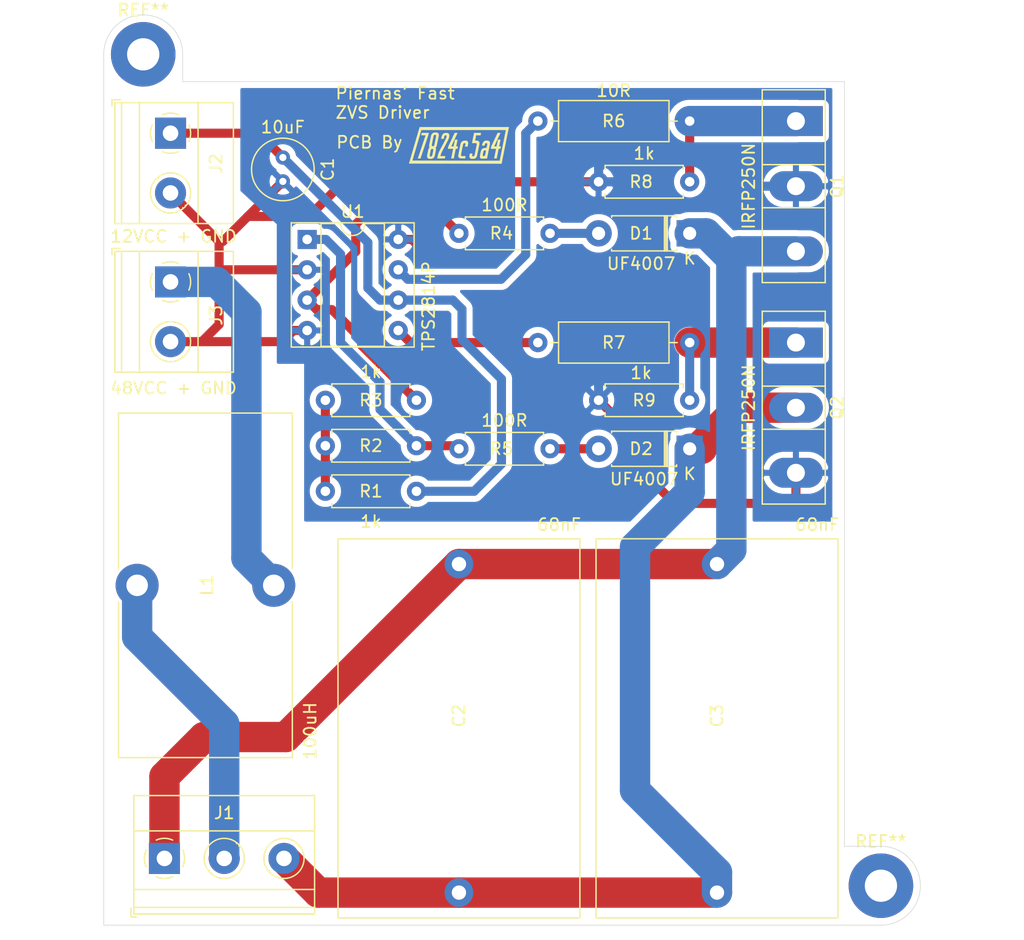
<source format=kicad_pcb>
(kicad_pcb (version 20171130) (host pcbnew "(5.1.4)-1")

  (general
    (thickness 1.6)
    (drawings 13)
    (tracks 115)
    (zones 0)
    (modules 24)
    (nets 16)
  )

  (page A4)
  (layers
    (0 F.Cu signal)
    (31 B.Cu signal)
    (32 B.Adhes user hide)
    (33 F.Adhes user hide)
    (34 B.Paste user)
    (35 F.Paste user)
    (36 B.SilkS user)
    (37 F.SilkS user)
    (38 B.Mask user)
    (39 F.Mask user)
    (40 Dwgs.User user)
    (41 Cmts.User user)
    (42 Eco1.User user)
    (43 Eco2.User user)
    (44 Edge.Cuts user)
    (45 Margin user)
    (46 B.CrtYd user)
    (47 F.CrtYd user)
    (48 B.Fab user)
    (49 F.Fab user)
  )

  (setup
    (last_trace_width 0.762)
    (user_trace_width 0.254)
    (user_trace_width 0.762)
    (user_trace_width 2.54)
    (user_trace_width 3.81)
    (trace_clearance 0.2)
    (zone_clearance 0.508)
    (zone_45_only no)
    (trace_min 0.2)
    (via_size 0.8)
    (via_drill 0.4)
    (via_min_size 0.4)
    (via_min_drill 0.3)
    (uvia_size 0.3)
    (uvia_drill 0.1)
    (uvias_allowed no)
    (uvia_min_size 0.2)
    (uvia_min_drill 0.1)
    (edge_width 0.05)
    (segment_width 0.2)
    (pcb_text_width 0.3)
    (pcb_text_size 1.5 1.5)
    (mod_edge_width 0.12)
    (mod_text_size 1 1)
    (mod_text_width 0.15)
    (pad_size 1.524 1.524)
    (pad_drill 0.762)
    (pad_to_mask_clearance 0.051)
    (solder_mask_min_width 0.25)
    (aux_axis_origin 0 0)
    (visible_elements 7FFFFFFF)
    (pcbplotparams
      (layerselection 0x010fc_ffffffff)
      (usegerberextensions false)
      (usegerberattributes false)
      (usegerberadvancedattributes false)
      (creategerberjobfile false)
      (excludeedgelayer true)
      (linewidth 0.100000)
      (plotframeref false)
      (viasonmask false)
      (mode 1)
      (useauxorigin false)
      (hpglpennumber 1)
      (hpglpenspeed 20)
      (hpglpendiameter 15.000000)
      (psnegative false)
      (psa4output false)
      (plotreference true)
      (plotvalue true)
      (plotinvisibletext false)
      (padsonsilk false)
      (subtractmaskfromsilk false)
      (outputformat 1)
      (mirror false)
      (drillshape 0)
      (scaleselection 1)
      (outputdirectory "Gerber/"))
  )

  (net 0 "")
  (net 1 "Net-(C1-Pad1)")
  (net 2 GND)
  (net 3 "Net-(C2-Pad1)")
  (net 4 "Net-(C2-Pad2)")
  (net 5 "Net-(D1-Pad2)")
  (net 6 "Net-(D2-Pad2)")
  (net 7 "Net-(J1-Pad2)")
  (net 8 "Net-(J3-Pad1)")
  (net 9 "Net-(R1-Pad2)")
  (net 10 "Net-(R2-Pad1)")
  (net 11 "Net-(R3-Pad1)")
  (net 12 "Net-(R6-Pad2)")
  (net 13 "Net-(R7-Pad2)")
  (net 14 "Net-(Q1-Pad1)")
  (net 15 "Net-(Q2-Pad1)")

  (net_class Default "This is the default net class."
    (clearance 0.2)
    (trace_width 0.25)
    (via_dia 0.8)
    (via_drill 0.4)
    (uvia_dia 0.3)
    (uvia_drill 0.1)
    (add_net GND)
    (add_net "Net-(C1-Pad1)")
    (add_net "Net-(C2-Pad1)")
    (add_net "Net-(C2-Pad2)")
    (add_net "Net-(D1-Pad2)")
    (add_net "Net-(D2-Pad2)")
    (add_net "Net-(J1-Pad2)")
    (add_net "Net-(J3-Pad1)")
    (add_net "Net-(Q1-Pad1)")
    (add_net "Net-(Q2-Pad1)")
    (add_net "Net-(R1-Pad2)")
    (add_net "Net-(R2-Pad1)")
    (add_net "Net-(R3-Pad1)")
    (add_net "Net-(R6-Pad2)")
    (add_net "Net-(R7-Pad2)")
  )

  (module MountingHole:MountingHole_2.7mm_M2.5_Pad (layer F.Cu) (tedit 56D1B4CB) (tstamp 5DCB6334)
    (at 172.72 57.15)
    (descr "Mounting Hole 2.7mm, M2.5")
    (tags "mounting hole 2.7mm m2.5")
    (attr virtual)
    (fp_text reference REF** (at 0 -3.7) (layer F.SilkS)
      (effects (font (size 1 1) (thickness 0.15)))
    )
    (fp_text value MountingHole_2.7mm_M2.5_Pad (at 0 3.7) (layer F.Fab)
      (effects (font (size 1 1) (thickness 0.15)))
    )
    (fp_circle (center 0 0) (end 2.95 0) (layer F.CrtYd) (width 0.05))
    (fp_circle (center 0 0) (end 2.7 0) (layer Cmts.User) (width 0.15))
    (fp_text user %R (at 0.3 0) (layer F.Fab)
      (effects (font (size 1 1) (thickness 0.15)))
    )
    (pad 1 thru_hole circle (at 0 0) (size 5.4 5.4) (drill 2.7) (layers *.Cu *.Mask))
  )

  (module MountingHole:MountingHole_2.7mm_M2.5_Pad (layer F.Cu) (tedit 56D1B4CB) (tstamp 5DCB6309)
    (at 234.442 126.746)
    (descr "Mounting Hole 2.7mm, M2.5")
    (tags "mounting hole 2.7mm m2.5")
    (attr virtual)
    (fp_text reference REF** (at 0 -3.7) (layer F.SilkS)
      (effects (font (size 1 1) (thickness 0.15)))
    )
    (fp_text value MountingHole_2.7mm_M2.5_Pad (at 0 3.7) (layer F.Fab)
      (effects (font (size 1 1) (thickness 0.15)))
    )
    (fp_circle (center 0 0) (end 2.95 0) (layer F.CrtYd) (width 0.05))
    (fp_circle (center 0 0) (end 2.7 0) (layer Cmts.User) (width 0.15))
    (fp_text user %R (at 0.3 0) (layer F.Fab)
      (effects (font (size 1 1) (thickness 0.15)))
    )
    (pad 1 thru_hole circle (at 0 0) (size 5.4 5.4) (drill 2.7) (layers *.Cu *.Mask))
  )

  (module 1:logo (layer F.Cu) (tedit 0) (tstamp 5DCB5FDD)
    (at 199.136 64.77)
    (fp_text reference G*** (at 0 0) (layer F.SilkS) hide
      (effects (font (size 1.524 1.524) (thickness 0.3)))
    )
    (fp_text value LOGO (at 0.75 0) (layer F.SilkS) hide
      (effects (font (size 1.524 1.524) (thickness 0.3)))
    )
    (fp_poly (pts (xy 3.377173 -1.041371) (xy 3.399595 -1.041287) (xy 3.419895 -1.041153) (xy 3.437576 -1.040977)
      (xy 3.452141 -1.040764) (xy 3.463093 -1.040519) (xy 3.469937 -1.04025) (xy 3.47218 -1.039974)
      (xy 3.470917 -1.037135) (xy 3.467211 -1.029071) (xy 3.461181 -1.016039) (xy 3.452946 -0.998296)
      (xy 3.442626 -0.9761) (xy 3.430342 -0.949707) (xy 3.416213 -0.919374) (xy 3.400359 -0.885359)
      (xy 3.3829 -0.847919) (xy 3.363956 -0.80731) (xy 3.343646 -0.76379) (xy 3.32209 -0.717616)
      (xy 3.299409 -0.669044) (xy 3.275722 -0.618332) (xy 3.251149 -0.565737) (xy 3.22581 -0.511516)
      (xy 3.20929 -0.476174) (xy 3.183524 -0.42105) (xy 3.158449 -0.367389) (xy 3.134182 -0.315448)
      (xy 3.110845 -0.265484) (xy 3.088558 -0.217753) (xy 3.067439 -0.172513) (xy 3.047609 -0.13002)
      (xy 3.029188 -0.090533) (xy 3.012296 -0.054307) (xy 2.997052 -0.021599) (xy 2.983576 0.007332)
      (xy 2.971989 0.032231) (xy 2.962409 0.05284) (xy 2.954957 0.068902) (xy 2.949753 0.08016)
      (xy 2.946917 0.086358) (xy 2.9464 0.08755) (xy 2.948849 0.087846) (xy 2.955837 0.08812)
      (xy 2.966822 0.088364) (xy 2.981263 0.088571) (xy 2.998617 0.088734) (xy 3.018343 0.088845)
      (xy 3.0399 0.088897) (xy 3.046549 0.0889) (xy 3.146699 0.088899) (xy 3.150506 0.072231)
      (xy 3.151707 0.066608) (xy 3.154046 0.055322) (xy 3.157422 0.038865) (xy 3.161733 0.017733)
      (xy 3.166881 -0.007579) (xy 3.172764 -0.036577) (xy 3.179283 -0.068768) (xy 3.186336 -0.103655)
      (xy 3.193824 -0.140745) (xy 3.201646 -0.179544) (xy 3.205451 -0.198438) (xy 3.213364 -0.237734)
      (xy 3.220961 -0.275457) (xy 3.228147 -0.311123) (xy 3.234823 -0.34425) (xy 3.240892 -0.374355)
      (xy 3.246257 -0.400955) (xy 3.25082 -0.423569) (xy 3.254484 -0.441712) (xy 3.257152 -0.454903)
      (xy 3.258726 -0.462659) (xy 3.259072 -0.464344) (xy 3.261555 -0.47625) (xy 3.366867 -0.47625)
      (xy 3.389439 -0.476195) (xy 3.410352 -0.476037) (xy 3.42908 -0.475787) (xy 3.445092 -0.475459)
      (xy 3.457863 -0.475064) (xy 3.466864 -0.474613) (xy 3.471568 -0.474119) (xy 3.472144 -0.473869)
      (xy 3.47153 -0.470509) (xy 3.469759 -0.46143) (xy 3.466917 -0.447068) (xy 3.463091 -0.42786)
      (xy 3.458371 -0.404244) (xy 3.452843 -0.376656) (xy 3.446594 -0.345532) (xy 3.439712 -0.311311)
      (xy 3.432285 -0.274427) (xy 3.424401 -0.235319) (xy 3.416146 -0.194424) (xy 3.415514 -0.191294)
      (xy 3.358921 0.088899) (xy 3.43079 0.0889) (xy 3.449637 0.088995) (xy 3.466552 0.089265)
      (xy 3.480921 0.089686) (xy 3.492131 0.090234) (xy 3.499567 0.090885) (xy 3.502617 0.091614)
      (xy 3.50266 0.091713) (xy 3.502075 0.095267) (xy 3.500443 0.104048) (xy 3.497948 0.117124)
      (xy 3.494772 0.133561) (xy 3.491098 0.152425) (xy 3.487111 0.172782) (xy 3.482993 0.193701)
      (xy 3.478928 0.214247) (xy 3.475098 0.233487) (xy 3.471688 0.250487) (xy 3.468879 0.264315)
      (xy 3.466898 0.273843) (xy 3.464364 0.28575) (xy 3.319876 0.28575) (xy 3.318442 0.292893)
      (xy 3.317657 0.296808) (xy 3.315712 0.30651) (xy 3.312681 0.321625) (xy 3.308639 0.341782)
      (xy 3.303661 0.366607) (xy 3.297822 0.395728) (xy 3.291196 0.428772) (xy 3.283858 0.465366)
      (xy 3.275884 0.505137) (xy 3.267347 0.547713) (xy 3.258322 0.59272) (xy 3.248885 0.639787)
      (xy 3.239109 0.68854) (xy 3.237749 0.695325) (xy 3.15849 1.090612) (xy 3.052264 1.091441)
      (xy 2.946039 1.09227) (xy 2.947804 1.08532) (xy 2.948629 1.081431) (xy 2.950613 1.071753)
      (xy 2.953681 1.05666) (xy 2.957757 1.036522) (xy 2.962767 1.011713) (xy 2.968636 0.982603)
      (xy 2.975289 0.949566) (xy 2.98265 0.912973) (xy 2.990646 0.873196) (xy 2.999201 0.830607)
      (xy 3.008241 0.785579) (xy 3.017689 0.738482) (xy 3.027473 0.68969) (xy 3.029022 0.681962)
      (xy 3.108475 0.285553) (xy 2.888747 0.285855) (xy 2.855799 0.285888) (xy 2.824329 0.285895)
      (xy 2.794703 0.285878) (xy 2.76729 0.285838) (xy 2.742456 0.285777) (xy 2.72057 0.285695)
      (xy 2.701999 0.285594) (xy 2.68711 0.285476) (xy 2.676272 0.285341) (xy 2.669851 0.285191)
      (xy 2.668142 0.285061) (xy 2.668525 0.281831) (xy 2.670025 0.273195) (xy 2.6725 0.259898)
      (xy 2.675806 0.242685) (xy 2.679802 0.222302) (xy 2.684346 0.199495) (xy 2.686817 0.187226)
      (xy 2.70637 0.090487) (xy 2.970221 -0.475457) (xy 3.234072 -1.0414) (xy 3.353126 -1.0414)
      (xy 3.377173 -1.041371)) (layer F.SilkS) (width 0.01))
    (fp_poly (pts (xy 0.544746 -0.393639) (xy 0.573255 -0.392083) (xy 0.600331 -0.389553) (xy 0.624949 -0.386097)
      (xy 0.646084 -0.381761) (xy 0.65532 -0.379187) (xy 0.680418 -0.368862) (xy 0.703109 -0.354578)
      (xy 0.722783 -0.336892) (xy 0.738829 -0.31636) (xy 0.750637 -0.293537) (xy 0.751385 -0.291617)
      (xy 0.757882 -0.271534) (xy 0.762662 -0.249643) (xy 0.765705 -0.225506) (xy 0.766987 -0.198683)
      (xy 0.766485 -0.168737) (xy 0.764177 -0.135228) (xy 0.760041 -0.097719) (xy 0.754054 -0.055772)
      (xy 0.746194 -0.008946) (xy 0.736438 0.043195) (xy 0.733377 0.058737) (xy 0.72517 0.100012)
      (xy 0.620395 0.100841) (xy 0.594272 0.101024) (xy 0.572792 0.10111) (xy 0.555519 0.101083)
      (xy 0.542015 0.100926) (xy 0.531845 0.100625) (xy 0.524571 0.100162) (xy 0.519757 0.099522)
      (xy 0.516967 0.098688) (xy 0.515763 0.097645) (xy 0.51562 0.096992) (xy 0.516213 0.092769)
      (xy 0.517885 0.083242) (xy 0.520476 0.069265) (xy 0.523824 0.051692) (xy 0.527769 0.031378)
      (xy 0.532144 0.009209) (xy 0.536679 -0.0141) (xy 0.540862 -0.03655) (xy 0.544505 -0.057055)
      (xy 0.547419 -0.074525) (xy 0.549416 -0.087875) (xy 0.550258 -0.095267) (xy 0.550363 -0.120448)
      (xy 0.546597 -0.141629) (xy 0.538901 -0.158885) (xy 0.527219 -0.172289) (xy 0.511493 -0.181914)
      (xy 0.491667 -0.187835) (xy 0.477218 -0.189684) (xy 0.451065 -0.188625) (xy 0.426174 -0.181587)
      (xy 0.403028 -0.168795) (xy 0.382106 -0.150475) (xy 0.374376 -0.141533) (xy 0.370471 -0.136676)
      (xy 0.366913 -0.132155) (xy 0.363624 -0.127654) (xy 0.360527 -0.122856) (xy 0.357545 -0.117445)
      (xy 0.354599 -0.111104) (xy 0.351612 -0.103516) (xy 0.348507 -0.094366) (xy 0.345205 -0.083336)
      (xy 0.34163 -0.07011) (xy 0.337704 -0.054373) (xy 0.333348 -0.035806) (xy 0.328486 -0.014094)
      (xy 0.32304 0.01108) (xy 0.316933 0.040032) (xy 0.310086 0.073079) (xy 0.302422 0.110538)
      (xy 0.293864 0.152724) (xy 0.284333 0.199954) (xy 0.273753 0.252546) (xy 0.262046 0.310814)
      (xy 0.255566 0.343068) (xy 0.245477 0.39335) (xy 0.235697 0.44222) (xy 0.226303 0.489293)
      (xy 0.217369 0.534186) (xy 0.208972 0.576514) (xy 0.201187 0.615893) (xy 0.19409 0.651938)
      (xy 0.187756 0.684265) (xy 0.182261 0.712489) (xy 0.177681 0.736226) (xy 0.174091 0.755092)
      (xy 0.171566 0.768703) (xy 0.170184 0.776673) (xy 0.169985 0.778043) (xy 0.168003 0.807081)
      (xy 0.169839 0.832023) (xy 0.175564 0.853061) (xy 0.185249 0.870386) (xy 0.198966 0.884191)
      (xy 0.212516 0.892643) (xy 0.22733 0.900112) (xy 0.389255 0.901038) (xy 0.422316 0.901242)
      (xy 0.450649 0.901455) (xy 0.474605 0.901691) (xy 0.494534 0.901959) (xy 0.510789 0.902274)
      (xy 0.523719 0.902647) (xy 0.533677 0.90309) (xy 0.541013 0.903615) (xy 0.54608 0.904235)
      (xy 0.549227 0.904961) (xy 0.550807 0.905806) (xy 0.55118 0.906634) (xy 0.550582 0.910807)
      (xy 0.548894 0.920322) (xy 0.546269 0.934367) (xy 0.542862 0.952127) (xy 0.538829 0.97279)
      (xy 0.534323 0.995542) (xy 0.533083 1.001751) (xy 0.514986 1.0922) (xy 0.348298 1.091763)
      (xy 0.318888 1.091646) (xy 0.290394 1.091457) (xy 0.263319 1.091203) (xy 0.238167 1.090893)
      (xy 0.215443 1.090535) (xy 0.195651 1.090138) (xy 0.179295 1.089709) (xy 0.16688 1.089256)
      (xy 0.158908 1.088788) (xy 0.157623 1.088665) (xy 0.117024 1.082248) (xy 0.080716 1.072485)
      (xy 0.048704 1.059381) (xy 0.020996 1.04294) (xy -0.002405 1.023166) (xy -0.021491 1.000064)
      (xy -0.036257 0.973638) (xy -0.046698 0.943892) (xy -0.049476 0.931989) (xy -0.051495 0.917487)
      (xy -0.052763 0.898691) (xy -0.053253 0.877591) (xy -0.052942 0.856178) (xy -0.051806 0.836441)
      (xy -0.050767 0.826616) (xy -0.049748 0.820428) (xy -0.047574 0.80851) (xy -0.044329 0.791288)
      (xy -0.040098 0.769191) (xy -0.034967 0.742644) (xy -0.02902 0.712075) (xy -0.022343 0.677911)
      (xy -0.01502 0.64058) (xy -0.007137 0.600508) (xy 0.001222 0.558123) (xy 0.009972 0.513852)
      (xy 0.019027 0.468122) (xy 0.028303 0.42136) (xy 0.037714 0.373993) (xy 0.047176 0.326449)
      (xy 0.056603 0.279155) (xy 0.065911 0.232537) (xy 0.075014 0.187024) (xy 0.083829 0.143042)
      (xy 0.092268 0.101018) (xy 0.100249 0.061379) (xy 0.107684 0.024553) (xy 0.114491 -0.009033)
      (xy 0.120583 -0.038952) (xy 0.125875 -0.064776) (xy 0.130284 -0.08608) (xy 0.133722 -0.102435)
      (xy 0.136107 -0.113414) (xy 0.137219 -0.11812) (xy 0.151297 -0.162198) (xy 0.169051 -0.203348)
      (xy 0.190075 -0.24084) (xy 0.213966 -0.273942) (xy 0.238048 -0.299818) (xy 0.265037 -0.322757)
      (xy 0.29364 -0.342101) (xy 0.324488 -0.358131) (xy 0.358215 -0.371133) (xy 0.395449 -0.38139)
      (xy 0.436824 -0.389185) (xy 0.43688 -0.389194) (xy 0.460871 -0.392) (xy 0.487529 -0.393645)
      (xy 0.515829 -0.394176) (xy 0.544746 -0.393639)) (layer F.SilkS) (width 0.01))
    (fp_poly (pts (xy -0.21434 -1.04137) (xy -0.191923 -1.041284) (xy -0.171629 -1.041149) (xy -0.153955 -1.040969)
      (xy -0.139396 -1.040751) (xy -0.128451 -1.040502) (xy -0.121615 -1.040227) (xy -0.11938 -1.039947)
      (xy -0.120642 -1.037105) (xy -0.124348 -1.029038) (xy -0.130379 -1.016003) (xy -0.138613 -0.998257)
      (xy -0.148932 -0.976058) (xy -0.161216 -0.949662) (xy -0.175345 -0.919327) (xy -0.191198 -0.885309)
      (xy -0.208657 -0.847866) (xy -0.2276 -0.807254) (xy -0.24791 -0.763731) (xy -0.269464 -0.717554)
      (xy -0.292145 -0.66898) (xy -0.315831 -0.618266) (xy -0.340403 -0.565668) (xy -0.365742 -0.511445)
      (xy -0.38227 -0.476082) (xy -0.408035 -0.420956) (xy -0.43311 -0.367294) (xy -0.457376 -0.315351)
      (xy -0.480712 -0.265385) (xy -0.502999 -0.217654) (xy -0.524117 -0.172413) (xy -0.543947 -0.12992)
      (xy -0.562368 -0.090432) (xy -0.57926 -0.054205) (xy -0.594504 -0.021498) (xy -0.60798 0.007434)
      (xy -0.619568 0.032332) (xy -0.629148 0.052941) (xy -0.6366 0.069003) (xy -0.641805 0.080262)
      (xy -0.644642 0.086459) (xy -0.64516 0.087651) (xy -0.642711 0.08792) (xy -0.635721 0.08813)
      (xy -0.624731 0.088278) (xy -0.610282 0.088361) (xy -0.592913 0.088378) (xy -0.573164 0.088324)
      (xy -0.551575 0.088198) (xy -0.544439 0.088142) (xy -0.443717 0.087312) (xy -0.390913 -0.174625)
      (xy -0.38282 -0.214757) (xy -0.375006 -0.253479) (xy -0.367571 -0.290296) (xy -0.360615 -0.324717)
      (xy -0.354238 -0.356248) (xy -0.348539 -0.384395) (xy -0.343618 -0.408667) (xy -0.339575 -0.428568)
      (xy -0.336511 -0.443607) (xy -0.334524 -0.45329) (xy -0.333873 -0.456407) (xy -0.329636 -0.47625)
      (xy -0.224508 -0.47625) (xy -0.201955 -0.476204) (xy -0.18106 -0.47607) (xy -0.16235 -0.47586)
      (xy -0.146355 -0.475583) (xy -0.133604 -0.47525) (xy -0.124624 -0.47487) (xy -0.119944 -0.474454)
      (xy -0.11938 -0.474247) (xy -0.119988 -0.470941) (xy -0.121752 -0.461918) (xy -0.124583 -0.447615)
      (xy -0.128396 -0.428472) (xy -0.133101 -0.404927) (xy -0.138611 -0.377419) (xy -0.144838 -0.346385)
      (xy -0.151693 -0.312267) (xy -0.15909 -0.2755) (xy -0.16694 -0.236526) (xy -0.175156 -0.195781)
      (xy -0.17526 -0.195263) (xy -0.183485 -0.154458) (xy -0.191345 -0.115386) (xy -0.198751 -0.078491)
      (xy -0.205617 -0.044213) (xy -0.211854 -0.012996) (xy -0.217374 0.01472) (xy -0.22209 0.038493)
      (xy -0.225912 0.057879) (xy -0.228753 0.072438) (xy -0.230525 0.081727) (xy -0.23114 0.085305)
      (xy -0.23114 0.085308) (xy -0.229475 0.086458) (xy -0.224277 0.087367) (xy -0.215243 0.08805)
      (xy -0.202066 0.088523) (xy -0.184445 0.088801) (xy -0.162075 0.088899) (xy -0.16002 0.0889)
      (xy -0.135999 0.089016) (xy -0.11686 0.089363) (xy -0.102648 0.089939) (xy -0.093409 0.090742)
      (xy -0.089186 0.09177) (xy -0.0889 0.092165) (xy -0.089489 0.095799) (xy -0.091132 0.104665)
      (xy -0.093647 0.11784) (xy -0.096853 0.134396) (xy -0.100566 0.153409) (xy -0.104605 0.173952)
      (xy -0.108788 0.1951) (xy -0.112931 0.215928) (xy -0.116853 0.235509) (xy -0.120371 0.252919)
      (xy -0.123303 0.267231) (xy -0.124684 0.273843) (xy -0.127196 0.28575) (xy -0.271542 0.28575)
      (xy -0.273776 0.296068) (xy -0.27466 0.300387) (xy -0.2767 0.310488) (xy -0.279818 0.325995)
      (xy -0.28394 0.346528) (xy -0.28899 0.371709) (xy -0.294891 0.401161) (xy -0.30157 0.434506)
      (xy -0.308948 0.471365) (xy -0.316952 0.51136) (xy -0.325505 0.554114) (xy -0.334531 0.599248)
      (xy -0.343955 0.646384) (xy -0.353701 0.695144) (xy -0.35453 0.699293) (xy -0.43305 1.0922)
      (xy -0.645503 1.0922) (xy -0.643658 1.085056) (xy -0.642823 1.081141) (xy -0.640831 1.071439)
      (xy -0.637757 1.056321) (xy -0.633675 1.03616) (xy -0.628661 1.011328) (xy -0.62279 0.982198)
      (xy -0.616136 0.949141) (xy -0.608775 0.912531) (xy -0.600781 0.872741) (xy -0.59223 0.830141)
      (xy -0.583196 0.785105) (xy -0.573754 0.738005) (xy -0.56398 0.689214) (xy -0.562482 0.681733)
      (xy -0.48315 0.285553) (xy -0.702846 0.285855) (xy -0.735791 0.285888) (xy -0.767259 0.285895)
      (xy -0.796882 0.285878) (xy -0.824292 0.285838) (xy -0.849123 0.285777) (xy -0.871006 0.285695)
      (xy -0.889575 0.285594) (xy -0.90446 0.285476) (xy -0.915295 0.285341) (xy -0.921712 0.285191)
      (xy -0.923418 0.285061) (xy -0.923035 0.281831) (xy -0.921535 0.273195) (xy -0.91906 0.259898)
      (xy -0.915754 0.242685) (xy -0.911758 0.222302) (xy -0.907214 0.199495) (xy -0.904743 0.187226)
      (xy -0.88519 0.090487) (xy -0.621287 -0.475457) (xy -0.357383 -1.0414) (xy -0.238382 -1.0414)
      (xy -0.21434 -1.04137)) (layer F.SilkS) (width 0.01))
    (fp_poly (pts (xy -1.027437 -1.039807) (xy -1.009244 -1.039144) (xy -0.998861 -1.038278) (xy -0.961911 -1.031943)
      (xy -0.928974 -1.021732) (xy -0.900031 -1.007628) (xy -0.87506 -0.989612) (xy -0.854041 -0.967666)
      (xy -0.836952 -0.941773) (xy -0.823773 -0.911914) (xy -0.814986 -0.880472) (xy -0.810702 -0.851198)
      (xy -0.809305 -0.817771) (xy -0.810735 -0.78121) (xy -0.814931 -0.742533) (xy -0.821832 -0.702761)
      (xy -0.826932 -0.680076) (xy -0.831603 -0.661611) (xy -0.836629 -0.643208) (xy -0.842128 -0.624622)
      (xy -0.848216 -0.605608) (xy -0.855011 -0.585919) (xy -0.86263 -0.56531) (xy -0.871191 -0.543534)
      (xy -0.880811 -0.520346) (xy -0.891608 -0.495499) (xy -0.903698 -0.468749) (xy -0.917199 -0.43985)
      (xy -0.932229 -0.408554) (xy -0.948905 -0.374617) (xy -0.967343 -0.337793) (xy -0.987663 -0.297836)
      (xy -1.00998 -0.254499) (xy -1.034413 -0.207538) (xy -1.061078 -0.156706) (xy -1.090093 -0.101757)
      (xy -1.121576 -0.042446) (xy -1.155643 0.021473) (xy -1.192412 0.090246) (xy -1.212949 0.128587)
      (xy -1.246184 0.190684) (xy -1.276658 0.247805) (xy -1.304496 0.300198) (xy -1.329824 0.348111)
      (xy -1.35277 0.39179) (xy -1.373459 0.431485) (xy -1.392018 0.467444) (xy -1.408572 0.499913)
      (xy -1.423248 0.529141) (xy -1.436173 0.555376) (xy -1.447472 0.578865) (xy -1.457271 0.599857)
      (xy -1.465698 0.6186) (xy -1.472878 0.63534) (xy -1.478937 0.650327) (xy -1.479766 0.652462)
      (xy -1.491605 0.684466) (xy -1.503383 0.718791) (xy -1.514724 0.754168) (xy -1.52525 0.78933)
      (xy -1.534586 0.823008) (xy -1.542356 0.853934) (xy -1.548182 0.880839) (xy -1.549242 0.886514)
      (xy -1.551401 0.898525) (xy -1.14499 0.898525) (xy -1.146509 0.905668) (xy -1.147515 0.910489)
      (xy -1.149615 0.920619) (xy -1.152635 0.935216) (xy -1.1564 0.953441) (xy -1.160739 0.974452)
      (xy -1.165475 0.997408) (xy -1.166691 1.0033) (xy -1.185353 1.093787) (xy -1.498187 1.094593)
      (xy -1.537601 1.094687) (xy -1.575581 1.094761) (xy -1.611819 1.094816) (xy -1.646009 1.094852)
      (xy -1.677844 1.094869) (xy -1.707018 1.094868) (xy -1.733225 1.094849) (xy -1.756158 1.094812)
      (xy -1.775511 1.094757) (xy -1.790977 1.094684) (xy -1.802251 1.094594) (xy -1.809024 1.094486)
      (xy -1.81102 1.094376) (xy -1.81036 1.091017) (xy -1.808668 1.083523) (xy -1.807273 1.077579)
      (xy -1.805522 1.069535) (xy -1.802886 1.056572) (xy -1.799617 1.039959) (xy -1.795963 1.020969)
      (xy -1.792175 1.00087) (xy -1.792015 1.000009) (xy -1.777179 0.924378) (xy -1.761914 0.854591)
      (xy -1.746093 0.790156) (xy -1.729589 0.73058) (xy -1.712277 0.675369) (xy -1.699288 0.638175)
      (xy -1.694227 0.624545) (xy -1.688946 0.610826) (xy -1.683318 0.596766) (xy -1.677215 0.582112)
      (xy -1.670511 0.56661) (xy -1.663078 0.550009) (xy -1.654789 0.532056) (xy -1.645517 0.512499)
      (xy -1.635135 0.491084) (xy -1.623515 0.46756) (xy -1.610531 0.441673) (xy -1.596056 0.413172)
      (xy -1.579962 0.381803) (xy -1.562122 0.347313) (xy -1.54241 0.309452) (xy -1.520697 0.267965)
      (xy -1.496857 0.2226) (xy -1.470763 0.173105) (xy -1.442287 0.119227) (xy -1.411303 0.060713)
      (xy -1.377683 -0.002688) (xy -1.358889 -0.0381) (xy -1.326526 -0.099101) (xy -1.296857 -0.1551)
      (xy -1.269744 -0.206369) (xy -1.245052 -0.253177) (xy -1.222642 -0.295797) (xy -1.202377 -0.334499)
      (xy -1.184121 -0.369554) (xy -1.167736 -0.401233) (xy -1.153086 -0.429806) (xy -1.140032 -0.455545)
      (xy -1.128438 -0.47872) (xy -1.118167 -0.499602) (xy -1.109082 -0.518463) (xy -1.101045 -0.535573)
      (xy -1.093919 -0.551203) (xy -1.087568 -0.565623) (xy -1.081853 -0.579106) (xy -1.076639 -0.59192)
      (xy -1.071787 -0.604339) (xy -1.070425 -0.607915) (xy -1.056018 -0.648916) (xy -1.045166 -0.686443)
      (xy -1.037881 -0.720351) (xy -1.034175 -0.750498) (xy -1.03406 -0.77674) (xy -1.03755 -0.798934)
      (xy -1.044655 -0.816935) (xy -1.05158 -0.826733) (xy -1.059472 -0.834333) (xy -1.068092 -0.839523)
      (xy -1.078584 -0.842684) (xy -1.092092 -0.844196) (xy -1.1049 -0.844478) (xy -1.13167 -0.842713)
      (xy -1.154612 -0.837378) (xy -1.174202 -0.828272) (xy -1.190918 -0.815198) (xy -1.200251 -0.804754)
      (xy -1.207605 -0.794535) (xy -1.214123 -0.783337) (xy -1.220058 -0.770394) (xy -1.225663 -0.754937)
      (xy -1.231191 -0.736201) (xy -1.236895 -0.713416) (xy -1.24303 -0.685817) (xy -1.248908 -0.657317)
      (xy -1.25342 -0.634907) (xy -1.257648 -0.613946) (xy -1.261394 -0.595401) (xy -1.264464 -0.580243)
      (xy -1.266661 -0.569438) (xy -1.267706 -0.564357) (xy -1.270196 -0.55245) (xy -1.375508 -0.55245)
      (xy -1.399117 -0.552517) (xy -1.420649 -0.552706) (xy -1.439629 -0.553007) (xy -1.455584 -0.553405)
      (xy -1.468038 -0.553889) (xy -1.476518 -0.554446) (xy -1.480548 -0.555062) (xy -1.48082 -0.555276)
      (xy -1.48015 -0.563101) (xy -1.478283 -0.575903) (xy -1.475441 -0.592559) (xy -1.471842 -0.611947)
      (xy -1.467706 -0.632945) (xy -1.463252 -0.654431) (xy -1.458699 -0.675282) (xy -1.454267 -0.694376)
      (xy -1.451267 -0.706438) (xy -1.434825 -0.763065) (xy -1.416166 -0.814032) (xy -1.395201 -0.859447)
      (xy -1.371839 -0.899415) (xy -1.345992 -0.934045) (xy -1.317569 -0.963442) (xy -1.286482 -0.987714)
      (xy -1.25264 -1.006967) (xy -1.215955 -1.021308) (xy -1.179941 -1.030195) (xy -1.163294 -1.032745)
      (xy -1.143069 -1.034986) (xy -1.120384 -1.036869) (xy -1.096359 -1.038342) (xy -1.072113 -1.039356)
      (xy -1.048766 -1.039861) (xy -1.027437 -1.039807)) (layer F.SilkS) (width 0.01))
    (fp_poly (pts (xy -2.640146 -1.040914) (xy -2.616713 -1.040861) (xy -2.596734 -1.040761) (xy -2.579938 -1.04061)
      (xy -2.566054 -1.040404) (xy -2.554812 -1.040139) (xy -2.545939 -1.03981) (xy -2.539166 -1.039414)
      (xy -2.534221 -1.038946) (xy -2.530834 -1.038402) (xy -2.528732 -1.037777) (xy -2.527646 -1.037069)
      (xy -2.527304 -1.036272) (xy -2.5273 -1.036161) (xy -2.527964 -1.03187) (xy -2.529841 -1.022271)
      (xy -2.532763 -1.008166) (xy -2.536559 -0.990355) (xy -2.541061 -0.96964) (xy -2.546099 -0.946823)
      (xy -2.547941 -0.93856) (xy -2.568582 -0.846225) (xy -3.217858 1.093787) (xy -3.327521 1.094615)
      (xy -3.353994 1.094803) (xy -3.375823 1.094918) (xy -3.393445 1.094941) (xy -3.407296 1.094853)
      (xy -3.417814 1.094633) (xy -3.425434 1.094264) (xy -3.430594 1.093725) (xy -3.433728 1.092998)
      (xy -3.435275 1.092063) (xy -3.43567 1.090901) (xy -3.435469 1.089852) (xy -3.434363 1.086523)
      (xy -3.431362 1.077557) (xy -3.426541 1.063173) (xy -3.419972 1.043588) (xy -3.411728 1.019021)
      (xy -3.401884 0.98969) (xy -3.390511 0.955813) (xy -3.377683 0.917608) (xy -3.363474 0.875292)
      (xy -3.347956 0.829084) (xy -3.331203 0.779203) (xy -3.313289 0.725865) (xy -3.294285 0.669289)
      (xy -3.274266 0.609693) (xy -3.253305 0.547295) (xy -3.231475 0.482314) (xy -3.208849 0.414967)
      (xy -3.185501 0.345471) (xy -3.161503 0.274046) (xy -3.136929 0.20091) (xy -3.111853 0.126279)
      (xy -3.111028 0.123825) (xy -3.085942 0.049168) (xy -3.061359 -0.023994) (xy -3.037353 -0.095442)
      (xy -3.013996 -0.16496) (xy -2.991361 -0.232329) (xy -2.969521 -0.297333) (xy -2.94855 -0.359753)
      (xy -2.928521 -0.419373) (xy -2.909506 -0.475974) (xy -2.891579 -0.529339) (xy -2.874813 -0.579251)
      (xy -2.859281 -0.625492) (xy -2.845056 -0.667844) (xy -2.832211 -0.70609) (xy -2.820819 -0.740013)
      (xy -2.810953 -0.769394) (xy -2.802686 -0.794016) (xy -2.796092 -0.813662) (xy -2.791243 -0.828114)
      (xy -2.788213 -0.837155) (xy -2.787075 -0.840567) (xy -2.78707 -0.840582) (xy -2.78776 -0.84137)
      (xy -2.790548 -0.842054) (xy -2.795725 -0.842639) (xy -2.803585 -0.843132) (xy -2.814417 -0.843539)
      (xy -2.828515 -0.843868) (xy -2.846171 -0.844123) (xy -2.867675 -0.844313) (xy -2.89332 -0.844443)
      (xy -2.923397 -0.84452) (xy -2.958199 -0.84455) (xy -2.966449 -0.84455) (xy -3.001131 -0.844557)
      (xy -3.03108 -0.844585) (xy -3.056639 -0.844643) (xy -3.078155 -0.844744) (xy -3.095974 -0.844897)
      (xy -3.110441 -0.845114) (xy -3.121901 -0.845404) (xy -3.130701 -0.845779) (xy -3.137185 -0.846249)
      (xy -3.1417 -0.846824) (xy -3.14459 -0.847516) (xy -3.146203 -0.848335) (xy -3.146882 -0.849292)
      (xy -3.146988 -0.850107) (xy -3.146368 -0.8545) (xy -3.144652 -0.864233) (xy -3.141993 -0.87849)
      (xy -3.138547 -0.896456) (xy -3.134469 -0.917317) (xy -3.129914 -0.940258) (xy -3.128414 -0.947738)
      (xy -3.109914 -1.039813) (xy -2.818607 -1.04062) (xy -2.773839 -1.040739) (xy -2.733879 -1.040833)
      (xy -2.698458 -1.040895) (xy -2.667304 -1.040924) (xy -2.640146 -1.040914)) (layer F.SilkS) (width 0.01))
    (fp_poly (pts (xy 2.38817 -0.393547) (xy 2.42759 -0.38793) (xy 2.462713 -0.379273) (xy 2.493605 -0.36754)
      (xy 2.520337 -0.352697) (xy 2.542976 -0.334708) (xy 2.561592 -0.313539) (xy 2.576252 -0.289155)
      (xy 2.587026 -0.261521) (xy 2.59107 -0.246063) (xy 2.592992 -0.23291) (xy 2.594183 -0.215108)
      (xy 2.594657 -0.194286) (xy 2.59443 -0.172075) (xy 2.593517 -0.150107) (xy 2.591933 -0.130012)
      (xy 2.589848 -0.1143) (xy 2.588759 -0.108492) (xy 2.586496 -0.096841) (xy 2.583122 -0.079664)
      (xy 2.578699 -0.057276) (xy 2.573291 -0.029994) (xy 2.566961 0.001867) (xy 2.559772 0.037989)
      (xy 2.551787 0.078058) (xy 2.543068 0.121756) (xy 2.53368 0.168768) (xy 2.523685 0.218778)
      (xy 2.513145 0.271469) (xy 2.502125 0.326526) (xy 2.490687 0.383632) (xy 2.478894 0.442471)
      (xy 2.466809 0.502727) (xy 2.466707 0.503237) (xy 2.34823 1.093787) (xy 2.16281 1.099077)
      (xy 2.115959 1.100389) (xy 2.073921 1.10151) (xy 2.03643 1.102441) (xy 2.003221 1.103182)
      (xy 1.974028 1.103735) (xy 1.948588 1.104099) (xy 1.926633 1.104276) (xy 1.9079 1.104266)
      (xy 1.892122 1.10407) (xy 1.879034 1.103688) (xy 1.868372 1.103122) (xy 1.85987 1.102371)
      (xy 1.853263 1.101437) (xy 1.848286 1.10032) (xy 1.846865 1.099881) (xy 1.823936 1.089122)
      (xy 1.804129 1.073408) (xy 1.7876 1.052937) (xy 1.774504 1.027908) (xy 1.764994 0.998521)
      (xy 1.763801 0.993359) (xy 1.760707 0.973659) (xy 1.758892 0.94983) (xy 1.758402 0.923907)
      (xy 1.759285 0.897919) (xy 1.76116 0.877204) (xy 1.762919 0.865033) (xy 1.765799 0.847729)
      (xy 1.769657 0.826015) (xy 1.772497 0.81063) (xy 1.989608 0.81063) (xy 1.991023 0.835012)
      (xy 1.995244 0.85654) (xy 2.002096 0.874092) (xy 2.006062 0.88049) (xy 2.012397 0.886908)
      (xy 2.021621 0.893608) (xy 2.031708 0.899249) (xy 2.03835 0.901895) (xy 2.047927 0.903654)
      (xy 2.060822 0.904468) (xy 2.075338 0.904383) (xy 2.089774 0.903445) (xy 2.102431 0.901701)
      (xy 2.109571 0.899947) (xy 2.131546 0.889536) (xy 2.15165 0.873238) (xy 2.15574 0.868948)
      (xy 2.164523 0.857281) (xy 2.173931 0.841352) (xy 2.183056 0.822955) (xy 2.190991 0.803882)
      (xy 2.195637 0.790142) (xy 2.198644 0.779011) (xy 2.202583 0.762878) (xy 2.207263 0.742653)
      (xy 2.212494 0.719244) (xy 2.218088 0.69356) (xy 2.223855 0.666509) (xy 2.229605 0.639)
      (xy 2.235149 0.611943) (xy 2.240297 0.586245) (xy 2.244859 0.562816) (xy 2.248647 0.542564)
      (xy 2.25147 0.526398) (xy 2.253139 0.515227) (xy 2.253337 0.513486) (xy 2.25476 0.486984)
      (xy 2.253008 0.46481) (xy 2.2479 0.446779) (xy 2.239257 0.432704) (xy 2.226899 0.422399)
      (xy 2.210648 0.415678) (xy 2.190324 0.412355) (xy 2.165746 0.412243) (xy 2.156367 0.412905)
      (xy 2.143288 0.414353) (xy 2.133316 0.416445) (xy 2.12448 0.419781) (xy 2.114806 0.424963)
      (xy 2.112763 0.426174) (xy 2.090521 0.442949) (xy 2.071288 0.46471) (xy 2.055321 0.49111)
      (xy 2.042943 0.521584) (xy 2.040729 0.529713) (xy 2.037573 0.543135) (xy 2.033652 0.56095)
      (xy 2.029144 0.582256) (xy 2.024227 0.606152) (xy 2.019077 0.631738) (xy 2.013872 0.658114)
      (xy 2.00879 0.684377) (xy 2.004007 0.709628) (xy 1.999702 0.732965) (xy 1.996052 0.753488)
      (xy 1.993233 0.770295) (xy 1.991424 0.782487) (xy 1.991172 0.784515) (xy 1.989608 0.81063)
      (xy 1.772497 0.81063) (xy 1.774347 0.800613) (xy 1.779722 0.772243) (xy 1.785638 0.741629)
      (xy 1.79195 0.709493) (xy 1.798511 0.676555) (xy 1.805176 0.643539) (xy 1.8118 0.611166)
      (xy 1.818238 0.580157) (xy 1.824344 0.551236) (xy 1.829972 0.525124) (xy 1.834978 0.502543)
      (xy 1.839216 0.484214) (xy 1.842539 0.470861) (xy 1.84419 0.465032) (xy 1.860438 0.421093)
      (xy 1.88032 0.381577) (xy 1.903852 0.346464) (xy 1.931052 0.315735) (xy 1.961935 0.289369)
      (xy 1.99652 0.267348) (xy 2.027285 0.252671) (xy 2.050051 0.244005) (xy 2.073546 0.236689)
      (xy 2.09846 0.230598) (xy 2.125487 0.225611) (xy 2.15532 0.221604) (xy 2.188649 0.218454)
      (xy 2.226169 0.216039) (xy 2.23647 0.215526) (xy 2.255388 0.214606) (xy 2.272701 0.213711)
      (xy 2.287744 0.212879) (xy 2.299854 0.212148) (xy 2.308369 0.211558) (xy 2.312624 0.211146)
      (xy 2.312932 0.21108) (xy 2.314102 0.207895) (xy 2.316345 0.199156) (xy 2.319529 0.18548)
      (xy 2.323519 0.167482) (xy 2.328179 0.145775) (xy 2.333377 0.120977) (xy 2.338978 0.0937)
      (xy 2.344047 0.068566) (xy 2.350845 0.034464) (xy 2.356481 0.005882) (xy 2.361058 -0.017806)
      (xy 2.364683 -0.037229) (xy 2.367462 -0.053015) (xy 2.369501 -0.065791) (xy 2.370904 -0.076185)
      (xy 2.371777 -0.084824) (xy 2.372227 -0.092338) (xy 2.372359 -0.099353) (xy 2.37236 -0.099625)
      (xy 2.372112 -0.114061) (xy 2.371112 -0.124551) (xy 2.368971 -0.133486) (xy 2.365304 -0.143253)
      (xy 2.365281 -0.143307) (xy 2.35518 -0.160894) (xy 2.341286 -0.1746) (xy 2.323957 -0.184204)
      (xy 2.303549 -0.189487) (xy 2.288545 -0.1905) (xy 2.263618 -0.188697) (xy 2.241758 -0.183091)
      (xy 2.223118 -0.174187) (xy 2.207415 -0.162669) (xy 2.193729 -0.147693) (xy 2.181779 -0.128709)
      (xy 2.171285 -0.105169) (xy 2.161966 -0.076523) (xy 2.15354 -0.04222) (xy 2.151998 -0.034925)
      (xy 2.142485 0.011112) (xy 2.037712 0.011941) (xy 2.011911 0.012137) (xy 1.990734 0.012261)
      (xy 1.973724 0.012291) (xy 1.960426 0.012203) (xy 1.950383 0.011974) (xy 1.943139 0.011582)
      (xy 1.938238 0.011003) (xy 1.935224 0.010215) (xy 1.93364 0.009193) (xy 1.933031 0.007915)
      (xy 1.93294 0.006639) (xy 1.93373 -0.000042) (xy 1.9359 -0.011451) (xy 1.939146 -0.026327)
      (xy 1.943165 -0.043405) (xy 1.947652 -0.061424) (xy 1.952304 -0.07912) (xy 1.956819 -0.095231)
      (xy 1.959759 -0.104968) (xy 1.978383 -0.158047) (xy 1.999076 -0.205406) (xy 2.02194 -0.247179)
      (xy 2.047075 -0.283499) (xy 2.074582 -0.3145) (xy 2.104561 -0.340315) (xy 2.137114 -0.361079)
      (xy 2.16154 -0.372701) (xy 2.17923 -0.379351) (xy 2.197435 -0.38467) (xy 2.217048 -0.388809)
      (xy 2.238961 -0.391924) (xy 2.264067 -0.394165) (xy 2.29326 -0.395688) (xy 2.29616 -0.395796)
      (xy 2.344383 -0.396157) (xy 2.38817 -0.393547)) (layer F.SilkS) (width 0.01))
    (fp_poly (pts (xy 1.605516 -1.041375) (xy 1.651208 -1.041297) (xy 1.691918 -1.041167) (xy 1.727693 -1.040984)
      (xy 1.758582 -1.040748) (xy 1.784634 -1.040458) (xy 1.805897 -1.040113) (xy 1.82242 -1.039712)
      (xy 1.83425 -1.039257) (xy 1.841437 -1.038745) (xy 1.844029 -1.038176) (xy 1.84404 -1.038135)
      (xy 1.843451 -1.034501) (xy 1.841808 -1.025635) (xy 1.839293 -1.01246) (xy 1.836087 -0.995904)
      (xy 1.832374 -0.976891) (xy 1.828335 -0.956348) (xy 1.824152 -0.9352) (xy 1.820009 -0.914372)
      (xy 1.816087 -0.894791) (xy 1.812569 -0.877381) (xy 1.809637 -0.863069) (xy 1.808256 -0.856457)
      (xy 1.805744 -0.84455) (xy 1.437835 -0.84455) (xy 1.435317 -0.832644) (xy 1.433376 -0.823281)
      (xy 1.430468 -0.809004) (xy 1.426712 -0.790416) (xy 1.422229 -0.768117) (xy 1.417138 -0.742709)
      (xy 1.411557 -0.714794) (xy 1.405607 -0.684972) (xy 1.399407 -0.653846) (xy 1.393076 -0.622015)
      (xy 1.386734 -0.590083) (xy 1.380499 -0.55865) (xy 1.374492 -0.528317) (xy 1.368833 -0.499686)
      (xy 1.363639 -0.473359) (xy 1.359031 -0.449936) (xy 1.355128 -0.430019) (xy 1.352049 -0.41421)
      (xy 1.349915 -0.403109) (xy 1.348844 -0.397319) (xy 1.34874 -0.396617) (xy 1.350395 -0.395535)
      (xy 1.35557 -0.394807) (xy 1.364574 -0.394428) (xy 1.377716 -0.394392) (xy 1.395308 -0.394693)
      (xy 1.41766 -0.395325) (xy 1.417955 -0.395334) (xy 1.440658 -0.395984) (xy 1.45919 -0.396305)
      (xy 1.474456 -0.396269) (xy 1.487359 -0.39585) (xy 1.498803 -0.395021) (xy 1.509691 -0.393756)
      (xy 1.51892 -0.392362) (xy 1.557607 -0.384096) (xy 1.591926 -0.372653) (xy 1.621922 -0.357991)
      (xy 1.647645 -0.340069) (xy 1.669142 -0.318845) (xy 1.68646 -0.294279) (xy 1.699649 -0.266328)
      (xy 1.708754 -0.23495) (xy 1.710431 -0.226386) (xy 1.713107 -0.204644) (xy 1.714299 -0.179429)
      (xy 1.71397 -0.153353) (xy 1.712081 -0.12903) (xy 1.711832 -0.127) (xy 1.710799 -0.120728)
      (xy 1.70859 -0.108724) (xy 1.705289 -0.091405) (xy 1.70098 -0.069192) (xy 1.695749 -0.042503)
      (xy 1.689681 -0.011756) (xy 1.68286 0.022629) (xy 1.67537 0.060234) (xy 1.667297 0.100641)
      (xy 1.658725 0.143429) (xy 1.64974 0.188182) (xy 1.640425 0.234479) (xy 1.630865 0.281903)
      (xy 1.621146 0.330034) (xy 1.611352 0.378453) (xy 1.601567 0.426743) (xy 1.591877 0.474483)
      (xy 1.582365 0.521256) (xy 1.573118 0.566643) (xy 1.564219 0.610224) (xy 1.555754 0.651582)
      (xy 1.547807 0.690297) (xy 1.540462 0.725951) (xy 1.533806 0.758125) (xy 1.527921 0.7864)
      (xy 1.522893 0.810357) (xy 1.518808 0.829578) (xy 1.515748 0.843644) (xy 1.5138 0.852136)
      (xy 1.51335 0.853882) (xy 1.497591 0.902337) (xy 1.478843 0.946177) (xy 1.457249 0.985103)
      (xy 1.436596 1.014316) (xy 1.411837 1.042072) (xy 1.384862 1.065533) (xy 1.355246 1.084929)
      (xy 1.322563 1.100491) (xy 1.286386 1.112451) (xy 1.246288 1.121039) (xy 1.237107 1.122468)
      (xy 1.22439 1.123873) (xy 1.207931 1.125008) (xy 1.188723 1.125866) (xy 1.167759 1.12644)
      (xy 1.146032 1.126723) (xy 1.124534 1.126709) (xy 1.104258 1.126389) (xy 1.086197 1.125758)
      (xy 1.071343 1.124807) (xy 1.06172 1.123703) (xy 1.02478 1.115715) (xy 0.991849 1.104118)
      (xy 0.962972 1.088951) (xy 0.938195 1.070254) (xy 0.917564 1.048069) (xy 0.901127 1.022434)
      (xy 0.888929 0.99339) (xy 0.882413 0.968523) (xy 0.880493 0.956672) (xy 0.879407 0.943467)
      (xy 0.879075 0.92725) (xy 0.879411 0.90661) (xy 0.879844 0.895107) (xy 0.880574 0.883715)
      (xy 0.881712 0.87178) (xy 0.883368 0.858647) (xy 0.885653 0.843664) (xy 0.888675 0.826177)
      (xy 0.892546 0.80553) (xy 0.897377 0.78107) (xy 0.903276 0.752144) (xy 0.910355 0.718096)
      (xy 0.914632 0.697706) (xy 0.917135 0.6858) (xy 1.022447 0.6858) (xy 1.045021 0.685842)
      (xy 1.065937 0.685965) (xy 1.084669 0.686157) (xy 1.100687 0.686411) (xy 1.113463 0.686716)
      (xy 1.122471 0.687064) (xy 1.12718 0.687446) (xy 1.12776 0.687639) (xy 1.127163 0.691119)
      (xy 1.125492 0.699852) (xy 1.122923 0.712938) (xy 1.119635 0.729476) (xy 1.115804 0.748565)
      (xy 1.11379 0.758544) (xy 1.107996 0.788229) (xy 1.103797 0.812668) (xy 1.101203 0.832646)
      (xy 1.100223 0.84895) (xy 1.100867 0.862364) (xy 1.103145 0.873674) (xy 1.107067 0.883668)
      (xy 1.112641 0.893131) (xy 1.115489 0.897152) (xy 1.127204 0.90997) (xy 1.140559 0.918329)
      (xy 1.156426 0.922594) (xy 1.175677 0.923131) (xy 1.17729 0.923031) (xy 1.203566 0.918164)
      (xy 1.228956 0.907537) (xy 1.252755 0.891736) (xy 1.274255 0.871348) (xy 1.292753 0.846959)
      (xy 1.307541 0.819154) (xy 1.310235 0.812615) (xy 1.312045 0.807988) (xy 1.313717 0.803609)
      (xy 1.315323 0.799152) (xy 1.316931 0.794288) (xy 1.318612 0.788692) (xy 1.320436 0.782035)
      (xy 1.322472 0.773991) (xy 1.324791 0.764231) (xy 1.327461 0.75243) (xy 1.330554 0.73826)
      (xy 1.334139 0.721393) (xy 1.338286 0.701502) (xy 1.343065 0.678261) (xy 1.348545 0.651341)
      (xy 1.354797 0.620416) (xy 1.361891 0.585159) (xy 1.369895 0.545241) (xy 1.378881 0.500336)
      (xy 1.388918 0.450118) (xy 1.400077 0.394257) (xy 1.407163 0.358775) (xy 1.41919 0.298552)
      (xy 1.430045 0.244175) (xy 1.439789 0.195326) (xy 1.448481 0.15169) (xy 1.456182 0.112951)
      (xy 1.462951 0.078792) (xy 1.468849 0.048898) (xy 1.473935 0.022953) (xy 1.47827 0.00064)
      (xy 1.481913 -0.018355) (xy 1.484925 -0.03435) (xy 1.487365 -0.04766) (xy 1.489294 -0.058601)
      (xy 1.490772 -0.067489) (xy 1.491858 -0.07464) (xy 1.492613 -0.08037) (xy 1.493097 -0.084995)
      (xy 1.493369 -0.088831) (xy 1.49349 -0.092194) (xy 1.493519 -0.0954) (xy 1.49352 -0.095877)
      (xy 1.491373 -0.121216) (xy 1.484958 -0.14313) (xy 1.474308 -0.161551) (xy 1.459461 -0.176405)
      (xy 1.449698 -0.182927) (xy 1.43383 -0.192088) (xy 1.26492 -0.19267) (xy 1.231493 -0.192791)
      (xy 1.202789 -0.192916) (xy 1.178452 -0.193059) (xy 1.158125 -0.193233) (xy 1.141452 -0.193451)
      (xy 1.128076 -0.193728) (xy 1.11764 -0.194075) (xy 1.109788 -0.194508) (xy 1.104163 -0.195039)
      (xy 1.100408 -0.195682) (xy 1.098168 -0.19645) (xy 1.097084 -0.197357) (xy 1.096802 -0.198416)
      (xy 1.096851 -0.19902) (xy 1.097546 -0.20266) (xy 1.099388 -0.21202) (xy 1.102289 -0.226661)
      (xy 1.106161 -0.246142) (xy 1.110915 -0.270025) (xy 1.116465 -0.297869) (xy 1.122722 -0.329234)
      (xy 1.129598 -0.363682) (xy 1.137005 -0.400772) (xy 1.144856 -0.440066) (xy 1.153061 -0.481122)
      (xy 1.161534 -0.523503) (xy 1.170187 -0.566767) (xy 1.17893 -0.610476) (xy 1.187678 -0.654189)
      (xy 1.19634 -0.697468) (xy 1.204831 -0.739873) (xy 1.21306 -0.780963) (xy 1.220942 -0.820299)
      (xy 1.228387 -0.857443) (xy 1.235308 -0.891953) (xy 1.241617 -0.923391) (xy 1.247226 -0.951316)
      (xy 1.252047 -0.97529) (xy 1.255991 -0.994872) (xy 1.258972 -1.009623) (xy 1.2609 -1.019104)
      (xy 1.261406 -1.021557) (xy 1.265545 -1.0414) (xy 1.554792 -1.0414) (xy 1.605516 -1.041375)) (layer F.SilkS) (width 0.01))
    (fp_poly (pts (xy -1.915003 -1.078278) (xy -1.877359 -1.074707) (xy -1.843826 -1.06862) (xy -1.814093 -1.059909)
      (xy -1.787848 -1.048467) (xy -1.76478 -1.034187) (xy -1.744577 -1.016962) (xy -1.730673 -1.001495)
      (xy -1.71542 -0.979781) (xy -1.703999 -0.956857) (xy -1.695798 -0.931194) (xy -1.690204 -0.901259)
      (xy -1.690056 -0.900173) (xy -1.689042 -0.892526) (xy -1.688191 -0.885296) (xy -1.687557 -0.878146)
      (xy -1.687195 -0.870741) (xy -1.68716 -0.862746) (xy -1.687505 -0.853826) (xy -1.688286 -0.843644)
      (xy -1.689556 -0.831866) (xy -1.691372 -0.818155) (xy -1.693787 -0.802177) (xy -1.696855 -0.783596)
      (xy -1.700632 -0.762076) (xy -1.705172 -0.737282) (xy -1.710529 -0.708879) (xy -1.716759 -0.676531)
      (xy -1.723915 -0.639902) (xy -1.732053 -0.598658) (xy -1.741226 -0.552461) (xy -1.75149 -0.500979)
      (xy -1.762899 -0.443873) (xy -1.77036 -0.406554) (xy -1.780203 -0.357405) (xy -1.789796 -0.309663)
      (xy -1.799057 -0.263722) (xy -1.807906 -0.219979) (xy -1.816262 -0.17883) (xy -1.824042 -0.140668)
      (xy -1.831168 -0.105891) (xy -1.837557 -0.074893) (xy -1.843128 -0.048071) (xy -1.8478 -0.025819)
      (xy -1.851493 -0.008533) (xy -1.854125 0.003391) (xy -1.855615 0.009558) (xy -1.855637 0.009635)
      (xy -1.867573 0.046348) (xy -1.88133 0.080142) (xy -1.890267 0.098425) (xy -1.898767 0.113052)
      (xy -1.909346 0.129033) (xy -1.920879 0.144856) (xy -1.932246 0.159005) (xy -1.942322 0.169968)
      (xy -1.945547 0.172956) (xy -1.955644 0.181702) (xy -1.94845 0.194832) (xy -1.934808 0.225242)
      (xy -1.925791 0.258243) (xy -1.921397 0.293853) (xy -1.921623 0.33209) (xy -1.923686 0.354012)
      (xy -1.925187 0.364175) (xy -1.927814 0.37969) (xy -1.931446 0.399946) (xy -1.93596 0.424332)
      (xy -1.941234 0.452237) (xy -1.947145 0.48305) (xy -1.953573 0.516161) (xy -1.960394 0.550958)
      (xy -1.967487 0.586831) (xy -1.974728 0.623168) (xy -1.981997 0.65936) (xy -1.989171 0.694794)
      (xy -1.996127 0.728859) (xy -2.002744 0.760946) (xy -2.0089 0.790443) (xy -2.014472 0.81674)
      (xy -2.019338 0.839224) (xy -2.023376 0.857286) (xy -2.026463 0.870315) (xy -2.028284 0.877086)
      (xy -2.041869 0.916024) (xy -2.057395 0.950346) (xy -2.075671 0.981626) (xy -2.097229 1.011092)
      (xy -2.125465 1.041787) (xy -2.156992 1.067802) (xy -2.191855 1.08916) (xy -2.230102 1.105883)
      (xy -2.271779 1.117995) (xy -2.316933 1.125519) (xy -2.33045 1.126827) (xy -2.379039 1.12939)
      (xy -2.424993 1.12878) (xy -2.451273 1.126961) (xy -2.486546 1.122271) (xy -2.518094 1.11473)
      (xy -2.546842 1.104045) (xy -2.573715 1.089924) (xy -2.57937 1.08639) (xy -2.603897 1.067401)
      (xy -2.624366 1.044679) (xy -2.640703 1.018432) (xy -2.652832 0.988872) (xy -2.660678 0.956209)
      (xy -2.664164 0.920652) (xy -2.663216 0.882411) (xy -2.66074 0.860047) (xy -2.659518 0.852488)
      (xy -2.443036 0.852488) (xy -2.440746 0.875176) (xy -2.435897 0.893501) (xy -2.435704 0.893994)
      (xy -2.428454 0.907965) (xy -2.41877 0.918851) (xy -2.406184 0.926861) (xy -2.390232 0.932203)
      (xy -2.370449 0.935089) (xy -2.346369 0.935726) (xy -2.34315 0.935661) (xy -2.329315 0.935231)
      (xy -2.319263 0.934546) (xy -2.311698 0.933323) (xy -2.305323 0.931279) (xy -2.298842 0.928132)
      (xy -2.29282 0.924696) (xy -2.273712 0.910067) (xy -2.256916 0.88993) (xy -2.24239 0.86422)
      (xy -2.230095 0.832869) (xy -2.224162 0.8128) (xy -2.221455 0.801818) (xy -2.217822 0.785823)
      (xy -2.213397 0.765486) (xy -2.208311 0.741478) (xy -2.202697 0.714472) (xy -2.196688 0.685137)
      (xy -2.190416 0.654147) (xy -2.184015 0.622172) (xy -2.177616 0.589884) (xy -2.171354 0.557954)
      (xy -2.165359 0.527055) (xy -2.159765 0.497857) (xy -2.154704 0.471031) (xy -2.15031 0.447251)
      (xy -2.146715 0.427186) (xy -2.14405 0.411509) (xy -2.142451 0.400891) (xy -2.142052 0.397151)
      (xy -2.142149 0.371448) (xy -2.145979 0.349589) (xy -2.153694 0.33091) (xy -2.159365 0.322135)
      (xy -2.169719 0.310897) (xy -2.182479 0.302471) (xy -2.198456 0.296461) (xy -2.218458 0.292472)
      (xy -2.22076 0.292163) (xy -2.248791 0.290997) (xy -2.274039 0.295141) (xy -2.296558 0.304633)
      (xy -2.316398 0.319512) (xy -2.333613 0.339818) (xy -2.348253 0.365589) (xy -2.360372 0.396866)
      (xy -2.360508 0.397292) (xy -2.362239 0.403947) (xy -2.365006 0.416103) (xy -2.368673 0.433079)
      (xy -2.373107 0.454196) (xy -2.378172 0.478774) (xy -2.383736 0.506134) (xy -2.389663 0.535596)
      (xy -2.39582 0.566481) (xy -2.402072 0.598109) (xy -2.408286 0.6298) (xy -2.414326 0.660876)
      (xy -2.420059 0.690656) (xy -2.42535 0.71846) (xy -2.430066 0.74361) (xy -2.434071 0.765426)
      (xy -2.437233 0.783228) (xy -2.439416 0.796336) (xy -2.43975 0.798512) (xy -2.442719 0.826559)
      (xy -2.443036 0.852488) (xy -2.659518 0.852488) (xy -2.659347 0.851432) (xy -2.656841 0.837383)
      (xy -2.653345 0.818516) (xy -2.648981 0.795449) (xy -2.643872 0.768799) (xy -2.63814 0.739183)
      (xy -2.631907 0.707218) (xy -2.625297 0.673522) (xy -2.618433 0.638711) (xy -2.611435 0.603403)
      (xy -2.604428 0.568215) (xy -2.597533 0.533763) (xy -2.590873 0.500667) (xy -2.584571 0.469541)
      (xy -2.57875 0.441004) (xy -2.573531 0.415673) (xy -2.569037 0.394165) (xy -2.565391 0.377096)
      (xy -2.562716 0.365086) (xy -2.561348 0.3595) (xy -2.546532 0.314983) (xy -2.527172 0.27303)
      (xy -2.503527 0.234137) (xy -2.480106 0.203684) (xy -2.458425 0.178328) (xy -2.467334 0.162827)
      (xy -2.479812 0.135794) (xy -2.488461 0.105089) (xy -2.493182 0.071352) (xy -2.493879 0.035219)
      (xy -2.491515 0.00537) (xy -2.490532 -0.000736) (xy -2.488395 -0.012536) (xy -2.48775 -0.015974)
      (xy -2.272183 -0.015974) (xy -2.270242 0.009967) (xy -2.264896 0.031317) (xy -2.25611 0.048176)
      (xy -2.24385 0.060642) (xy -2.231101 0.06769) (xy -2.22294 0.070832) (xy -2.215953 0.073001)
      (xy -2.208925 0.074348) (xy -2.200642 0.075024) (xy -2.189887 0.075181) (xy -2.175447 0.074969)
      (xy -2.17297 0.074916) (xy -2.158176 0.07442) (xy -2.147149 0.073522) (xy -2.138582 0.072001)
      (xy -2.131165 0.069636) (xy -2.12471 0.06676) (xy -2.107475 0.05502) (xy -2.091427 0.03735)
      (xy -2.076745 0.014044) (xy -2.063609 -0.014602) (xy -2.052198 -0.048295) (xy -2.050117 -0.05569)
      (xy -2.048449 -0.062648) (xy -2.045657 -0.07533) (xy -2.041832 -0.093292) (xy -2.037063 -0.116092)
      (xy -2.031441 -0.143288) (xy -2.025056 -0.174436) (xy -2.018 -0.209095) (xy -2.010362 -0.246822)
      (xy -2.002232 -0.287174) (xy -1.993702 -0.329709) (xy -1.984861 -0.373983) (xy -1.975865 -0.419228)
      (xy -1.96483 -0.474885) (xy -1.954971 -0.524737) (xy -1.946229 -0.56914) (xy -1.938546 -0.608449)
      (xy -1.931866 -0.64302) (xy -1.926129 -0.673207) (xy -1.921278 -0.699366) (xy -1.917256 -0.721852)
      (xy -1.914004 -0.741021) (xy -1.911464 -0.757228) (xy -1.909579 -0.770829) (xy -1.908291 -0.782178)
      (xy -1.907541 -0.791632) (xy -1.907273 -0.799545) (xy -1.907428 -0.806272) (xy -1.907949 -0.81217)
      (xy -1.908777 -0.817593) (xy -1.909854 -0.822898) (xy -1.910021 -0.82365) (xy -1.916738 -0.842553)
      (xy -1.927609 -0.857833) (xy -1.942642 -0.869494) (xy -1.96184 -0.877539) (xy -1.985211 -0.88197)
      (xy -2.003862 -0.882924) (xy -2.027599 -0.881579) (xy -2.047682 -0.877025) (xy -2.065025 -0.868826)
      (xy -2.080543 -0.856546) (xy -2.095151 -0.839749) (xy -2.0955 -0.839283) (xy -2.098727 -0.835073)
      (xy -2.101648 -0.831347) (xy -2.104329 -0.827819) (xy -2.106838 -0.824202) (xy -2.109242 -0.82021)
      (xy -2.111609 -0.815557) (xy -2.114005 -0.809957) (xy -2.116498 -0.803124) (xy -2.119156 -0.794771)
      (xy -2.122046 -0.784612) (xy -2.125235 -0.77236) (xy -2.12879 -0.757731) (xy -2.132778 -0.740437)
      (xy -2.137268 -0.720192) (xy -2.142326 -0.69671) (xy -2.14802 -0.669705) (xy -2.154416 -0.63889)
      (xy -2.161583 -0.60398) (xy -2.169587 -0.564688) (xy -2.178496 -0.520727) (xy -2.188377 -0.471813)
      (xy -2.199297 -0.417657) (xy -2.211324 -0.357975) (xy -2.224526 -0.29248) (xy -2.227163 -0.2794)
      (xy -2.235816 -0.236218) (xy -2.243687 -0.196383) (xy -2.250704 -0.160275) (xy -2.256797 -0.128278)
      (xy -2.261894 -0.100772) (xy -2.265923 -0.078141) (xy -2.268812 -0.060765) (xy -2.27049 -0.049026)
      (xy -2.270753 -0.046603) (xy -2.272183 -0.015974) (xy -2.48775 -0.015974) (xy -2.485198 -0.029569)
      (xy -2.481033 -0.051371) (xy -2.47599 -0.07748) (xy -2.470164 -0.107435) (xy -2.463644 -0.140773)
      (xy -2.456525 -0.177032) (xy -2.448897 -0.215749) (xy -2.440853 -0.256463) (xy -2.432485 -0.298711)
      (xy -2.423885 -0.342032) (xy -2.415146 -0.385962) (xy -2.406358 -0.430039) (xy -2.397615 -0.473802)
      (xy -2.389009 -0.516789) (xy -2.38063 -0.558536) (xy -2.372573 -0.598582) (xy -2.364928 -0.636464)
      (xy -2.357789 -0.671721) (xy -2.351246 -0.70389) (xy -2.345392 -0.732509) (xy -2.340319 -0.757116)
      (xy -2.336119 -0.777248) (xy -2.332885 -0.792444) (xy -2.330709 -0.802241) (xy -2.330073 -0.804863)
      (xy -2.315633 -0.850971) (xy -2.297162 -0.893274) (xy -2.274791 -0.93161) (xy -2.248649 -0.96582)
      (xy -2.218866 -0.995743) (xy -2.18557 -1.021218) (xy -2.148892 -1.042085) (xy -2.132737 -1.049342)
      (xy -2.100886 -1.060873) (xy -2.067337 -1.069509) (xy -2.031303 -1.075385) (xy -1.99199 -1.078637)
      (xy -1.95707 -1.079441) (xy -1.915003 -1.078278)) (layer F.SilkS) (width 0.01))
    (fp_poly (pts (xy 2.307585 -1.536126) (xy 2.419191 -1.536119) (xy 2.526638 -1.536108) (xy 2.629992 -1.536094)
      (xy 2.729318 -1.536076) (xy 2.824684 -1.536054) (xy 2.916153 -1.536028) (xy 3.003793 -1.535998)
      (xy 3.087669 -1.535964) (xy 3.167847 -1.535927) (xy 3.244392 -1.535885) (xy 3.317371 -1.535839)
      (xy 3.386849 -1.535788) (xy 3.452892 -1.535734) (xy 3.515565 -1.535675) (xy 3.574936 -1.535611)
      (xy 3.631068 -1.535543) (xy 3.684029 -1.535471) (xy 3.733884 -1.535394) (xy 3.780699 -1.535313)
      (xy 3.824539 -1.535226) (xy 3.86547 -1.535136) (xy 3.903559 -1.53504) (xy 3.938871 -1.534939)
      (xy 3.971471 -1.534834) (xy 4.001426 -1.534723) (xy 4.028802 -1.534608) (xy 4.053664 -1.534488)
      (xy 4.076077 -1.534362) (xy 4.096109 -1.534231) (xy 4.113824 -1.534095) (xy 4.129288 -1.533954)
      (xy 4.142568 -1.533807) (xy 4.153728 -1.533655) (xy 4.162836 -1.533498) (xy 4.169955 -1.533335)
      (xy 4.175154 -1.533166) (xy 4.178496 -1.532992) (xy 4.180049 -1.532812) (xy 4.180182 -1.532733)
      (xy 4.179495 -1.529431) (xy 4.177613 -1.520154) (xy 4.174572 -1.505089) (xy 4.170409 -1.484419)
      (xy 4.165162 -1.458332) (xy 4.158869 -1.427011) (xy 4.151565 -1.390644) (xy 4.143289 -1.349415)
      (xy 4.134077 -1.30351) (xy 4.123967 -1.253114) (xy 4.112996 -1.198413) (xy 4.1012 -1.139592)
      (xy 4.088619 -1.076836) (xy 4.075287 -1.010333) (xy 4.061244 -0.940265) (xy 4.046525 -0.86682)
      (xy 4.031168 -0.790183) (xy 4.01521 -0.710539) (xy 3.998689 -0.628074) (xy 3.981641 -0.542973)
      (xy 3.964104 -0.455422) (xy 3.946116 -0.365606) (xy 3.927712 -0.27371) (xy 3.90893 -0.179921)
      (xy 3.889808 -0.084423) (xy 3.872111 0.003968) (xy 3.565241 1.5367) (xy 3.250105 1.535949)
      (xy 3.208546 1.535846) (xy 3.167114 1.535738) (xy 3.126238 1.535624) (xy 3.086348 1.535507)
      (xy 3.047873 1.535388) (xy 3.011242 1.535269) (xy 2.976885 1.53515) (xy 2.945232 1.535034)
      (xy 2.916711 1.534922) (xy 2.891751 1.534815) (xy 2.870783 1.534715) (xy 2.854236 1.534624)
      (xy 2.84734 1.534579) (xy 2.841438 1.53455) (xy 2.830552 1.534511) (xy 2.814776 1.534462)
      (xy 2.794206 1.534404) (xy 2.768936 1.534336) (xy 2.739062 1.534259) (xy 2.704679 1.534173)
      (xy 2.665882 1.534078) (xy 2.622766 1.533975) (xy 2.575427 1.533864) (xy 2.523959 1.533744)
      (xy 2.468458 1.533616) (xy 2.409018 1.533481) (xy 2.345736 1.533338) (xy 2.278705 1.533187)
      (xy 2.208022 1.53303) (xy 2.133782 1.532866) (xy 2.056078 1.532694) (xy 1.975008 1.532517)
      (xy 1.890665 1.532333) (xy 1.803146 1.532143) (xy 1.712544 1.531947) (xy 1.618956 1.531746)
      (xy 1.522477 1.531538) (xy 1.423201 1.531326) (xy 1.321223 1.531109) (xy 1.21664 1.530886)
      (xy 1.109546 1.53066) (xy 1.000036 1.530428) (xy 0.888205 1.530193) (xy 0.774149 1.529953)
      (xy 0.657962 1.529709) (xy 0.53974 1.529462) (xy 0.419579 1.529212) (xy 0.297572 1.528958)
      (xy 0.173816 1.528701) (xy 0.048405 1.528442) (xy -0.078566 1.52818) (xy -0.207 1.527915)
      (xy -0.336804 1.527648) (xy -0.467882 1.52738) (xy -0.600139 1.527109) (xy -0.70866 1.526888)
      (xy -0.841373 1.526617) (xy -0.972864 1.526348) (xy -1.103044 1.526081) (xy -1.231819 1.525817)
      (xy -1.359098 1.525555) (xy -1.484788 1.525297) (xy -1.608798 1.525041) (xy -1.731035 1.524788)
      (xy -1.851408 1.524539) (xy -1.969824 1.524293) (xy -2.086191 1.524051) (xy -2.200418 1.523813)
      (xy -2.312412 1.523579) (xy -2.422081 1.52335) (xy -2.529333 1.523125) (xy -2.634077 1.522905)
      (xy -2.736219 1.52269) (xy -2.835669 1.52248) (xy -2.932334 1.522275) (xy -3.026121 1.522076)
      (xy -3.11694 1.521883) (xy -3.204697 1.521696) (xy -3.289301 1.521514) (xy -3.370661 1.521339)
      (xy -3.448682 1.521171) (xy -3.523275 1.521009) (xy -3.594346 1.520854) (xy -3.661804 1.520707)
      (xy -3.725556 1.520566) (xy -3.785511 1.520434) (xy -3.841577 1.520309) (xy -3.893661 1.520191)
      (xy -3.941671 1.520082) (xy -3.985516 1.519981) (xy -4.025104 1.519889) (xy -4.060341 1.519805)
      (xy -4.091137 1.519731) (xy -4.117399 1.519665) (xy -4.139035 1.519609) (xy -4.155953 1.519562)
      (xy -4.168062 1.519524) (xy -4.175268 1.519497) (xy -4.17749 1.519481) (xy -4.176656 1.516507)
      (xy -4.174128 1.507746) (xy -4.169958 1.493374) (xy -4.164199 1.473568) (xy -4.156901 1.448504)
      (xy -4.148117 1.418358) (xy -4.137897 1.383308) (xy -4.126293 1.343529) (xy -4.113357 1.299197)
      (xy -4.105298 1.271587) (xy -3.895903 1.271587) (xy -3.518307 1.273984) (xy -3.496369 1.274112)
      (xy -3.469484 1.274248) (xy -3.437785 1.274392) (xy -3.401404 1.274544) (xy -3.360476 1.274705)
      (xy -3.315132 1.274872) (xy -3.265506 1.275046) (xy -3.21173 1.275228) (xy -3.153938 1.275415)
      (xy -3.092262 1.275609) (xy -3.026836 1.275809) (xy -2.957792 1.276015) (xy -2.885263 1.276226)
      (xy -2.809382 1.276442) (xy -2.730282 1.276662) (xy -2.648097 1.276888) (xy -2.562958 1.277117)
      (xy -2.475 1.277351) (xy -2.384354 1.277588) (xy -2.291154 1.277828) (xy -2.195532 1.278071)
      (xy -2.097623 1.278318) (xy -1.997558 1.278566) (xy -1.89547 1.278817) (xy -1.791493 1.27907)
      (xy -1.685759 1.279324) (xy -1.578402 1.27958) (xy -1.469554 1.279837) (xy -1.359348 1.280094)
      (xy -1.247917 1.280352) (xy -1.135394 1.280611) (xy -1.021912 1.280869) (xy -0.907605 1.281126)
      (xy -0.792604 1.281383) (xy -0.677043 1.281639) (xy -0.561054 1.281894) (xy -0.444772 1.282147)
      (xy -0.328328 1.282399) (xy -0.211855 1.282648) (xy -0.095487 1.282895) (xy 0.020643 1.283139)
      (xy 0.136403 1.28338) (xy 0.25166 1.283618) (xy 0.366281 1.283852) (xy 0.480132 1.284083)
      (xy 0.593082 1.284309) (xy 0.704996 1.284531) (xy 0.815742 1.284748) (xy 0.925188 1.28496)
      (xy 1.033199 1.285167) (xy 1.139644 1.285369) (xy 1.244389 1.285564) (xy 1.347302 1.285753)
      (xy 1.448249 1.285936) (xy 1.547097 1.286112) (xy 1.643714 1.286282) (xy 1.737966 1.286443)
      (xy 1.829721 1.286598) (xy 1.918846 1.286744) (xy 2.005208 1.286882) (xy 2.088673 1.287012)
      (xy 2.16911 1.287133) (xy 2.246384 1.287245) (xy 2.320364 1.287348) (xy 2.390915 1.287441)
      (xy 2.457906 1.287524) (xy 2.521203 1.287597) (xy 2.580673 1.28766) (xy 2.636184 1.287711)
      (xy 2.687602 1.287752) (xy 2.734795 1.287782) (xy 2.777629 1.2878) (xy 2.815972 1.287805)
      (xy 2.84969 1.287799) (xy 2.862318 1.287793) (xy 3.411966 1.287462) (xy 3.66934 0.003175)
      (xy 3.687101 -0.085458) (xy 3.704547 -0.172537) (xy 3.721637 -0.25786) (xy 3.738332 -0.341224)
      (xy 3.75459 -0.422426) (xy 3.770372 -0.501264) (xy 3.785637 -0.577535) (xy 3.800343 -0.651036)
      (xy 3.814452 -0.721564) (xy 3.827921 -0.788917) (xy 3.840711 -0.852892) (xy 3.852782 -0.913287)
      (xy 3.864092 -0.969897) (xy 3.874601 -1.022522) (xy 3.884268 -1.070957) (xy 3.893054 -1.115001)
      (xy 3.900917 -1.15445) (xy 3.907818 -1.189102) (xy 3.913715 -1.218753) (xy 3.918568 -1.243202)
      (xy 3.922336 -1.262246) (xy 3.92498 -1.275681) (xy 3.926458 -1.283306) (xy 3.926777 -1.285083)
      (xy 3.925921 -1.28527) (xy 3.9233 -1.285451) (xy 3.918848 -1.285627) (xy 3.912496 -1.285796)
      (xy 3.904177 -1.28596) (xy 3.893823 -1.286117) (xy 3.881368 -1.28627) (xy 3.866742 -1.286416)
      (xy 3.84988 -1.286557) (xy 3.830712 -1.286692) (xy 3.809172 -1.286822) (xy 3.785191 -1.286946)
      (xy 3.758703 -1.287065) (xy 3.729639 -1.287179) (xy 3.697932 -1.287287) (xy 3.663515 -1.287391)
      (xy 3.626319 -1.287489) (xy 3.586278 -1.287582) (xy 3.543323 -1.28767) (xy 3.497387 -1.287754)
      (xy 3.448403 -1.287832) (xy 3.396302 -1.287906) (xy 3.341017 -1.287974) (xy 3.282481 -1.288039)
      (xy 3.220626 -1.288098) (xy 3.155385 -1.288153) (xy 3.086689 -1.288203) (xy 3.014471 -1.288249)
      (xy 2.938663 -1.288291) (xy 2.859199 -1.288328) (xy 2.77601 -1.288361) (xy 2.689029 -1.28839)
      (xy 2.598187 -1.288415) (xy 2.503419 -1.288435) (xy 2.404655 -1.288452) (xy 2.301829 -1.288465)
      (xy 2.194872 -1.288473) (xy 2.083717 -1.288478) (xy 1.968297 -1.288479) (xy 1.848544 -1.288477)
      (xy 1.72439 -1.288471) (xy 1.595768 -1.288461) (xy 1.462609 -1.288447) (xy 1.324848 -1.28843)
      (xy 1.182415 -1.28841) (xy 1.035243 -1.288387) (xy 0.883265 -1.28836) (xy 0.726413 -1.288329)
      (xy 0.56462 -1.288296) (xy 0.397818 -1.28826) (xy 0.389667 -1.288258) (xy -3.147506 -1.287463)
      (xy -3.521704 -0.007938) (xy -3.895903 1.271587) (xy -4.105298 1.271587) (xy -4.09914 1.25049)
      (xy -4.083695 1.197584) (xy -4.067071 1.140655) (xy -4.049322 1.07988) (xy -4.030497 1.015435)
      (xy -4.01065 0.947496) (xy -3.989832 0.876241) (xy -3.968093 0.801845) (xy -3.945486 0.724485)
      (xy -3.922063 0.644338) (xy -3.897874 0.56158) (xy -3.872971 0.476387) (xy -3.847406 0.388936)
      (xy -3.82123 0.299403) (xy -3.794495 0.207966) (xy -3.767253 0.114799) (xy -3.739554 0.02008)
      (xy -3.731347 -0.007984) (xy -3.284744 -1.535113) (xy 0.44832 -1.535908) (xy 0.619978 -1.535943)
      (xy 0.786621 -1.535976) (xy 0.948317 -1.536006) (xy 1.10513 -1.536033) (xy 1.257126 -1.536056)
      (xy 1.404371 -1.536076) (xy 1.546931 -1.536094) (xy 1.684871 -1.536107) (xy 1.818258 -1.536118)
      (xy 1.947157 -1.536125) (xy 2.071634 -1.536129) (xy 2.191755 -1.536129) (xy 2.307585 -1.536126)) (layer F.SilkS) (width 0.01))
  )

  (module Capacitor_THT:C_Radial_D5.0mm_H7.0mm_P2.00mm (layer F.Cu) (tedit 5BC5C9B9) (tstamp 5DCADC95)
    (at 184.404 65.786 270)
    (descr "C, Radial series, Radial, pin pitch=2.00mm, diameter=5mm, height=7mm, Non-Polar Electrolytic Capacitor")
    (tags "C Radial series Radial pin pitch 2.00mm diameter 5mm height 7mm Non-Polar Electrolytic Capacitor")
    (path /5D5D2036)
    (fp_text reference C1 (at 1 -3.75 90) (layer F.SilkS)
      (effects (font (size 1 1) (thickness 0.15)))
    )
    (fp_text value 10uF (at -2.54 0 180) (layer F.SilkS)
      (effects (font (size 1 1) (thickness 0.15)))
    )
    (fp_circle (center 1 0) (end 3.5 0) (layer F.Fab) (width 0.1))
    (fp_circle (center 1 0) (end 3.62 0) (layer F.SilkS) (width 0.12))
    (fp_circle (center 1 0) (end 3.75 0) (layer F.CrtYd) (width 0.05))
    (fp_text user %R (at 1 0 90) (layer F.Fab)
      (effects (font (size 1 1) (thickness 0.15)))
    )
    (pad 1 thru_hole circle (at 0 0 270) (size 1.2 1.2) (drill 0.6) (layers *.Cu *.Mask)
      (net 1 "Net-(C1-Pad1)"))
    (pad 2 thru_hole circle (at 2 0 270) (size 1.2 1.2) (drill 0.6) (layers *.Cu *.Mask)
      (net 2 GND))
    (model ${KISYS3DMOD}/Capacitor_THT.3dshapes/C_Radial_D5.0mm_H7.0mm_P2.00mm.wrl
      (at (xyz 0 0 0))
      (scale (xyz 1 1 1))
      (rotate (xyz 0 0 0))
    )
  )

  (module Capacitor_THT:C_Rect_L31.5mm_W20.0mm_P27.50mm_MKS4 (layer F.Cu) (tedit 5AE50EF0) (tstamp 5DCAEC63)
    (at 199.136 99.822 270)
    (descr "C, Rect series, Radial, pin pitch=27.50mm, , length*width=31.5*20mm^2, Capacitor, http://www.wima.com/EN/WIMA_MKS_4.pdf")
    (tags "C Rect series Radial pin pitch 27.50mm  length 31.5mm width 20mm Capacitor")
    (path /5D5F1F59)
    (fp_text reference C2 (at 12.7 0 90) (layer F.SilkS)
      (effects (font (size 1 1) (thickness 0.15)))
    )
    (fp_text value 68nF (at -3.302 -8.382 180) (layer F.SilkS)
      (effects (font (size 1 1) (thickness 0.15)))
    )
    (fp_line (start -2 -10) (end -2 10) (layer F.Fab) (width 0.1))
    (fp_line (start -2 10) (end 29.5 10) (layer F.Fab) (width 0.1))
    (fp_line (start 29.5 10) (end 29.5 -10) (layer F.Fab) (width 0.1))
    (fp_line (start 29.5 -10) (end -2 -10) (layer F.Fab) (width 0.1))
    (fp_line (start -2.12 -10.12) (end 29.62 -10.12) (layer F.SilkS) (width 0.12))
    (fp_line (start -2.12 10.12) (end 29.62 10.12) (layer F.SilkS) (width 0.12))
    (fp_line (start -2.12 -10.12) (end -2.12 10.12) (layer F.SilkS) (width 0.12))
    (fp_line (start 29.62 -10.12) (end 29.62 10.12) (layer F.SilkS) (width 0.12))
    (fp_line (start -2.25 -10.25) (end -2.25 10.25) (layer F.CrtYd) (width 0.05))
    (fp_line (start -2.25 10.25) (end 29.75 10.25) (layer F.CrtYd) (width 0.05))
    (fp_line (start 29.75 10.25) (end 29.75 -10.25) (layer F.CrtYd) (width 0.05))
    (fp_line (start 29.75 -10.25) (end -2.25 -10.25) (layer F.CrtYd) (width 0.05))
    (fp_text user %R (at 13.75 0 90) (layer F.Fab)
      (effects (font (size 1 1) (thickness 0.15)))
    )
    (pad 1 thru_hole circle (at 0 0 270) (size 2.4 2.4) (drill 1.2) (layers *.Cu *.Mask)
      (net 3 "Net-(C2-Pad1)"))
    (pad 2 thru_hole circle (at 27.5 0 270) (size 2.4 2.4) (drill 1.2) (layers *.Cu *.Mask)
      (net 4 "Net-(C2-Pad2)"))
    (model ${KISYS3DMOD}/Capacitor_THT.3dshapes/C_Rect_L31.5mm_W20.0mm_P27.50mm_MKS4.wrl
      (at (xyz 0 0 0))
      (scale (xyz 1 1 1))
      (rotate (xyz 0 0 0))
    )
  )

  (module Capacitor_THT:C_Rect_L31.5mm_W20.0mm_P27.50mm_MKS4 (layer F.Cu) (tedit 5AE50EF0) (tstamp 5DCADCBB)
    (at 220.726 99.822 270)
    (descr "C, Rect series, Radial, pin pitch=27.50mm, , length*width=31.5*20mm^2, Capacitor, http://www.wima.com/EN/WIMA_MKS_4.pdf")
    (tags "C Rect series Radial pin pitch 27.50mm  length 31.5mm width 20mm Capacitor")
    (path /5D62CDF4)
    (fp_text reference C3 (at 12.7 0 90) (layer F.SilkS)
      (effects (font (size 1 1) (thickness 0.15)))
    )
    (fp_text value 68nF (at -3.302 -8.382 180) (layer F.SilkS)
      (effects (font (size 1 1) (thickness 0.15)))
    )
    (fp_text user %R (at 13.75 0 90) (layer F.Fab)
      (effects (font (size 1 1) (thickness 0.15)))
    )
    (fp_line (start 29.75 -10.25) (end -2.25 -10.25) (layer F.CrtYd) (width 0.05))
    (fp_line (start 29.75 10.25) (end 29.75 -10.25) (layer F.CrtYd) (width 0.05))
    (fp_line (start -2.25 10.25) (end 29.75 10.25) (layer F.CrtYd) (width 0.05))
    (fp_line (start -2.25 -10.25) (end -2.25 10.25) (layer F.CrtYd) (width 0.05))
    (fp_line (start 29.62 -10.12) (end 29.62 10.12) (layer F.SilkS) (width 0.12))
    (fp_line (start -2.12 -10.12) (end -2.12 10.12) (layer F.SilkS) (width 0.12))
    (fp_line (start -2.12 10.12) (end 29.62 10.12) (layer F.SilkS) (width 0.12))
    (fp_line (start -2.12 -10.12) (end 29.62 -10.12) (layer F.SilkS) (width 0.12))
    (fp_line (start 29.5 -10) (end -2 -10) (layer F.Fab) (width 0.1))
    (fp_line (start 29.5 10) (end 29.5 -10) (layer F.Fab) (width 0.1))
    (fp_line (start -2 10) (end 29.5 10) (layer F.Fab) (width 0.1))
    (fp_line (start -2 -10) (end -2 10) (layer F.Fab) (width 0.1))
    (pad 2 thru_hole circle (at 27.5 0 270) (size 2.4 2.4) (drill 1.2) (layers *.Cu *.Mask)
      (net 4 "Net-(C2-Pad2)"))
    (pad 1 thru_hole circle (at 0 0 270) (size 2.4 2.4) (drill 1.2) (layers *.Cu *.Mask)
      (net 3 "Net-(C2-Pad1)"))
    (model ${KISYS3DMOD}/Capacitor_THT.3dshapes/C_Rect_L31.5mm_W20.0mm_P27.50mm_MKS4.wrl
      (at (xyz 0 0 0))
      (scale (xyz 1 1 1))
      (rotate (xyz 0 0 0))
    )
  )

  (module Diode_THT:D_DO-41_SOD81_P7.62mm_Horizontal (layer F.Cu) (tedit 5AE50CD5) (tstamp 5DCADCDA)
    (at 218.44 72.136 180)
    (descr "Diode, DO-41_SOD81 series, Axial, Horizontal, pin pitch=7.62mm, , length*diameter=5.2*2.7mm^2, , http://www.diodes.com/_files/packages/DO-41%20(Plastic).pdf")
    (tags "Diode DO-41_SOD81 series Axial Horizontal pin pitch 7.62mm  length 5.2mm diameter 2.7mm")
    (path /5D5D3214)
    (fp_text reference D1 (at 4.064 0) (layer F.SilkS)
      (effects (font (size 1 1) (thickness 0.15)))
    )
    (fp_text value UF4007 (at 4.064 -2.54) (layer F.SilkS)
      (effects (font (size 1 1) (thickness 0.15)))
    )
    (fp_line (start 1.21 -1.35) (end 1.21 1.35) (layer F.Fab) (width 0.1))
    (fp_line (start 1.21 1.35) (end 6.41 1.35) (layer F.Fab) (width 0.1))
    (fp_line (start 6.41 1.35) (end 6.41 -1.35) (layer F.Fab) (width 0.1))
    (fp_line (start 6.41 -1.35) (end 1.21 -1.35) (layer F.Fab) (width 0.1))
    (fp_line (start 0 0) (end 1.21 0) (layer F.Fab) (width 0.1))
    (fp_line (start 7.62 0) (end 6.41 0) (layer F.Fab) (width 0.1))
    (fp_line (start 1.99 -1.35) (end 1.99 1.35) (layer F.Fab) (width 0.1))
    (fp_line (start 2.09 -1.35) (end 2.09 1.35) (layer F.Fab) (width 0.1))
    (fp_line (start 1.89 -1.35) (end 1.89 1.35) (layer F.Fab) (width 0.1))
    (fp_line (start 1.09 -1.34) (end 1.09 -1.47) (layer F.SilkS) (width 0.12))
    (fp_line (start 1.09 -1.47) (end 6.53 -1.47) (layer F.SilkS) (width 0.12))
    (fp_line (start 6.53 -1.47) (end 6.53 -1.34) (layer F.SilkS) (width 0.12))
    (fp_line (start 1.09 1.34) (end 1.09 1.47) (layer F.SilkS) (width 0.12))
    (fp_line (start 1.09 1.47) (end 6.53 1.47) (layer F.SilkS) (width 0.12))
    (fp_line (start 6.53 1.47) (end 6.53 1.34) (layer F.SilkS) (width 0.12))
    (fp_line (start 1.99 -1.47) (end 1.99 1.47) (layer F.SilkS) (width 0.12))
    (fp_line (start 2.11 -1.47) (end 2.11 1.47) (layer F.SilkS) (width 0.12))
    (fp_line (start 1.87 -1.47) (end 1.87 1.47) (layer F.SilkS) (width 0.12))
    (fp_line (start -1.35 -1.6) (end -1.35 1.6) (layer F.CrtYd) (width 0.05))
    (fp_line (start -1.35 1.6) (end 8.97 1.6) (layer F.CrtYd) (width 0.05))
    (fp_line (start 8.97 1.6) (end 8.97 -1.6) (layer F.CrtYd) (width 0.05))
    (fp_line (start 8.97 -1.6) (end -1.35 -1.6) (layer F.CrtYd) (width 0.05))
    (fp_text user %R (at 4.2 0) (layer F.Fab)
      (effects (font (size 1 1) (thickness 0.15)))
    )
    (fp_text user K (at 0 -2.1) (layer F.Fab)
      (effects (font (size 1 1) (thickness 0.15)))
    )
    (fp_text user K (at 0 -2.1) (layer F.SilkS)
      (effects (font (size 1 1) (thickness 0.15)))
    )
    (pad 1 thru_hole rect (at 0 0 180) (size 2.2 2.2) (drill 1.1) (layers *.Cu *.Mask)
      (net 3 "Net-(C2-Pad1)"))
    (pad 2 thru_hole oval (at 7.62 0 180) (size 2.2 2.2) (drill 1.1) (layers *.Cu *.Mask)
      (net 5 "Net-(D1-Pad2)"))
    (model ${KISYS3DMOD}/Diode_THT.3dshapes/D_DO-41_SOD81_P7.62mm_Horizontal.wrl
      (at (xyz 0 0 0))
      (scale (xyz 1 1 1))
      (rotate (xyz 0 0 0))
    )
  )

  (module Diode_THT:D_DO-41_SOD81_P7.62mm_Horizontal (layer F.Cu) (tedit 5AE50CD5) (tstamp 5DCADCF9)
    (at 218.44 90.17 180)
    (descr "Diode, DO-41_SOD81 series, Axial, Horizontal, pin pitch=7.62mm, , length*diameter=5.2*2.7mm^2, , http://www.diodes.com/_files/packages/DO-41%20(Plastic).pdf")
    (tags "Diode DO-41_SOD81 series Axial Horizontal pin pitch 7.62mm  length 5.2mm diameter 2.7mm")
    (path /5D5D37F6)
    (fp_text reference D2 (at 4.064 0) (layer F.SilkS)
      (effects (font (size 1 1) (thickness 0.15)))
    )
    (fp_text value UF4007 (at 3.81 -2.54) (layer F.SilkS)
      (effects (font (size 1 1) (thickness 0.15)))
    )
    (fp_text user K (at 0 -2.1) (layer F.SilkS)
      (effects (font (size 1 1) (thickness 0.15)))
    )
    (fp_text user K (at 0 -2.1) (layer F.Fab)
      (effects (font (size 1 1) (thickness 0.15)))
    )
    (fp_text user %R (at 4.2 0) (layer F.Fab)
      (effects (font (size 1 1) (thickness 0.15)))
    )
    (fp_line (start 8.97 -1.6) (end -1.35 -1.6) (layer F.CrtYd) (width 0.05))
    (fp_line (start 8.97 1.6) (end 8.97 -1.6) (layer F.CrtYd) (width 0.05))
    (fp_line (start -1.35 1.6) (end 8.97 1.6) (layer F.CrtYd) (width 0.05))
    (fp_line (start -1.35 -1.6) (end -1.35 1.6) (layer F.CrtYd) (width 0.05))
    (fp_line (start 1.87 -1.47) (end 1.87 1.47) (layer F.SilkS) (width 0.12))
    (fp_line (start 2.11 -1.47) (end 2.11 1.47) (layer F.SilkS) (width 0.12))
    (fp_line (start 1.99 -1.47) (end 1.99 1.47) (layer F.SilkS) (width 0.12))
    (fp_line (start 6.53 1.47) (end 6.53 1.34) (layer F.SilkS) (width 0.12))
    (fp_line (start 1.09 1.47) (end 6.53 1.47) (layer F.SilkS) (width 0.12))
    (fp_line (start 1.09 1.34) (end 1.09 1.47) (layer F.SilkS) (width 0.12))
    (fp_line (start 6.53 -1.47) (end 6.53 -1.34) (layer F.SilkS) (width 0.12))
    (fp_line (start 1.09 -1.47) (end 6.53 -1.47) (layer F.SilkS) (width 0.12))
    (fp_line (start 1.09 -1.34) (end 1.09 -1.47) (layer F.SilkS) (width 0.12))
    (fp_line (start 1.89 -1.35) (end 1.89 1.35) (layer F.Fab) (width 0.1))
    (fp_line (start 2.09 -1.35) (end 2.09 1.35) (layer F.Fab) (width 0.1))
    (fp_line (start 1.99 -1.35) (end 1.99 1.35) (layer F.Fab) (width 0.1))
    (fp_line (start 7.62 0) (end 6.41 0) (layer F.Fab) (width 0.1))
    (fp_line (start 0 0) (end 1.21 0) (layer F.Fab) (width 0.1))
    (fp_line (start 6.41 -1.35) (end 1.21 -1.35) (layer F.Fab) (width 0.1))
    (fp_line (start 6.41 1.35) (end 6.41 -1.35) (layer F.Fab) (width 0.1))
    (fp_line (start 1.21 1.35) (end 6.41 1.35) (layer F.Fab) (width 0.1))
    (fp_line (start 1.21 -1.35) (end 1.21 1.35) (layer F.Fab) (width 0.1))
    (pad 2 thru_hole oval (at 7.62 0 180) (size 2.2 2.2) (drill 1.1) (layers *.Cu *.Mask)
      (net 6 "Net-(D2-Pad2)"))
    (pad 1 thru_hole rect (at 0 0 180) (size 2.2 2.2) (drill 1.1) (layers *.Cu *.Mask)
      (net 4 "Net-(C2-Pad2)"))
    (model ${KISYS3DMOD}/Diode_THT.3dshapes/D_DO-41_SOD81_P7.62mm_Horizontal.wrl
      (at (xyz 0 0 0))
      (scale (xyz 1 1 1))
      (rotate (xyz 0 0 0))
    )
  )

  (module TerminalBlock_Phoenix:TerminalBlock_Phoenix_MKDS-1,5-3_1x03_P5.00mm_Horizontal (layer F.Cu) (tedit 5B294EE5) (tstamp 5DCAEB7C)
    (at 174.498 124.46)
    (descr "Terminal Block Phoenix MKDS-1,5-3, 3 pins, pitch 5mm, size 15x9.8mm^2, drill diamater 1.3mm, pad diameter 2.6mm, see http://www.farnell.com/datasheets/100425.pdf, script-generated using https://github.com/pointhi/kicad-footprint-generator/scripts/TerminalBlock_Phoenix")
    (tags "THT Terminal Block Phoenix MKDS-1,5-3 pitch 5mm size 15x9.8mm^2 drill 1.3mm pad 2.6mm")
    (path /5D68234C)
    (fp_text reference J1 (at 5 -3.81) (layer F.SilkS)
      (effects (font (size 1 1) (thickness 0.15)))
    )
    (fp_text value Screw_Terminal_01x03 (at 5 5.66) (layer F.Fab)
      (effects (font (size 1 1) (thickness 0.15)))
    )
    (fp_arc (start 0 0) (end 0 1.68) (angle -24) (layer F.SilkS) (width 0.12))
    (fp_arc (start 0 0) (end 1.535 0.684) (angle -48) (layer F.SilkS) (width 0.12))
    (fp_arc (start 0 0) (end 0.684 -1.535) (angle -48) (layer F.SilkS) (width 0.12))
    (fp_arc (start 0 0) (end -1.535 -0.684) (angle -48) (layer F.SilkS) (width 0.12))
    (fp_arc (start 0 0) (end -0.684 1.535) (angle -25) (layer F.SilkS) (width 0.12))
    (fp_circle (center 0 0) (end 1.5 0) (layer F.Fab) (width 0.1))
    (fp_circle (center 5 0) (end 6.5 0) (layer F.Fab) (width 0.1))
    (fp_circle (center 5 0) (end 6.68 0) (layer F.SilkS) (width 0.12))
    (fp_circle (center 10 0) (end 11.5 0) (layer F.Fab) (width 0.1))
    (fp_circle (center 10 0) (end 11.68 0) (layer F.SilkS) (width 0.12))
    (fp_line (start -2.5 -5.2) (end 12.5 -5.2) (layer F.Fab) (width 0.1))
    (fp_line (start 12.5 -5.2) (end 12.5 4.6) (layer F.Fab) (width 0.1))
    (fp_line (start 12.5 4.6) (end -2 4.6) (layer F.Fab) (width 0.1))
    (fp_line (start -2 4.6) (end -2.5 4.1) (layer F.Fab) (width 0.1))
    (fp_line (start -2.5 4.1) (end -2.5 -5.2) (layer F.Fab) (width 0.1))
    (fp_line (start -2.5 4.1) (end 12.5 4.1) (layer F.Fab) (width 0.1))
    (fp_line (start -2.56 4.1) (end 12.56 4.1) (layer F.SilkS) (width 0.12))
    (fp_line (start -2.5 2.6) (end 12.5 2.6) (layer F.Fab) (width 0.1))
    (fp_line (start -2.56 2.6) (end 12.56 2.6) (layer F.SilkS) (width 0.12))
    (fp_line (start -2.5 -2.3) (end 12.5 -2.3) (layer F.Fab) (width 0.1))
    (fp_line (start -2.56 -2.301) (end 12.56 -2.301) (layer F.SilkS) (width 0.12))
    (fp_line (start -2.56 -5.261) (end 12.56 -5.261) (layer F.SilkS) (width 0.12))
    (fp_line (start -2.56 4.66) (end 12.56 4.66) (layer F.SilkS) (width 0.12))
    (fp_line (start -2.56 -5.261) (end -2.56 4.66) (layer F.SilkS) (width 0.12))
    (fp_line (start 12.56 -5.261) (end 12.56 4.66) (layer F.SilkS) (width 0.12))
    (fp_line (start 1.138 -0.955) (end -0.955 1.138) (layer F.Fab) (width 0.1))
    (fp_line (start 0.955 -1.138) (end -1.138 0.955) (layer F.Fab) (width 0.1))
    (fp_line (start 6.138 -0.955) (end 4.046 1.138) (layer F.Fab) (width 0.1))
    (fp_line (start 5.955 -1.138) (end 3.863 0.955) (layer F.Fab) (width 0.1))
    (fp_line (start 6.275 -1.069) (end 6.228 -1.023) (layer F.SilkS) (width 0.12))
    (fp_line (start 3.966 1.239) (end 3.931 1.274) (layer F.SilkS) (width 0.12))
    (fp_line (start 6.07 -1.275) (end 6.035 -1.239) (layer F.SilkS) (width 0.12))
    (fp_line (start 3.773 1.023) (end 3.726 1.069) (layer F.SilkS) (width 0.12))
    (fp_line (start 11.138 -0.955) (end 9.046 1.138) (layer F.Fab) (width 0.1))
    (fp_line (start 10.955 -1.138) (end 8.863 0.955) (layer F.Fab) (width 0.1))
    (fp_line (start 11.275 -1.069) (end 11.228 -1.023) (layer F.SilkS) (width 0.12))
    (fp_line (start 8.966 1.239) (end 8.931 1.274) (layer F.SilkS) (width 0.12))
    (fp_line (start 11.07 -1.275) (end 11.035 -1.239) (layer F.SilkS) (width 0.12))
    (fp_line (start 8.773 1.023) (end 8.726 1.069) (layer F.SilkS) (width 0.12))
    (fp_line (start -2.8 4.16) (end -2.8 4.9) (layer F.SilkS) (width 0.12))
    (fp_line (start -2.8 4.9) (end -2.3 4.9) (layer F.SilkS) (width 0.12))
    (fp_line (start -3 -5.71) (end -3 5.1) (layer F.CrtYd) (width 0.05))
    (fp_line (start -3 5.1) (end 13 5.1) (layer F.CrtYd) (width 0.05))
    (fp_line (start 13 5.1) (end 13 -5.71) (layer F.CrtYd) (width 0.05))
    (fp_line (start 13 -5.71) (end -3 -5.71) (layer F.CrtYd) (width 0.05))
    (fp_text user %R (at 5 3.2) (layer F.Fab)
      (effects (font (size 1 1) (thickness 0.15)))
    )
    (pad 1 thru_hole rect (at 0 0) (size 2.6 2.6) (drill 1.3) (layers *.Cu *.Mask)
      (net 3 "Net-(C2-Pad1)"))
    (pad 2 thru_hole circle (at 5 0) (size 2.6 2.6) (drill 1.3) (layers *.Cu *.Mask)
      (net 7 "Net-(J1-Pad2)"))
    (pad 3 thru_hole circle (at 10 0) (size 2.6 2.6) (drill 1.3) (layers *.Cu *.Mask)
      (net 4 "Net-(C2-Pad2)"))
    (model ${KISYS3DMOD}/TerminalBlock_Phoenix.3dshapes/TerminalBlock_Phoenix_MKDS-1,5-3_1x03_P5.00mm_Horizontal.wrl
      (at (xyz 0 0 0))
      (scale (xyz 1 1 1))
      (rotate (xyz 0 0 0))
    )
  )

  (module TerminalBlock_Phoenix:TerminalBlock_Phoenix_MKDS-1,5-2_1x02_P5.00mm_Horizontal (layer F.Cu) (tedit 5B294EE5) (tstamp 5DCAE945)
    (at 175.006 63.754 270)
    (descr "Terminal Block Phoenix MKDS-1,5-2, 2 pins, pitch 5mm, size 10x9.8mm^2, drill diamater 1.3mm, pad diameter 2.6mm, see http://www.farnell.com/datasheets/100425.pdf, script-generated using https://github.com/pointhi/kicad-footprint-generator/scripts/TerminalBlock_Phoenix")
    (tags "THT Terminal Block Phoenix MKDS-1,5-2 pitch 5mm size 10x9.8mm^2 drill 1.3mm pad 2.6mm")
    (path /5D6A2CF3)
    (fp_text reference J2 (at 2.54 -3.81 90) (layer F.SilkS)
      (effects (font (size 1 1) (thickness 0.15)))
    )
    (fp_text value "12VCC + GND" (at 8.636 -0.254 180) (layer F.SilkS)
      (effects (font (size 1 1) (thickness 0.15)))
    )
    (fp_text user %R (at 2.5 3.2 90) (layer F.Fab)
      (effects (font (size 1 1) (thickness 0.15)))
    )
    (fp_line (start 8 -5.71) (end -3 -5.71) (layer F.CrtYd) (width 0.05))
    (fp_line (start 8 5.1) (end 8 -5.71) (layer F.CrtYd) (width 0.05))
    (fp_line (start -3 5.1) (end 8 5.1) (layer F.CrtYd) (width 0.05))
    (fp_line (start -3 -5.71) (end -3 5.1) (layer F.CrtYd) (width 0.05))
    (fp_line (start -2.8 4.9) (end -2.3 4.9) (layer F.SilkS) (width 0.12))
    (fp_line (start -2.8 4.16) (end -2.8 4.9) (layer F.SilkS) (width 0.12))
    (fp_line (start 3.773 1.023) (end 3.726 1.069) (layer F.SilkS) (width 0.12))
    (fp_line (start 6.07 -1.275) (end 6.035 -1.239) (layer F.SilkS) (width 0.12))
    (fp_line (start 3.966 1.239) (end 3.931 1.274) (layer F.SilkS) (width 0.12))
    (fp_line (start 6.275 -1.069) (end 6.228 -1.023) (layer F.SilkS) (width 0.12))
    (fp_line (start 5.955 -1.138) (end 3.863 0.955) (layer F.Fab) (width 0.1))
    (fp_line (start 6.138 -0.955) (end 4.046 1.138) (layer F.Fab) (width 0.1))
    (fp_line (start 0.955 -1.138) (end -1.138 0.955) (layer F.Fab) (width 0.1))
    (fp_line (start 1.138 -0.955) (end -0.955 1.138) (layer F.Fab) (width 0.1))
    (fp_line (start 7.56 -5.261) (end 7.56 4.66) (layer F.SilkS) (width 0.12))
    (fp_line (start -2.56 -5.261) (end -2.56 4.66) (layer F.SilkS) (width 0.12))
    (fp_line (start -2.56 4.66) (end 7.56 4.66) (layer F.SilkS) (width 0.12))
    (fp_line (start -2.56 -5.261) (end 7.56 -5.261) (layer F.SilkS) (width 0.12))
    (fp_line (start -2.56 -2.301) (end 7.56 -2.301) (layer F.SilkS) (width 0.12))
    (fp_line (start -2.5 -2.3) (end 7.5 -2.3) (layer F.Fab) (width 0.1))
    (fp_line (start -2.56 2.6) (end 7.56 2.6) (layer F.SilkS) (width 0.12))
    (fp_line (start -2.5 2.6) (end 7.5 2.6) (layer F.Fab) (width 0.1))
    (fp_line (start -2.56 4.1) (end 7.56 4.1) (layer F.SilkS) (width 0.12))
    (fp_line (start -2.5 4.1) (end 7.5 4.1) (layer F.Fab) (width 0.1))
    (fp_line (start -2.5 4.1) (end -2.5 -5.2) (layer F.Fab) (width 0.1))
    (fp_line (start -2 4.6) (end -2.5 4.1) (layer F.Fab) (width 0.1))
    (fp_line (start 7.5 4.6) (end -2 4.6) (layer F.Fab) (width 0.1))
    (fp_line (start 7.5 -5.2) (end 7.5 4.6) (layer F.Fab) (width 0.1))
    (fp_line (start -2.5 -5.2) (end 7.5 -5.2) (layer F.Fab) (width 0.1))
    (fp_circle (center 5 0) (end 6.68 0) (layer F.SilkS) (width 0.12))
    (fp_circle (center 5 0) (end 6.5 0) (layer F.Fab) (width 0.1))
    (fp_circle (center 0 0) (end 1.5 0) (layer F.Fab) (width 0.1))
    (fp_arc (start 0 0) (end -0.684 1.535) (angle -25) (layer F.SilkS) (width 0.12))
    (fp_arc (start 0 0) (end -1.535 -0.684) (angle -48) (layer F.SilkS) (width 0.12))
    (fp_arc (start 0 0) (end 0.684 -1.535) (angle -48) (layer F.SilkS) (width 0.12))
    (fp_arc (start 0 0) (end 1.535 0.684) (angle -48) (layer F.SilkS) (width 0.12))
    (fp_arc (start 0 0) (end 0 1.68) (angle -24) (layer F.SilkS) (width 0.12))
    (pad 2 thru_hole circle (at 5 0 270) (size 2.6 2.6) (drill 1.3) (layers *.Cu *.Mask)
      (net 2 GND))
    (pad 1 thru_hole rect (at 0 0 270) (size 2.6 2.6) (drill 1.3) (layers *.Cu *.Mask)
      (net 1 "Net-(C1-Pad1)"))
    (model ${KISYS3DMOD}/TerminalBlock_Phoenix.3dshapes/TerminalBlock_Phoenix_MKDS-1,5-2_1x02_P5.00mm_Horizontal.wrl
      (at (xyz 0 0 0))
      (scale (xyz 1 1 1))
      (rotate (xyz 0 0 0))
    )
  )

  (module TerminalBlock_Phoenix:TerminalBlock_Phoenix_MKDS-1,5-2_1x02_P5.00mm_Horizontal (layer F.Cu) (tedit 5B294EE5) (tstamp 5DCADD86)
    (at 175.006 76.2 270)
    (descr "Terminal Block Phoenix MKDS-1,5-2, 2 pins, pitch 5mm, size 10x9.8mm^2, drill diamater 1.3mm, pad diameter 2.6mm, see http://www.farnell.com/datasheets/100425.pdf, script-generated using https://github.com/pointhi/kicad-footprint-generator/scripts/TerminalBlock_Phoenix")
    (tags "THT Terminal Block Phoenix MKDS-1,5-2 pitch 5mm size 10x9.8mm^2 drill 1.3mm pad 2.6mm")
    (path /5D6A798E)
    (fp_text reference J3 (at 2.794 -3.81 90) (layer F.SilkS)
      (effects (font (size 1 1) (thickness 0.15)))
    )
    (fp_text value "48VCC + GND" (at 8.89 -0.254) (layer F.SilkS)
      (effects (font (size 1 1) (thickness 0.15)))
    )
    (fp_arc (start 0 0) (end 0 1.68) (angle -24) (layer F.SilkS) (width 0.12))
    (fp_arc (start 0 0) (end 1.535 0.684) (angle -48) (layer F.SilkS) (width 0.12))
    (fp_arc (start 0 0) (end 0.684 -1.535) (angle -48) (layer F.SilkS) (width 0.12))
    (fp_arc (start 0 0) (end -1.535 -0.684) (angle -48) (layer F.SilkS) (width 0.12))
    (fp_arc (start 0 0) (end -0.684 1.535) (angle -25) (layer F.SilkS) (width 0.12))
    (fp_circle (center 0 0) (end 1.5 0) (layer F.Fab) (width 0.1))
    (fp_circle (center 5 0) (end 6.5 0) (layer F.Fab) (width 0.1))
    (fp_circle (center 5 0) (end 6.68 0) (layer F.SilkS) (width 0.12))
    (fp_line (start -2.5 -5.2) (end 7.5 -5.2) (layer F.Fab) (width 0.1))
    (fp_line (start 7.5 -5.2) (end 7.5 4.6) (layer F.Fab) (width 0.1))
    (fp_line (start 7.5 4.6) (end -2 4.6) (layer F.Fab) (width 0.1))
    (fp_line (start -2 4.6) (end -2.5 4.1) (layer F.Fab) (width 0.1))
    (fp_line (start -2.5 4.1) (end -2.5 -5.2) (layer F.Fab) (width 0.1))
    (fp_line (start -2.5 4.1) (end 7.5 4.1) (layer F.Fab) (width 0.1))
    (fp_line (start -2.56 4.1) (end 7.56 4.1) (layer F.SilkS) (width 0.12))
    (fp_line (start -2.5 2.6) (end 7.5 2.6) (layer F.Fab) (width 0.1))
    (fp_line (start -2.56 2.6) (end 7.56 2.6) (layer F.SilkS) (width 0.12))
    (fp_line (start -2.5 -2.3) (end 7.5 -2.3) (layer F.Fab) (width 0.1))
    (fp_line (start -2.56 -2.301) (end 7.56 -2.301) (layer F.SilkS) (width 0.12))
    (fp_line (start -2.56 -5.261) (end 7.56 -5.261) (layer F.SilkS) (width 0.12))
    (fp_line (start -2.56 4.66) (end 7.56 4.66) (layer F.SilkS) (width 0.12))
    (fp_line (start -2.56 -5.261) (end -2.56 4.66) (layer F.SilkS) (width 0.12))
    (fp_line (start 7.56 -5.261) (end 7.56 4.66) (layer F.SilkS) (width 0.12))
    (fp_line (start 1.138 -0.955) (end -0.955 1.138) (layer F.Fab) (width 0.1))
    (fp_line (start 0.955 -1.138) (end -1.138 0.955) (layer F.Fab) (width 0.1))
    (fp_line (start 6.138 -0.955) (end 4.046 1.138) (layer F.Fab) (width 0.1))
    (fp_line (start 5.955 -1.138) (end 3.863 0.955) (layer F.Fab) (width 0.1))
    (fp_line (start 6.275 -1.069) (end 6.228 -1.023) (layer F.SilkS) (width 0.12))
    (fp_line (start 3.966 1.239) (end 3.931 1.274) (layer F.SilkS) (width 0.12))
    (fp_line (start 6.07 -1.275) (end 6.035 -1.239) (layer F.SilkS) (width 0.12))
    (fp_line (start 3.773 1.023) (end 3.726 1.069) (layer F.SilkS) (width 0.12))
    (fp_line (start -2.8 4.16) (end -2.8 4.9) (layer F.SilkS) (width 0.12))
    (fp_line (start -2.8 4.9) (end -2.3 4.9) (layer F.SilkS) (width 0.12))
    (fp_line (start -3 -5.71) (end -3 5.1) (layer F.CrtYd) (width 0.05))
    (fp_line (start -3 5.1) (end 8 5.1) (layer F.CrtYd) (width 0.05))
    (fp_line (start 8 5.1) (end 8 -5.71) (layer F.CrtYd) (width 0.05))
    (fp_line (start 8 -5.71) (end -3 -5.71) (layer F.CrtYd) (width 0.05))
    (fp_text user %R (at 2.5 3.2 90) (layer F.Fab)
      (effects (font (size 1 1) (thickness 0.15)))
    )
    (pad 1 thru_hole rect (at 0 0 270) (size 2.6 2.6) (drill 1.3) (layers *.Cu *.Mask)
      (net 8 "Net-(J3-Pad1)"))
    (pad 2 thru_hole circle (at 5 0 270) (size 2.6 2.6) (drill 1.3) (layers *.Cu *.Mask)
      (net 2 GND))
    (model ${KISYS3DMOD}/TerminalBlock_Phoenix.3dshapes/TerminalBlock_Phoenix_MKDS-1,5-2_1x02_P5.00mm_Horizontal.wrl
      (at (xyz 0 0 0))
      (scale (xyz 1 1 1))
      (rotate (xyz 0 0 0))
    )
  )

  (module Inductor_THT:L_Toroid_Vertical_L28.6mm_W14.3mm_P11.43mm_Bourns_5700 (layer F.Cu) (tedit 5AE59B06) (tstamp 5DCAEA6F)
    (at 183.642 101.6 270)
    (descr "L_Toroid, Vertical series, Radial, pin pitch=11.43mm, , length*width=28.6*14.3mm^2, Bourns, 5700, http://www.bourns.com/docs/Product-Datasheets/5700_series.pdf")
    (tags "L_Toroid Vertical series Radial pin pitch 11.43mm  length 28.6mm width 14.3mm Bourns 5700")
    (path /5D5F17FD)
    (fp_text reference L1 (at 0 5.588 90) (layer F.SilkS)
      (effects (font (size 1 1) (thickness 0.15)))
    )
    (fp_text value 100uH (at 12.192 -3.048 90) (layer F.SilkS)
      (effects (font (size 1 1) (thickness 0.15)))
    )
    (fp_line (start -14.3 -1.435) (end -14.3 12.865) (layer F.Fab) (width 0.1))
    (fp_line (start -14.3 12.865) (end 14.3 12.865) (layer F.Fab) (width 0.1))
    (fp_line (start 14.3 12.865) (end 14.3 -1.435) (layer F.Fab) (width 0.1))
    (fp_line (start 14.3 -1.435) (end -14.3 -1.435) (layer F.Fab) (width 0.1))
    (fp_line (start -14.3 -1.435) (end -12.87 12.865) (layer F.Fab) (width 0.1))
    (fp_line (start -11.44 -1.435) (end -10.01 12.865) (layer F.Fab) (width 0.1))
    (fp_line (start -8.58 -1.435) (end -7.15 12.865) (layer F.Fab) (width 0.1))
    (fp_line (start -5.72 -1.435) (end -4.29 12.865) (layer F.Fab) (width 0.1))
    (fp_line (start -2.86 -1.435) (end -1.43 12.865) (layer F.Fab) (width 0.1))
    (fp_line (start 0 -1.435) (end 1.43 12.865) (layer F.Fab) (width 0.1))
    (fp_line (start 2.86 -1.435) (end 4.29 12.865) (layer F.Fab) (width 0.1))
    (fp_line (start 5.72 -1.435) (end 7.15 12.865) (layer F.Fab) (width 0.1))
    (fp_line (start 8.58 -1.435) (end 10.01 12.865) (layer F.Fab) (width 0.1))
    (fp_line (start 11.44 -1.435) (end 12.87 12.865) (layer F.Fab) (width 0.1))
    (fp_line (start -14.42 -1.555) (end -1.365 -1.555) (layer F.SilkS) (width 0.12))
    (fp_line (start 1.365 -1.555) (end 14.42 -1.555) (layer F.SilkS) (width 0.12))
    (fp_line (start -14.42 12.985) (end -1.365 12.985) (layer F.SilkS) (width 0.12))
    (fp_line (start 1.365 12.985) (end 14.42 12.985) (layer F.SilkS) (width 0.12))
    (fp_line (start -14.42 -1.555) (end -14.42 12.985) (layer F.SilkS) (width 0.12))
    (fp_line (start 14.42 -1.555) (end 14.42 12.985) (layer F.SilkS) (width 0.12))
    (fp_line (start -14.55 -2.05) (end -14.55 13.48) (layer F.CrtYd) (width 0.05))
    (fp_line (start -14.55 13.48) (end 14.55 13.48) (layer F.CrtYd) (width 0.05))
    (fp_line (start 14.55 13.48) (end 14.55 -2.05) (layer F.CrtYd) (width 0.05))
    (fp_line (start 14.55 -2.05) (end -14.55 -2.05) (layer F.CrtYd) (width 0.05))
    (fp_text user %R (at 5.715 0 90) (layer F.Fab)
      (effects (font (size 1 1) (thickness 0.15)))
    )
    (pad 1 thru_hole circle (at 0 0 270) (size 3.6 3.6) (drill 1.8) (layers *.Cu *.Mask)
      (net 8 "Net-(J3-Pad1)"))
    (pad 2 thru_hole circle (at 0 11.43 270) (size 3.6 3.6) (drill 1.8) (layers *.Cu *.Mask)
      (net 7 "Net-(J1-Pad2)"))
    (model ${KISYS3DMOD}/Inductor_THT.3dshapes/L_Toroid_Vertical_L28.6mm_W14.3mm_P11.43mm_Bourns_5700.wrl
      (at (xyz 0 0 0))
      (scale (xyz 1 1 1))
      (rotate (xyz 0 0 0))
    )
  )

  (module Package_TO_SOT_THT:TO-247-3_Vertical (layer F.Cu) (tedit 5AC86DC3) (tstamp 5DCADDBD)
    (at 227.33 62.738 270)
    (descr "TO-247-3, Vertical, RM 5.45mm, see https://toshiba.semicon-storage.com/us/product/mosfet/to-247-4l.html")
    (tags "TO-247-3 Vertical RM 5.45mm")
    (path /5D5D7575)
    (fp_text reference Q1 (at 5.45 -3.45 90) (layer F.SilkS)
      (effects (font (size 1 1) (thickness 0.15)))
    )
    (fp_text value IRFP250N (at 5.45 3.95 90) (layer F.SilkS)
      (effects (font (size 1 1) (thickness 0.15)))
    )
    (fp_line (start -2.5 -2.33) (end -2.5 2.7) (layer F.Fab) (width 0.1))
    (fp_line (start -2.5 2.7) (end 13.4 2.7) (layer F.Fab) (width 0.1))
    (fp_line (start 13.4 2.7) (end 13.4 -2.33) (layer F.Fab) (width 0.1))
    (fp_line (start 13.4 -2.33) (end -2.5 -2.33) (layer F.Fab) (width 0.1))
    (fp_line (start 3.645 -2.33) (end 3.645 2.7) (layer F.Fab) (width 0.1))
    (fp_line (start 7.255 -2.33) (end 7.255 2.7) (layer F.Fab) (width 0.1))
    (fp_line (start -2.62 -2.451) (end 13.52 -2.451) (layer F.SilkS) (width 0.12))
    (fp_line (start -2.62 2.82) (end 13.52 2.82) (layer F.SilkS) (width 0.12))
    (fp_line (start -2.62 -2.451) (end -2.62 2.82) (layer F.SilkS) (width 0.12))
    (fp_line (start 13.52 -2.451) (end 13.52 2.82) (layer F.SilkS) (width 0.12))
    (fp_line (start 3.646 -2.451) (end 3.646 2.82) (layer F.SilkS) (width 0.12))
    (fp_line (start 7.255 -2.451) (end 7.255 2.82) (layer F.SilkS) (width 0.12))
    (fp_line (start -2.75 -2.59) (end -2.75 2.95) (layer F.CrtYd) (width 0.05))
    (fp_line (start -2.75 2.95) (end 13.65 2.95) (layer F.CrtYd) (width 0.05))
    (fp_line (start 13.65 2.95) (end 13.65 -2.59) (layer F.CrtYd) (width 0.05))
    (fp_line (start 13.65 -2.59) (end -2.75 -2.59) (layer F.CrtYd) (width 0.05))
    (fp_text user %R (at 5.45 -3.45 90) (layer F.Fab)
      (effects (font (size 1 1) (thickness 0.15)))
    )
    (pad 1 thru_hole rect (at 0 0 270) (size 2.5 4.5) (drill 1.5) (layers *.Cu *.Mask)
      (net 14 "Net-(Q1-Pad1)"))
    (pad 2 thru_hole oval (at 5.45 0 270) (size 2.5 4.5) (drill 1.5) (layers *.Cu *.Mask)
      (net 2 GND))
    (pad 3 thru_hole oval (at 10.9 0 270) (size 2.5 4.5) (drill 1.5) (layers *.Cu *.Mask)
      (net 3 "Net-(C2-Pad1)"))
    (model ${KISYS3DMOD}/Package_TO_SOT_THT.3dshapes/TO-247-3_Vertical.wrl
      (at (xyz 0 0 0))
      (scale (xyz 1 1 1))
      (rotate (xyz 0 0 0))
    )
  )

  (module Package_TO_SOT_THT:TO-247-3_Vertical (layer F.Cu) (tedit 5AC86DC3) (tstamp 5DCAFF69)
    (at 227.33 81.28 270)
    (descr "TO-247-3, Vertical, RM 5.45mm, see https://toshiba.semicon-storage.com/us/product/mosfet/to-247-4l.html")
    (tags "TO-247-3 Vertical RM 5.45mm")
    (path /5D5DCEC8)
    (fp_text reference Q2 (at 5.45 -3.45 90) (layer F.SilkS)
      (effects (font (size 1 1) (thickness 0.15)))
    )
    (fp_text value IRFP250N (at 5.45 3.95 90) (layer F.SilkS)
      (effects (font (size 1 1) (thickness 0.15)))
    )
    (fp_text user %R (at 5.45 -3.45 90) (layer F.Fab)
      (effects (font (size 1 1) (thickness 0.15)))
    )
    (fp_line (start 13.65 -2.59) (end -2.75 -2.59) (layer F.CrtYd) (width 0.05))
    (fp_line (start 13.65 2.95) (end 13.65 -2.59) (layer F.CrtYd) (width 0.05))
    (fp_line (start -2.75 2.95) (end 13.65 2.95) (layer F.CrtYd) (width 0.05))
    (fp_line (start -2.75 -2.59) (end -2.75 2.95) (layer F.CrtYd) (width 0.05))
    (fp_line (start 7.255 -2.451) (end 7.255 2.82) (layer F.SilkS) (width 0.12))
    (fp_line (start 3.646 -2.451) (end 3.646 2.82) (layer F.SilkS) (width 0.12))
    (fp_line (start 13.52 -2.451) (end 13.52 2.82) (layer F.SilkS) (width 0.12))
    (fp_line (start -2.62 -2.451) (end -2.62 2.82) (layer F.SilkS) (width 0.12))
    (fp_line (start -2.62 2.82) (end 13.52 2.82) (layer F.SilkS) (width 0.12))
    (fp_line (start -2.62 -2.451) (end 13.52 -2.451) (layer F.SilkS) (width 0.12))
    (fp_line (start 7.255 -2.33) (end 7.255 2.7) (layer F.Fab) (width 0.1))
    (fp_line (start 3.645 -2.33) (end 3.645 2.7) (layer F.Fab) (width 0.1))
    (fp_line (start 13.4 -2.33) (end -2.5 -2.33) (layer F.Fab) (width 0.1))
    (fp_line (start 13.4 2.7) (end 13.4 -2.33) (layer F.Fab) (width 0.1))
    (fp_line (start -2.5 2.7) (end 13.4 2.7) (layer F.Fab) (width 0.1))
    (fp_line (start -2.5 -2.33) (end -2.5 2.7) (layer F.Fab) (width 0.1))
    (pad 3 thru_hole oval (at 10.9 0 270) (size 2.5 4.5) (drill 1.5) (layers *.Cu *.Mask)
      (net 2 GND))
    (pad 2 thru_hole oval (at 5.45 0 270) (size 2.5 4.5) (drill 1.5) (layers *.Cu *.Mask)
      (net 4 "Net-(C2-Pad2)"))
    (pad 1 thru_hole rect (at 0 0 270) (size 2.5 4.5) (drill 1.5) (layers *.Cu *.Mask)
      (net 15 "Net-(Q2-Pad1)"))
    (model ${KISYS3DMOD}/Package_TO_SOT_THT.3dshapes/TO-247-3_Vertical.wrl
      (at (xyz 0 0 0))
      (scale (xyz 1 1 1))
      (rotate (xyz 0 0 0))
    )
  )

  (module Resistor_THT:R_Axial_DIN0207_L6.3mm_D2.5mm_P7.62mm_Horizontal (layer F.Cu) (tedit 5AE5139B) (tstamp 5DCADDEC)
    (at 195.58 93.726 180)
    (descr "Resistor, Axial_DIN0207 series, Axial, Horizontal, pin pitch=7.62mm, 0.25W = 1/4W, length*diameter=6.3*2.5mm^2, http://cdn-reichelt.de/documents/datenblatt/B400/1_4W%23YAG.pdf")
    (tags "Resistor Axial_DIN0207 series Axial Horizontal pin pitch 7.62mm 0.25W = 1/4W length 6.3mm diameter 2.5mm")
    (path /5D5CDBB2)
    (fp_text reference R1 (at 3.81 0) (layer F.SilkS)
      (effects (font (size 1 1) (thickness 0.15)))
    )
    (fp_text value 1k (at 3.81 -2.54) (layer F.SilkS)
      (effects (font (size 1 1) (thickness 0.15)))
    )
    (fp_line (start 0.66 -1.25) (end 0.66 1.25) (layer F.Fab) (width 0.1))
    (fp_line (start 0.66 1.25) (end 6.96 1.25) (layer F.Fab) (width 0.1))
    (fp_line (start 6.96 1.25) (end 6.96 -1.25) (layer F.Fab) (width 0.1))
    (fp_line (start 6.96 -1.25) (end 0.66 -1.25) (layer F.Fab) (width 0.1))
    (fp_line (start 0 0) (end 0.66 0) (layer F.Fab) (width 0.1))
    (fp_line (start 7.62 0) (end 6.96 0) (layer F.Fab) (width 0.1))
    (fp_line (start 0.54 -1.04) (end 0.54 -1.37) (layer F.SilkS) (width 0.12))
    (fp_line (start 0.54 -1.37) (end 7.08 -1.37) (layer F.SilkS) (width 0.12))
    (fp_line (start 7.08 -1.37) (end 7.08 -1.04) (layer F.SilkS) (width 0.12))
    (fp_line (start 0.54 1.04) (end 0.54 1.37) (layer F.SilkS) (width 0.12))
    (fp_line (start 0.54 1.37) (end 7.08 1.37) (layer F.SilkS) (width 0.12))
    (fp_line (start 7.08 1.37) (end 7.08 1.04) (layer F.SilkS) (width 0.12))
    (fp_line (start -1.05 -1.5) (end -1.05 1.5) (layer F.CrtYd) (width 0.05))
    (fp_line (start -1.05 1.5) (end 8.67 1.5) (layer F.CrtYd) (width 0.05))
    (fp_line (start 8.67 1.5) (end 8.67 -1.5) (layer F.CrtYd) (width 0.05))
    (fp_line (start 8.67 -1.5) (end -1.05 -1.5) (layer F.CrtYd) (width 0.05))
    (fp_text user %R (at 3.81 0) (layer F.Fab)
      (effects (font (size 1 1) (thickness 0.15)))
    )
    (pad 1 thru_hole circle (at 0 0 180) (size 1.6 1.6) (drill 0.8) (layers *.Cu *.Mask)
      (net 1 "Net-(C1-Pad1)"))
    (pad 2 thru_hole oval (at 7.62 0 180) (size 1.6 1.6) (drill 0.8) (layers *.Cu *.Mask)
      (net 9 "Net-(R1-Pad2)"))
    (model ${KISYS3DMOD}/Resistor_THT.3dshapes/R_Axial_DIN0207_L6.3mm_D2.5mm_P7.62mm_Horizontal.wrl
      (at (xyz 0 0 0))
      (scale (xyz 1 1 1))
      (rotate (xyz 0 0 0))
    )
  )

  (module Resistor_THT:R_Axial_DIN0207_L6.3mm_D2.5mm_P7.62mm_Horizontal (layer F.Cu) (tedit 5AE5139B) (tstamp 5DCADE03)
    (at 195.58 89.916 180)
    (descr "Resistor, Axial_DIN0207 series, Axial, Horizontal, pin pitch=7.62mm, 0.25W = 1/4W, length*diameter=6.3*2.5mm^2, http://cdn-reichelt.de/documents/datenblatt/B400/1_4W%23YAG.pdf")
    (tags "Resistor Axial_DIN0207 series Axial Horizontal pin pitch 7.62mm 0.25W = 1/4W length 6.3mm diameter 2.5mm")
    (path /5D5CE360)
    (fp_text reference R2 (at 3.81 0) (layer F.SilkS)
      (effects (font (size 1 1) (thickness 0.15)))
    )
    (fp_text value 1k (at 2.032 0) (layer F.CrtYd)
      (effects (font (size 1 1) (thickness 0.15)))
    )
    (fp_line (start 0.66 -1.25) (end 0.66 1.25) (layer F.Fab) (width 0.1))
    (fp_line (start 0.66 1.25) (end 6.96 1.25) (layer F.Fab) (width 0.1))
    (fp_line (start 6.96 1.25) (end 6.96 -1.25) (layer F.Fab) (width 0.1))
    (fp_line (start 6.96 -1.25) (end 0.66 -1.25) (layer F.Fab) (width 0.1))
    (fp_line (start 0 0) (end 0.66 0) (layer F.Fab) (width 0.1))
    (fp_line (start 7.62 0) (end 6.96 0) (layer F.Fab) (width 0.1))
    (fp_line (start 0.54 -1.04) (end 0.54 -1.37) (layer F.SilkS) (width 0.12))
    (fp_line (start 0.54 -1.37) (end 7.08 -1.37) (layer F.SilkS) (width 0.12))
    (fp_line (start 7.08 -1.37) (end 7.08 -1.04) (layer F.SilkS) (width 0.12))
    (fp_line (start 0.54 1.04) (end 0.54 1.37) (layer F.SilkS) (width 0.12))
    (fp_line (start 0.54 1.37) (end 7.08 1.37) (layer F.SilkS) (width 0.12))
    (fp_line (start 7.08 1.37) (end 7.08 1.04) (layer F.SilkS) (width 0.12))
    (fp_line (start -1.05 -1.5) (end -1.05 1.5) (layer F.CrtYd) (width 0.05))
    (fp_line (start -1.05 1.5) (end 8.67 1.5) (layer F.CrtYd) (width 0.05))
    (fp_line (start 8.67 1.5) (end 8.67 -1.5) (layer F.CrtYd) (width 0.05))
    (fp_line (start 8.67 -1.5) (end -1.05 -1.5) (layer F.CrtYd) (width 0.05))
    (fp_text user %R (at 3.81 0) (layer F.Fab)
      (effects (font (size 1 1) (thickness 0.15)))
    )
    (pad 1 thru_hole circle (at 0 0 180) (size 1.6 1.6) (drill 0.8) (layers *.Cu *.Mask)
      (net 10 "Net-(R2-Pad1)"))
    (pad 2 thru_hole oval (at 7.62 0 180) (size 1.6 1.6) (drill 0.8) (layers *.Cu *.Mask)
      (net 9 "Net-(R1-Pad2)"))
    (model ${KISYS3DMOD}/Resistor_THT.3dshapes/R_Axial_DIN0207_L6.3mm_D2.5mm_P7.62mm_Horizontal.wrl
      (at (xyz 0 0 0))
      (scale (xyz 1 1 1))
      (rotate (xyz 0 0 0))
    )
  )

  (module Resistor_THT:R_Axial_DIN0207_L6.3mm_D2.5mm_P7.62mm_Horizontal (layer F.Cu) (tedit 5AE5139B) (tstamp 5DCB0F64)
    (at 195.58 86.106 180)
    (descr "Resistor, Axial_DIN0207 series, Axial, Horizontal, pin pitch=7.62mm, 0.25W = 1/4W, length*diameter=6.3*2.5mm^2, http://cdn-reichelt.de/documents/datenblatt/B400/1_4W%23YAG.pdf")
    (tags "Resistor Axial_DIN0207 series Axial Horizontal pin pitch 7.62mm 0.25W = 1/4W length 6.3mm diameter 2.5mm")
    (path /5D5CEBAA)
    (fp_text reference R3 (at 3.81 0) (layer F.SilkS)
      (effects (font (size 1 1) (thickness 0.15)))
    )
    (fp_text value 1k (at 3.81 2.37) (layer F.SilkS)
      (effects (font (size 1 1) (thickness 0.15)))
    )
    (fp_text user %R (at 3.81 0) (layer F.Fab)
      (effects (font (size 1 1) (thickness 0.15)))
    )
    (fp_line (start 8.67 -1.5) (end -1.05 -1.5) (layer F.CrtYd) (width 0.05))
    (fp_line (start 8.67 1.5) (end 8.67 -1.5) (layer F.CrtYd) (width 0.05))
    (fp_line (start -1.05 1.5) (end 8.67 1.5) (layer F.CrtYd) (width 0.05))
    (fp_line (start -1.05 -1.5) (end -1.05 1.5) (layer F.CrtYd) (width 0.05))
    (fp_line (start 7.08 1.37) (end 7.08 1.04) (layer F.SilkS) (width 0.12))
    (fp_line (start 0.54 1.37) (end 7.08 1.37) (layer F.SilkS) (width 0.12))
    (fp_line (start 0.54 1.04) (end 0.54 1.37) (layer F.SilkS) (width 0.12))
    (fp_line (start 7.08 -1.37) (end 7.08 -1.04) (layer F.SilkS) (width 0.12))
    (fp_line (start 0.54 -1.37) (end 7.08 -1.37) (layer F.SilkS) (width 0.12))
    (fp_line (start 0.54 -1.04) (end 0.54 -1.37) (layer F.SilkS) (width 0.12))
    (fp_line (start 7.62 0) (end 6.96 0) (layer F.Fab) (width 0.1))
    (fp_line (start 0 0) (end 0.66 0) (layer F.Fab) (width 0.1))
    (fp_line (start 6.96 -1.25) (end 0.66 -1.25) (layer F.Fab) (width 0.1))
    (fp_line (start 6.96 1.25) (end 6.96 -1.25) (layer F.Fab) (width 0.1))
    (fp_line (start 0.66 1.25) (end 6.96 1.25) (layer F.Fab) (width 0.1))
    (fp_line (start 0.66 -1.25) (end 0.66 1.25) (layer F.Fab) (width 0.1))
    (pad 2 thru_hole oval (at 7.62 0 180) (size 1.6 1.6) (drill 0.8) (layers *.Cu *.Mask)
      (net 9 "Net-(R1-Pad2)"))
    (pad 1 thru_hole circle (at 0 0 180) (size 1.6 1.6) (drill 0.8) (layers *.Cu *.Mask)
      (net 11 "Net-(R3-Pad1)"))
    (model ${KISYS3DMOD}/Resistor_THT.3dshapes/R_Axial_DIN0207_L6.3mm_D2.5mm_P7.62mm_Horizontal.wrl
      (at (xyz 0 0 0))
      (scale (xyz 1 1 1))
      (rotate (xyz 0 0 0))
    )
  )

  (module Resistor_THT:R_Axial_DIN0207_L6.3mm_D2.5mm_P7.62mm_Horizontal (layer F.Cu) (tedit 5AE5139B) (tstamp 5DCADE31)
    (at 206.756 72.136 180)
    (descr "Resistor, Axial_DIN0207 series, Axial, Horizontal, pin pitch=7.62mm, 0.25W = 1/4W, length*diameter=6.3*2.5mm^2, http://cdn-reichelt.de/documents/datenblatt/B400/1_4W%23YAG.pdf")
    (tags "Resistor Axial_DIN0207 series Axial Horizontal pin pitch 7.62mm 0.25W = 1/4W length 6.3mm diameter 2.5mm")
    (path /5D5D1043)
    (fp_text reference R4 (at 4.064 0) (layer F.SilkS)
      (effects (font (size 1 1) (thickness 0.15)))
    )
    (fp_text value 100R (at 3.81 2.37) (layer F.SilkS)
      (effects (font (size 1 1) (thickness 0.15)))
    )
    (fp_line (start 0.66 -1.25) (end 0.66 1.25) (layer F.Fab) (width 0.1))
    (fp_line (start 0.66 1.25) (end 6.96 1.25) (layer F.Fab) (width 0.1))
    (fp_line (start 6.96 1.25) (end 6.96 -1.25) (layer F.Fab) (width 0.1))
    (fp_line (start 6.96 -1.25) (end 0.66 -1.25) (layer F.Fab) (width 0.1))
    (fp_line (start 0 0) (end 0.66 0) (layer F.Fab) (width 0.1))
    (fp_line (start 7.62 0) (end 6.96 0) (layer F.Fab) (width 0.1))
    (fp_line (start 0.54 -1.04) (end 0.54 -1.37) (layer F.SilkS) (width 0.12))
    (fp_line (start 0.54 -1.37) (end 7.08 -1.37) (layer F.SilkS) (width 0.12))
    (fp_line (start 7.08 -1.37) (end 7.08 -1.04) (layer F.SilkS) (width 0.12))
    (fp_line (start 0.54 1.04) (end 0.54 1.37) (layer F.SilkS) (width 0.12))
    (fp_line (start 0.54 1.37) (end 7.08 1.37) (layer F.SilkS) (width 0.12))
    (fp_line (start 7.08 1.37) (end 7.08 1.04) (layer F.SilkS) (width 0.12))
    (fp_line (start -1.05 -1.5) (end -1.05 1.5) (layer F.CrtYd) (width 0.05))
    (fp_line (start -1.05 1.5) (end 8.67 1.5) (layer F.CrtYd) (width 0.05))
    (fp_line (start 8.67 1.5) (end 8.67 -1.5) (layer F.CrtYd) (width 0.05))
    (fp_line (start 8.67 -1.5) (end -1.05 -1.5) (layer F.CrtYd) (width 0.05))
    (fp_text user %R (at 3.81 0) (layer F.Fab)
      (effects (font (size 1 1) (thickness 0.15)))
    )
    (pad 1 thru_hole circle (at 0 0 180) (size 1.6 1.6) (drill 0.8) (layers *.Cu *.Mask)
      (net 5 "Net-(D1-Pad2)"))
    (pad 2 thru_hole oval (at 7.62 0 180) (size 1.6 1.6) (drill 0.8) (layers *.Cu *.Mask)
      (net 11 "Net-(R3-Pad1)"))
    (model ${KISYS3DMOD}/Resistor_THT.3dshapes/R_Axial_DIN0207_L6.3mm_D2.5mm_P7.62mm_Horizontal.wrl
      (at (xyz 0 0 0))
      (scale (xyz 1 1 1))
      (rotate (xyz 0 0 0))
    )
  )

  (module Resistor_THT:R_Axial_DIN0207_L6.3mm_D2.5mm_P7.62mm_Horizontal (layer F.Cu) (tedit 5AE5139B) (tstamp 5DCADE48)
    (at 206.756 90.17 180)
    (descr "Resistor, Axial_DIN0207 series, Axial, Horizontal, pin pitch=7.62mm, 0.25W = 1/4W, length*diameter=6.3*2.5mm^2, http://cdn-reichelt.de/documents/datenblatt/B400/1_4W%23YAG.pdf")
    (tags "Resistor Axial_DIN0207 series Axial Horizontal pin pitch 7.62mm 0.25W = 1/4W length 6.3mm diameter 2.5mm")
    (path /5D5D1312)
    (fp_text reference R5 (at 4.064 0) (layer F.SilkS)
      (effects (font (size 1 1) (thickness 0.15)))
    )
    (fp_text value 100R (at 3.81 2.37) (layer F.SilkS)
      (effects (font (size 1 1) (thickness 0.15)))
    )
    (fp_text user %R (at 3.81 0) (layer F.Fab)
      (effects (font (size 1 1) (thickness 0.15)))
    )
    (fp_line (start 8.67 -1.5) (end -1.05 -1.5) (layer F.CrtYd) (width 0.05))
    (fp_line (start 8.67 1.5) (end 8.67 -1.5) (layer F.CrtYd) (width 0.05))
    (fp_line (start -1.05 1.5) (end 8.67 1.5) (layer F.CrtYd) (width 0.05))
    (fp_line (start -1.05 -1.5) (end -1.05 1.5) (layer F.CrtYd) (width 0.05))
    (fp_line (start 7.08 1.37) (end 7.08 1.04) (layer F.SilkS) (width 0.12))
    (fp_line (start 0.54 1.37) (end 7.08 1.37) (layer F.SilkS) (width 0.12))
    (fp_line (start 0.54 1.04) (end 0.54 1.37) (layer F.SilkS) (width 0.12))
    (fp_line (start 7.08 -1.37) (end 7.08 -1.04) (layer F.SilkS) (width 0.12))
    (fp_line (start 0.54 -1.37) (end 7.08 -1.37) (layer F.SilkS) (width 0.12))
    (fp_line (start 0.54 -1.04) (end 0.54 -1.37) (layer F.SilkS) (width 0.12))
    (fp_line (start 7.62 0) (end 6.96 0) (layer F.Fab) (width 0.1))
    (fp_line (start 0 0) (end 0.66 0) (layer F.Fab) (width 0.1))
    (fp_line (start 6.96 -1.25) (end 0.66 -1.25) (layer F.Fab) (width 0.1))
    (fp_line (start 6.96 1.25) (end 6.96 -1.25) (layer F.Fab) (width 0.1))
    (fp_line (start 0.66 1.25) (end 6.96 1.25) (layer F.Fab) (width 0.1))
    (fp_line (start 0.66 -1.25) (end 0.66 1.25) (layer F.Fab) (width 0.1))
    (pad 2 thru_hole oval (at 7.62 0 180) (size 1.6 1.6) (drill 0.8) (layers *.Cu *.Mask)
      (net 10 "Net-(R2-Pad1)"))
    (pad 1 thru_hole circle (at 0 0 180) (size 1.6 1.6) (drill 0.8) (layers *.Cu *.Mask)
      (net 6 "Net-(D2-Pad2)"))
    (model ${KISYS3DMOD}/Resistor_THT.3dshapes/R_Axial_DIN0207_L6.3mm_D2.5mm_P7.62mm_Horizontal.wrl
      (at (xyz 0 0 0))
      (scale (xyz 1 1 1))
      (rotate (xyz 0 0 0))
    )
  )

  (module Resistor_THT:R_Axial_DIN0309_L9.0mm_D3.2mm_P12.70mm_Horizontal (layer F.Cu) (tedit 5AE5139B) (tstamp 5DCADE5F)
    (at 218.44 62.738 180)
    (descr "Resistor, Axial_DIN0309 series, Axial, Horizontal, pin pitch=12.7mm, 0.5W = 1/2W, length*diameter=9*3.2mm^2, http://cdn-reichelt.de/documents/datenblatt/B400/1_4W%23YAG.pdf")
    (tags "Resistor Axial_DIN0309 series Axial Horizontal pin pitch 12.7mm 0.5W = 1/2W length 9mm diameter 3.2mm")
    (path /5D5CF6ED)
    (fp_text reference R6 (at 6.35 0) (layer F.SilkS)
      (effects (font (size 1 1) (thickness 0.15)))
    )
    (fp_text value 10R (at 6.35 2.54) (layer F.SilkS)
      (effects (font (size 1 1) (thickness 0.15)))
    )
    (fp_line (start 1.85 -1.6) (end 1.85 1.6) (layer F.Fab) (width 0.1))
    (fp_line (start 1.85 1.6) (end 10.85 1.6) (layer F.Fab) (width 0.1))
    (fp_line (start 10.85 1.6) (end 10.85 -1.6) (layer F.Fab) (width 0.1))
    (fp_line (start 10.85 -1.6) (end 1.85 -1.6) (layer F.Fab) (width 0.1))
    (fp_line (start 0 0) (end 1.85 0) (layer F.Fab) (width 0.1))
    (fp_line (start 12.7 0) (end 10.85 0) (layer F.Fab) (width 0.1))
    (fp_line (start 1.73 -1.72) (end 1.73 1.72) (layer F.SilkS) (width 0.12))
    (fp_line (start 1.73 1.72) (end 10.97 1.72) (layer F.SilkS) (width 0.12))
    (fp_line (start 10.97 1.72) (end 10.97 -1.72) (layer F.SilkS) (width 0.12))
    (fp_line (start 10.97 -1.72) (end 1.73 -1.72) (layer F.SilkS) (width 0.12))
    (fp_line (start 1.04 0) (end 1.73 0) (layer F.SilkS) (width 0.12))
    (fp_line (start 11.66 0) (end 10.97 0) (layer F.SilkS) (width 0.12))
    (fp_line (start -1.05 -1.85) (end -1.05 1.85) (layer F.CrtYd) (width 0.05))
    (fp_line (start -1.05 1.85) (end 13.75 1.85) (layer F.CrtYd) (width 0.05))
    (fp_line (start 13.75 1.85) (end 13.75 -1.85) (layer F.CrtYd) (width 0.05))
    (fp_line (start 13.75 -1.85) (end -1.05 -1.85) (layer F.CrtYd) (width 0.05))
    (fp_text user %R (at 6.35 0) (layer F.Fab)
      (effects (font (size 1 1) (thickness 0.15)))
    )
    (pad 1 thru_hole circle (at 0 0 180) (size 1.6 1.6) (drill 0.8) (layers *.Cu *.Mask)
      (net 14 "Net-(Q1-Pad1)"))
    (pad 2 thru_hole oval (at 12.7 0 180) (size 1.6 1.6) (drill 0.8) (layers *.Cu *.Mask)
      (net 12 "Net-(R6-Pad2)"))
    (model ${KISYS3DMOD}/Resistor_THT.3dshapes/R_Axial_DIN0309_L9.0mm_D3.2mm_P12.70mm_Horizontal.wrl
      (at (xyz 0 0 0))
      (scale (xyz 1 1 1))
      (rotate (xyz 0 0 0))
    )
  )

  (module Resistor_THT:R_Axial_DIN0309_L9.0mm_D3.2mm_P12.70mm_Horizontal (layer F.Cu) (tedit 5AE5139B) (tstamp 5DCB029E)
    (at 218.44 81.28 180)
    (descr "Resistor, Axial_DIN0309 series, Axial, Horizontal, pin pitch=12.7mm, 0.5W = 1/2W, length*diameter=9*3.2mm^2, http://cdn-reichelt.de/documents/datenblatt/B400/1_4W%23YAG.pdf")
    (tags "Resistor Axial_DIN0309 series Axial Horizontal pin pitch 12.7mm 0.5W = 1/2W length 9mm diameter 3.2mm")
    (path /5D5CFDF2)
    (fp_text reference R7 (at 6.35 0) (layer F.SilkS)
      (effects (font (size 1 1) (thickness 0.15)))
    )
    (fp_text value 10R (at 6.35 2.72) (layer F.Fab)
      (effects (font (size 1 1) (thickness 0.15)))
    )
    (fp_text user %R (at 6.35 0) (layer F.Fab)
      (effects (font (size 1 1) (thickness 0.15)))
    )
    (fp_line (start 13.75 -1.85) (end -1.05 -1.85) (layer F.CrtYd) (width 0.05))
    (fp_line (start 13.75 1.85) (end 13.75 -1.85) (layer F.CrtYd) (width 0.05))
    (fp_line (start -1.05 1.85) (end 13.75 1.85) (layer F.CrtYd) (width 0.05))
    (fp_line (start -1.05 -1.85) (end -1.05 1.85) (layer F.CrtYd) (width 0.05))
    (fp_line (start 11.66 0) (end 10.97 0) (layer F.SilkS) (width 0.12))
    (fp_line (start 1.04 0) (end 1.73 0) (layer F.SilkS) (width 0.12))
    (fp_line (start 10.97 -1.72) (end 1.73 -1.72) (layer F.SilkS) (width 0.12))
    (fp_line (start 10.97 1.72) (end 10.97 -1.72) (layer F.SilkS) (width 0.12))
    (fp_line (start 1.73 1.72) (end 10.97 1.72) (layer F.SilkS) (width 0.12))
    (fp_line (start 1.73 -1.72) (end 1.73 1.72) (layer F.SilkS) (width 0.12))
    (fp_line (start 12.7 0) (end 10.85 0) (layer F.Fab) (width 0.1))
    (fp_line (start 0 0) (end 1.85 0) (layer F.Fab) (width 0.1))
    (fp_line (start 10.85 -1.6) (end 1.85 -1.6) (layer F.Fab) (width 0.1))
    (fp_line (start 10.85 1.6) (end 10.85 -1.6) (layer F.Fab) (width 0.1))
    (fp_line (start 1.85 1.6) (end 10.85 1.6) (layer F.Fab) (width 0.1))
    (fp_line (start 1.85 -1.6) (end 1.85 1.6) (layer F.Fab) (width 0.1))
    (pad 2 thru_hole oval (at 12.7 0 180) (size 1.6 1.6) (drill 0.8) (layers *.Cu *.Mask)
      (net 13 "Net-(R7-Pad2)"))
    (pad 1 thru_hole circle (at 0 0 180) (size 1.6 1.6) (drill 0.8) (layers *.Cu *.Mask)
      (net 15 "Net-(Q2-Pad1)"))
    (model ${KISYS3DMOD}/Resistor_THT.3dshapes/R_Axial_DIN0309_L9.0mm_D3.2mm_P12.70mm_Horizontal.wrl
      (at (xyz 0 0 0))
      (scale (xyz 1 1 1))
      (rotate (xyz 0 0 0))
    )
  )

  (module Resistor_THT:R_Axial_DIN0207_L6.3mm_D2.5mm_P7.62mm_Horizontal (layer F.Cu) (tedit 5AE5139B) (tstamp 5DCAF118)
    (at 218.44 67.818 180)
    (descr "Resistor, Axial_DIN0207 series, Axial, Horizontal, pin pitch=7.62mm, 0.25W = 1/4W, length*diameter=6.3*2.5mm^2, http://cdn-reichelt.de/documents/datenblatt/B400/1_4W%23YAG.pdf")
    (tags "Resistor Axial_DIN0207 series Axial Horizontal pin pitch 7.62mm 0.25W = 1/4W length 6.3mm diameter 2.5mm")
    (path /5D5D0308)
    (fp_text reference R8 (at 4.064 0) (layer F.SilkS)
      (effects (font (size 1 1) (thickness 0.15)))
    )
    (fp_text value 1k (at 3.81 2.37) (layer F.SilkS)
      (effects (font (size 1 1) (thickness 0.15)))
    )
    (fp_line (start 0.66 -1.25) (end 0.66 1.25) (layer F.Fab) (width 0.1))
    (fp_line (start 0.66 1.25) (end 6.96 1.25) (layer F.Fab) (width 0.1))
    (fp_line (start 6.96 1.25) (end 6.96 -1.25) (layer F.Fab) (width 0.1))
    (fp_line (start 6.96 -1.25) (end 0.66 -1.25) (layer F.Fab) (width 0.1))
    (fp_line (start 0 0) (end 0.66 0) (layer F.Fab) (width 0.1))
    (fp_line (start 7.62 0) (end 6.96 0) (layer F.Fab) (width 0.1))
    (fp_line (start 0.54 -1.04) (end 0.54 -1.37) (layer F.SilkS) (width 0.12))
    (fp_line (start 0.54 -1.37) (end 7.08 -1.37) (layer F.SilkS) (width 0.12))
    (fp_line (start 7.08 -1.37) (end 7.08 -1.04) (layer F.SilkS) (width 0.12))
    (fp_line (start 0.54 1.04) (end 0.54 1.37) (layer F.SilkS) (width 0.12))
    (fp_line (start 0.54 1.37) (end 7.08 1.37) (layer F.SilkS) (width 0.12))
    (fp_line (start 7.08 1.37) (end 7.08 1.04) (layer F.SilkS) (width 0.12))
    (fp_line (start -1.05 -1.5) (end -1.05 1.5) (layer F.CrtYd) (width 0.05))
    (fp_line (start -1.05 1.5) (end 8.67 1.5) (layer F.CrtYd) (width 0.05))
    (fp_line (start 8.67 1.5) (end 8.67 -1.5) (layer F.CrtYd) (width 0.05))
    (fp_line (start 8.67 -1.5) (end -1.05 -1.5) (layer F.CrtYd) (width 0.05))
    (fp_text user %R (at 3.81 0) (layer F.Fab)
      (effects (font (size 1 1) (thickness 0.15)))
    )
    (pad 1 thru_hole circle (at 0 0 180) (size 1.6 1.6) (drill 0.8) (layers *.Cu *.Mask)
      (net 14 "Net-(Q1-Pad1)"))
    (pad 2 thru_hole oval (at 7.62 0 180) (size 1.6 1.6) (drill 0.8) (layers *.Cu *.Mask)
      (net 2 GND))
    (model ${KISYS3DMOD}/Resistor_THT.3dshapes/R_Axial_DIN0207_L6.3mm_D2.5mm_P7.62mm_Horizontal.wrl
      (at (xyz 0 0 0))
      (scale (xyz 1 1 1))
      (rotate (xyz 0 0 0))
    )
  )

  (module Resistor_THT:R_Axial_DIN0207_L6.3mm_D2.5mm_P7.62mm_Horizontal (layer F.Cu) (tedit 5AE5139B) (tstamp 5DCB00A4)
    (at 210.82 86.106)
    (descr "Resistor, Axial_DIN0207 series, Axial, Horizontal, pin pitch=7.62mm, 0.25W = 1/4W, length*diameter=6.3*2.5mm^2, http://cdn-reichelt.de/documents/datenblatt/B400/1_4W%23YAG.pdf")
    (tags "Resistor Axial_DIN0207 series Axial Horizontal pin pitch 7.62mm 0.25W = 1/4W length 6.3mm diameter 2.5mm")
    (path /5D5D0672)
    (fp_text reference R9 (at 3.81 0) (layer F.SilkS)
      (effects (font (size 1 1) (thickness 0.15)))
    )
    (fp_text value 1k (at 3.556 -2.286) (layer F.SilkS)
      (effects (font (size 1 1) (thickness 0.15)))
    )
    (fp_text user %R (at 3.81 0) (layer F.Fab)
      (effects (font (size 1 1) (thickness 0.15)))
    )
    (fp_line (start 8.67 -1.5) (end -1.05 -1.5) (layer F.CrtYd) (width 0.05))
    (fp_line (start 8.67 1.5) (end 8.67 -1.5) (layer F.CrtYd) (width 0.05))
    (fp_line (start -1.05 1.5) (end 8.67 1.5) (layer F.CrtYd) (width 0.05))
    (fp_line (start -1.05 -1.5) (end -1.05 1.5) (layer F.CrtYd) (width 0.05))
    (fp_line (start 7.08 1.37) (end 7.08 1.04) (layer F.SilkS) (width 0.12))
    (fp_line (start 0.54 1.37) (end 7.08 1.37) (layer F.SilkS) (width 0.12))
    (fp_line (start 0.54 1.04) (end 0.54 1.37) (layer F.SilkS) (width 0.12))
    (fp_line (start 7.08 -1.37) (end 7.08 -1.04) (layer F.SilkS) (width 0.12))
    (fp_line (start 0.54 -1.37) (end 7.08 -1.37) (layer F.SilkS) (width 0.12))
    (fp_line (start 0.54 -1.04) (end 0.54 -1.37) (layer F.SilkS) (width 0.12))
    (fp_line (start 7.62 0) (end 6.96 0) (layer F.Fab) (width 0.1))
    (fp_line (start 0 0) (end 0.66 0) (layer F.Fab) (width 0.1))
    (fp_line (start 6.96 -1.25) (end 0.66 -1.25) (layer F.Fab) (width 0.1))
    (fp_line (start 6.96 1.25) (end 6.96 -1.25) (layer F.Fab) (width 0.1))
    (fp_line (start 0.66 1.25) (end 6.96 1.25) (layer F.Fab) (width 0.1))
    (fp_line (start 0.66 -1.25) (end 0.66 1.25) (layer F.Fab) (width 0.1))
    (pad 2 thru_hole oval (at 7.62 0) (size 1.6 1.6) (drill 0.8) (layers *.Cu *.Mask)
      (net 15 "Net-(Q2-Pad1)"))
    (pad 1 thru_hole circle (at 0 0) (size 1.6 1.6) (drill 0.8) (layers *.Cu *.Mask)
      (net 2 GND))
    (model ${KISYS3DMOD}/Resistor_THT.3dshapes/R_Axial_DIN0207_L6.3mm_D2.5mm_P7.62mm_Horizontal.wrl
      (at (xyz 0 0 0))
      (scale (xyz 1 1 1))
      (rotate (xyz 0 0 0))
    )
  )

  (module Package_DIP:DIP-8_W7.62mm_Socket (layer F.Cu) (tedit 5A02E8C5) (tstamp 5DCADEC8)
    (at 186.436 72.644)
    (descr "8-lead though-hole mounted DIP package, row spacing 7.62 mm (300 mils), Socket")
    (tags "THT DIP DIL PDIP 2.54mm 7.62mm 300mil Socket")
    (path /5D5CD03A)
    (fp_text reference U1 (at 3.81 -2.33) (layer F.SilkS)
      (effects (font (size 1 1) (thickness 0.15)))
    )
    (fp_text value TPS2814P (at 10.16 5.588 90) (layer F.SilkS)
      (effects (font (size 1 1) (thickness 0.15)))
    )
    (fp_arc (start 3.81 -1.33) (end 2.81 -1.33) (angle -180) (layer F.SilkS) (width 0.12))
    (fp_line (start 1.635 -1.27) (end 6.985 -1.27) (layer F.Fab) (width 0.1))
    (fp_line (start 6.985 -1.27) (end 6.985 8.89) (layer F.Fab) (width 0.1))
    (fp_line (start 6.985 8.89) (end 0.635 8.89) (layer F.Fab) (width 0.1))
    (fp_line (start 0.635 8.89) (end 0.635 -0.27) (layer F.Fab) (width 0.1))
    (fp_line (start 0.635 -0.27) (end 1.635 -1.27) (layer F.Fab) (width 0.1))
    (fp_line (start -1.27 -1.33) (end -1.27 8.95) (layer F.Fab) (width 0.1))
    (fp_line (start -1.27 8.95) (end 8.89 8.95) (layer F.Fab) (width 0.1))
    (fp_line (start 8.89 8.95) (end 8.89 -1.33) (layer F.Fab) (width 0.1))
    (fp_line (start 8.89 -1.33) (end -1.27 -1.33) (layer F.Fab) (width 0.1))
    (fp_line (start 2.81 -1.33) (end 1.16 -1.33) (layer F.SilkS) (width 0.12))
    (fp_line (start 1.16 -1.33) (end 1.16 8.95) (layer F.SilkS) (width 0.12))
    (fp_line (start 1.16 8.95) (end 6.46 8.95) (layer F.SilkS) (width 0.12))
    (fp_line (start 6.46 8.95) (end 6.46 -1.33) (layer F.SilkS) (width 0.12))
    (fp_line (start 6.46 -1.33) (end 4.81 -1.33) (layer F.SilkS) (width 0.12))
    (fp_line (start -1.33 -1.39) (end -1.33 9.01) (layer F.SilkS) (width 0.12))
    (fp_line (start -1.33 9.01) (end 8.95 9.01) (layer F.SilkS) (width 0.12))
    (fp_line (start 8.95 9.01) (end 8.95 -1.39) (layer F.SilkS) (width 0.12))
    (fp_line (start 8.95 -1.39) (end -1.33 -1.39) (layer F.SilkS) (width 0.12))
    (fp_line (start -1.55 -1.6) (end -1.55 9.2) (layer F.CrtYd) (width 0.05))
    (fp_line (start -1.55 9.2) (end 9.15 9.2) (layer F.CrtYd) (width 0.05))
    (fp_line (start 9.15 9.2) (end 9.15 -1.6) (layer F.CrtYd) (width 0.05))
    (fp_line (start 9.15 -1.6) (end -1.55 -1.6) (layer F.CrtYd) (width 0.05))
    (fp_text user %R (at 3.81 3.81) (layer F.Fab)
      (effects (font (size 1 1) (thickness 0.15)))
    )
    (pad 1 thru_hole rect (at 0 0) (size 1.6 1.6) (drill 0.8) (layers *.Cu *.Mask)
      (net 10 "Net-(R2-Pad1)"))
    (pad 5 thru_hole oval (at 7.62 7.62) (size 1.6 1.6) (drill 0.8) (layers *.Cu *.Mask)
      (net 13 "Net-(R7-Pad2)"))
    (pad 2 thru_hole oval (at 0 2.54) (size 1.6 1.6) (drill 0.8) (layers *.Cu *.Mask)
      (net 2 GND))
    (pad 6 thru_hole oval (at 7.62 5.08) (size 1.6 1.6) (drill 0.8) (layers *.Cu *.Mask)
      (net 1 "Net-(C1-Pad1)"))
    (pad 3 thru_hole oval (at 0 5.08) (size 1.6 1.6) (drill 0.8) (layers *.Cu *.Mask)
      (net 11 "Net-(R3-Pad1)"))
    (pad 7 thru_hole oval (at 7.62 2.54) (size 1.6 1.6) (drill 0.8) (layers *.Cu *.Mask)
      (net 12 "Net-(R6-Pad2)"))
    (pad 4 thru_hole oval (at 0 7.62) (size 1.6 1.6) (drill 0.8) (layers *.Cu *.Mask)
      (net 2 GND))
    (pad 8 thru_hole oval (at 7.62 0) (size 1.6 1.6) (drill 0.8) (layers *.Cu *.Mask)
      (net 2 GND))
    (model ${KISYS3DMOD}/Package_DIP.3dshapes/DIP-8_W7.62mm_Socket.wrl
      (at (xyz 0 0 0))
      (scale (xyz 1 1 1))
      (rotate (xyz 0 0 0))
    )
  )

  (gr_line (start 169.418 59.436) (end 169.418 57.15) (layer Edge.Cuts) (width 0.05) (tstamp 5DCB6336))
  (gr_line (start 176.022 59.436) (end 176.022 57.15) (layer Edge.Cuts) (width 0.05) (tstamp 5DCB6335))
  (gr_arc (start 172.72 57.15) (end 176.022 57.15) (angle -180) (layer Edge.Cuts) (width 0.05))
  (gr_line (start 169.418 130.048) (end 169.418 59.436) (layer Edge.Cuts) (width 0.05))
  (gr_line (start 231.394 130.048) (end 234.442 130.048) (layer Edge.Cuts) (width 0.05) (tstamp 5DCB630B))
  (gr_line (start 231.394 123.444) (end 231.394 123.19) (layer Edge.Cuts) (width 0.05) (tstamp 5DCB630A))
  (gr_line (start 234.442 123.444) (end 231.394 123.444) (layer Edge.Cuts) (width 0.05))
  (gr_arc (start 234.442 126.746) (end 234.442 130.048) (angle -180) (layer Edge.Cuts) (width 0.05))
  (gr_line (start 169.418 130.048) (end 231.394 130.048) (layer Edge.Cuts) (width 0.05))
  (gr_line (start 231.394 59.436) (end 176.022 59.436) (layer Edge.Cuts) (width 0.05))
  (gr_line (start 231.394 123.19) (end 231.394 59.436) (layer Edge.Cuts) (width 0.05))
  (gr_text "PCB By " (at 192.024 64.516) (layer F.SilkS)
    (effects (font (size 1 1) (thickness 0.15)))
  )
  (gr_text "Piernas' Fast\nZVS Driver" (at 188.722 61.214) (layer F.SilkS)
    (effects (font (size 1 1) (thickness 0.15)) (justify left))
  )

  (segment (start 199.39 78.486) (end 198.628 77.724) (width 0.762) (layer B.Cu) (net 1))
  (segment (start 198.628 77.724) (end 194.056 77.724) (width 0.762) (layer B.Cu) (net 1))
  (segment (start 199.39 81.026) (end 199.39 78.486) (width 0.762) (layer B.Cu) (net 1))
  (segment (start 202.692 84.328) (end 199.39 81.026) (width 0.762) (layer B.Cu) (net 1))
  (segment (start 202.692 91.44) (end 202.692 84.328) (width 0.762) (layer B.Cu) (net 1))
  (segment (start 200.406 93.726) (end 202.692 91.44) (width 0.762) (layer B.Cu) (net 1))
  (segment (start 195.58 93.726) (end 200.406 93.726) (width 0.762) (layer B.Cu) (net 1))
  (segment (start 191.516 72.898) (end 191.516 76.708) (width 0.762) (layer B.Cu) (net 1))
  (segment (start 184.404 65.786) (end 191.516 72.898) (width 0.762) (layer B.Cu) (net 1))
  (segment (start 191.516 76.708) (end 192.532 77.724) (width 0.762) (layer B.Cu) (net 1))
  (segment (start 192.532 77.724) (end 194.056 77.724) (width 0.762) (layer B.Cu) (net 1))
  (segment (start 175.006 63.754) (end 182.372 63.754) (width 0.762) (layer F.Cu) (net 1))
  (segment (start 182.372 63.754) (end 184.404 65.786) (width 0.762) (layer F.Cu) (net 1))
  (segment (start 200.66 74.168) (end 202.692 72.136) (width 0.762) (layer F.Cu) (net 2))
  (segment (start 202.692 72.136) (end 202.692 67.31) (width 0.762) (layer F.Cu) (net 2))
  (segment (start 196.71137 74.168) (end 200.66 74.168) (width 0.762) (layer F.Cu) (net 2))
  (segment (start 194.056 72.644) (end 195.18737 72.644) (width 0.762) (layer F.Cu) (net 2))
  (segment (start 195.18737 72.644) (end 196.71137 74.168) (width 0.762) (layer F.Cu) (net 2))
  (segment (start 214.122 69.85) (end 212.09 67.818) (width 0.762) (layer B.Cu) (net 2))
  (segment (start 212.09 67.818) (end 210.82 67.818) (width 0.762) (layer B.Cu) (net 2))
  (segment (start 214.122 76.2) (end 214.122 69.85) (width 0.762) (layer B.Cu) (net 2))
  (segment (start 210.82 79.502) (end 214.122 76.2) (width 0.762) (layer B.Cu) (net 2))
  (segment (start 210.82 86.106) (end 210.82 79.502) (width 0.762) (layer B.Cu) (net 2))
  (segment (start 227.33 94.192) (end 226.78 94.742) (width 0.762) (layer F.Cu) (net 2))
  (segment (start 227.33 92.18) (end 227.33 94.192) (width 0.762) (layer F.Cu) (net 2))
  (segment (start 226.78 94.742) (end 217.17 94.742) (width 0.762) (layer F.Cu) (net 2))
  (segment (start 217.17 94.742) (end 214.122 91.694) (width 0.762) (layer F.Cu) (net 2))
  (segment (start 214.122 91.694) (end 214.122 89.408) (width 0.762) (layer F.Cu) (net 2))
  (segment (start 214.122 89.408) (end 210.82 86.106) (width 0.762) (layer F.Cu) (net 2))
  (segment (start 211.72063 65.786) (end 221.916 65.786) (width 0.762) (layer B.Cu) (net 2))
  (segment (start 221.916 65.786) (end 224.318 68.188) (width 0.762) (layer B.Cu) (net 2))
  (segment (start 224.318 68.188) (end 227.33 68.188) (width 0.762) (layer B.Cu) (net 2))
  (segment (start 210.82 67.818) (end 210.82 66.68663) (width 0.762) (layer B.Cu) (net 2))
  (segment (start 210.82 66.68663) (end 211.72063 65.786) (width 0.762) (layer B.Cu) (net 2))
  (segment (start 202.692 67.31) (end 203.2 67.818) (width 0.762) (layer F.Cu) (net 2))
  (segment (start 203.2 67.818) (end 210.82 67.818) (width 0.762) (layer F.Cu) (net 2))
  (segment (start 189.992 67.31) (end 202.692 67.31) (width 0.762) (layer F.Cu) (net 2))
  (segment (start 186.579 70.723) (end 189.992 67.31) (width 0.762) (layer F.Cu) (net 2))
  (segment (start 184.404 67.786) (end 181.467 70.723) (width 0.762) (layer F.Cu) (net 2))
  (segment (start 181.467 70.723) (end 179.372 72.818) (width 0.762) (layer F.Cu) (net 2))
  (segment (start 181.467 70.723) (end 186.579 70.723) (width 0.762) (layer F.Cu) (net 2))
  (segment (start 179.07 75.184) (end 179.07 72.818) (width 0.762) (layer F.Cu) (net 2))
  (segment (start 179.07 79.756) (end 179.07 75.184) (width 0.762) (layer F.Cu) (net 2))
  (segment (start 183.896 75.184) (end 179.07 75.184) (width 0.762) (layer F.Cu) (net 2))
  (segment (start 186.436 75.184) (end 183.896 75.184) (width 0.762) (layer F.Cu) (net 2))
  (segment (start 186.436 80.264) (end 185.30463 80.264) (width 0.762) (layer F.Cu) (net 2))
  (segment (start 185.30463 80.264) (end 184.36863 81.2) (width 0.762) (layer F.Cu) (net 2))
  (segment (start 184.36863 81.2) (end 177.626 81.2) (width 0.762) (layer F.Cu) (net 2))
  (segment (start 179.372 72.818) (end 179.07 72.818) (width 0.762) (layer F.Cu) (net 2))
  (segment (start 179.07 72.818) (end 175.006 68.754) (width 0.762) (layer F.Cu) (net 2))
  (segment (start 177.626 81.2) (end 179.07 79.756) (width 0.762) (layer F.Cu) (net 2))
  (segment (start 175.006 81.2) (end 177.626 81.2) (width 0.762) (layer F.Cu) (net 2))
  (segment (start 218.44 72.136) (end 219.809998 72.136) (width 2.54) (layer B.Cu) (net 3))
  (segment (start 219.809998 72.136) (end 221.925999 74.252001) (width 2.54) (layer B.Cu) (net 3))
  (segment (start 220.726 99.822) (end 221.925999 98.622001) (width 2.54) (layer B.Cu) (net 3))
  (segment (start 221.925999 98.622001) (end 221.925999 74.252001) (width 2.54) (layer B.Cu) (net 3))
  (segment (start 221.925999 74.252001) (end 222.54 73.638) (width 2.54) (layer B.Cu) (net 3))
  (segment (start 222.54 73.638) (end 227.33 73.638) (width 2.54) (layer B.Cu) (net 3))
  (segment (start 184.658 114.3) (end 177.8 114.3) (width 2.54) (layer F.Cu) (net 3))
  (segment (start 199.136 99.822) (end 184.658 114.3) (width 2.54) (layer F.Cu) (net 3))
  (segment (start 177.8 114.3) (end 174.498 117.602) (width 2.54) (layer F.Cu) (net 3))
  (segment (start 174.498 117.602) (end 174.498 124.46) (width 2.54) (layer F.Cu) (net 3))
  (segment (start 220.726 99.822) (end 199.136 99.822) (width 2.54) (layer F.Cu) (net 3))
  (segment (start 213.868 118.766944) (end 213.868 98.382) (width 2.54) (layer B.Cu) (net 4))
  (segment (start 213.868 98.382) (end 218.44 93.81) (width 2.54) (layer B.Cu) (net 4))
  (segment (start 218.44 93.81) (end 218.44 90.17) (width 2.54) (layer B.Cu) (net 4))
  (segment (start 220.726 127.322) (end 220.726 125.624944) (width 2.54) (layer B.Cu) (net 4))
  (segment (start 220.726 125.624944) (end 213.868 118.766944) (width 2.54) (layer B.Cu) (net 4))
  (segment (start 219.456 90.17) (end 219.456 89.814) (width 2.54) (layer F.Cu) (net 4))
  (segment (start 219.456 89.814) (end 222.54 86.73) (width 2.54) (layer F.Cu) (net 4))
  (segment (start 222.54 86.73) (end 227.33 86.73) (width 2.54) (layer F.Cu) (net 4))
  (segment (start 218.44 90.17) (end 219.456 90.17) (width 2.54) (layer F.Cu) (net 4))
  (segment (start 199.136 127.322) (end 187.36 127.322) (width 2.54) (layer F.Cu) (net 4))
  (segment (start 187.36 127.322) (end 184.498 124.46) (width 2.54) (layer F.Cu) (net 4))
  (segment (start 220.726 127.322) (end 199.136 127.322) (width 2.54) (layer F.Cu) (net 4))
  (segment (start 206.756 72.136) (end 210.82 72.136) (width 0.762) (layer B.Cu) (net 5))
  (segment (start 206.756 90.17) (end 210.82 90.17) (width 0.762) (layer F.Cu) (net 6))
  (segment (start 172.212 105.918) (end 179.498 113.204) (width 2.54) (layer B.Cu) (net 7))
  (segment (start 172.212 101.6) (end 172.212 105.918) (width 2.54) (layer B.Cu) (net 7))
  (segment (start 179.498 113.204) (end 179.498 124.46) (width 2.54) (layer B.Cu) (net 7))
  (segment (start 181.356 78.71) (end 181.356 99.314) (width 2.54) (layer B.Cu) (net 8))
  (segment (start 181.356 99.314) (end 183.642 101.6) (width 2.54) (layer B.Cu) (net 8))
  (segment (start 175.006 76.2) (end 178.846 76.2) (width 2.54) (layer B.Cu) (net 8))
  (segment (start 178.846 76.2) (end 181.356 78.71) (width 2.54) (layer B.Cu) (net 8))
  (segment (start 187.96 89.916) (end 187.96 86.106) (width 0.762) (layer F.Cu) (net 9))
  (segment (start 187.96 93.726) (end 187.96 89.916) (width 0.762) (layer F.Cu) (net 9))
  (segment (start 195.58 89.916) (end 198.882 89.916) (width 0.762) (layer F.Cu) (net 10))
  (segment (start 198.882 89.916) (end 199.136 90.17) (width 0.762) (layer F.Cu) (net 10))
  (segment (start 192.532 84.582) (end 192.532 86.868) (width 0.762) (layer B.Cu) (net 10))
  (segment (start 192.532 86.868) (end 195.58 89.916) (width 0.762) (layer B.Cu) (net 10))
  (segment (start 189.23 81.28) (end 192.532 84.582) (width 0.762) (layer B.Cu) (net 10))
  (segment (start 189.23 73.876) (end 189.23 81.28) (width 0.762) (layer B.Cu) (net 10))
  (segment (start 186.436 72.644) (end 187.998 72.644) (width 0.762) (layer B.Cu) (net 10))
  (segment (start 187.998 72.644) (end 189.23 73.876) (width 0.762) (layer B.Cu) (net 10))
  (segment (start 191.008 81.026) (end 191.008 81.534) (width 0.762) (layer F.Cu) (net 11))
  (segment (start 191.008 81.534) (end 195.58 86.106) (width 0.762) (layer F.Cu) (net 11))
  (segment (start 188.505999 78.523999) (end 191.008 81.026) (width 0.762) (layer F.Cu) (net 11))
  (segment (start 186.436 77.724) (end 187.235999 78.523999) (width 0.762) (layer F.Cu) (net 11))
  (segment (start 187.235999 78.523999) (end 188.505999 78.523999) (width 0.762) (layer F.Cu) (net 11))
  (segment (start 192.532 69.342) (end 196.342 69.342) (width 0.762) (layer F.Cu) (net 11))
  (segment (start 196.342 69.342) (end 199.136 72.136) (width 0.762) (layer F.Cu) (net 11))
  (segment (start 190.5 71.374) (end 192.532 69.342) (width 0.762) (layer F.Cu) (net 11))
  (segment (start 190.5 73.66) (end 190.5 71.374) (width 0.762) (layer F.Cu) (net 11))
  (segment (start 186.436 77.724) (end 190.5 73.66) (width 0.762) (layer F.Cu) (net 11))
  (segment (start 194.855999 75.983999) (end 202.654001 75.983999) (width 0.762) (layer B.Cu) (net 12))
  (segment (start 194.056 75.184) (end 194.855999 75.983999) (width 0.762) (layer B.Cu) (net 12))
  (segment (start 202.654001 75.983999) (end 204.724 73.914) (width 0.762) (layer B.Cu) (net 12))
  (segment (start 204.724 73.914) (end 204.724 63.754) (width 0.762) (layer B.Cu) (net 12))
  (segment (start 204.724 63.754) (end 205.74 62.738) (width 0.762) (layer B.Cu) (net 12))
  (segment (start 194.056 80.264) (end 195.072 81.28) (width 0.762) (layer F.Cu) (net 13))
  (segment (start 195.072 81.28) (end 205.74 81.28) (width 0.762) (layer F.Cu) (net 13))
  (segment (start 218.44 67.818) (end 218.44 62.738) (width 0.762) (layer F.Cu) (net 14))
  (segment (start 218.44 62.738) (end 227.33 62.738) (width 2.54) (layer B.Cu) (net 14))
  (segment (start 218.44 86.106) (end 218.44 81.28) (width 0.762) (layer B.Cu) (net 15))
  (segment (start 218.44 81.28) (end 227.33 81.28) (width 2.54) (layer F.Cu) (net 15))

  (zone (net 2) (net_name GND) (layer B.Cu) (tstamp 0) (hatch edge 0.508)
    (connect_pads (clearance 0.508))
    (min_thickness 0.254)
    (fill yes (arc_segments 32) (thermal_gap 0.508) (thermal_bridge_width 0.508))
    (polygon
      (pts
        (xy 180.848 59.69) (xy 230.378 59.69) (xy 230.378 96.266) (xy 186.182 96.266) (xy 186.182 83.058)
        (xy 183.896 83.058) (xy 183.896 71.374) (xy 180.848 68.58)
      )
    )
    (filled_polygon
      (pts
        (xy 230.251 96.139) (xy 223.830999 96.139) (xy 223.830999 92.599645) (xy 224.492305 92.599645) (xy 224.539886 92.784025)
        (xy 224.692122 93.121653) (xy 224.907301 93.423094) (xy 225.177153 93.676763) (xy 225.491309 93.872912) (xy 225.837695 94.004004)
        (xy 226.203 94.065) (xy 227.203 94.065) (xy 227.203 92.307) (xy 227.457 92.307) (xy 227.457 94.065)
        (xy 228.457 94.065) (xy 228.822305 94.004004) (xy 229.168691 93.872912) (xy 229.482847 93.676763) (xy 229.752699 93.423094)
        (xy 229.967878 93.121653) (xy 230.120114 92.784025) (xy 230.167695 92.599645) (xy 230.051572 92.307) (xy 227.457 92.307)
        (xy 227.203 92.307) (xy 224.608428 92.307) (xy 224.492305 92.599645) (xy 223.830999 92.599645) (xy 223.830999 91.760355)
        (xy 224.492305 91.760355) (xy 224.608428 92.053) (xy 227.203 92.053) (xy 227.203 90.295) (xy 227.457 90.295)
        (xy 227.457 92.053) (xy 230.051572 92.053) (xy 230.167695 91.760355) (xy 230.120114 91.575975) (xy 229.967878 91.238347)
        (xy 229.752699 90.936906) (xy 229.482847 90.683237) (xy 229.168691 90.487088) (xy 228.822305 90.355996) (xy 228.457 90.295)
        (xy 227.457 90.295) (xy 227.203 90.295) (xy 226.203 90.295) (xy 225.837695 90.355996) (xy 225.491309 90.487088)
        (xy 225.177153 90.683237) (xy 224.907301 90.936906) (xy 224.692122 91.238347) (xy 224.539886 91.575975) (xy 224.492305 91.760355)
        (xy 223.830999 91.760355) (xy 223.830999 86.73) (xy 224.43588 86.73) (xy 224.472275 87.099524) (xy 224.580061 87.454848)
        (xy 224.755097 87.782317) (xy 224.990655 88.069345) (xy 225.277683 88.304903) (xy 225.605152 88.479939) (xy 225.960476 88.587725)
        (xy 226.237403 88.615) (xy 228.422597 88.615) (xy 228.699524 88.587725) (xy 229.054848 88.479939) (xy 229.382317 88.304903)
        (xy 229.669345 88.069345) (xy 229.904903 87.782317) (xy 230.079939 87.454848) (xy 230.187725 87.099524) (xy 230.22412 86.73)
        (xy 230.187725 86.360476) (xy 230.079939 86.005152) (xy 229.904903 85.677683) (xy 229.669345 85.390655) (xy 229.382317 85.155097)
        (xy 229.054848 84.980061) (xy 228.699524 84.872275) (xy 228.422597 84.845) (xy 226.237403 84.845) (xy 225.960476 84.872275)
        (xy 225.605152 84.980061) (xy 225.277683 85.155097) (xy 224.990655 85.390655) (xy 224.755097 85.677683) (xy 224.580061 86.005152)
        (xy 224.472275 86.360476) (xy 224.43588 86.73) (xy 223.830999 86.73) (xy 223.830999 80.03) (xy 224.441928 80.03)
        (xy 224.441928 82.53) (xy 224.454188 82.654482) (xy 224.490498 82.77418) (xy 224.549463 82.884494) (xy 224.628815 82.981185)
        (xy 224.725506 83.060537) (xy 224.83582 83.119502) (xy 224.955518 83.155812) (xy 225.08 83.168072) (xy 229.58 83.168072)
        (xy 229.704482 83.155812) (xy 229.82418 83.119502) (xy 229.934494 83.060537) (xy 230.031185 82.981185) (xy 230.110537 82.884494)
        (xy 230.169502 82.77418) (xy 230.205812 82.654482) (xy 230.218072 82.53) (xy 230.218072 80.03) (xy 230.205812 79.905518)
        (xy 230.169502 79.78582) (xy 230.110537 79.675506) (xy 230.031185 79.578815) (xy 229.934494 79.499463) (xy 229.82418 79.440498)
        (xy 229.704482 79.404188) (xy 229.58 79.391928) (xy 225.08 79.391928) (xy 224.955518 79.404188) (xy 224.83582 79.440498)
        (xy 224.725506 79.499463) (xy 224.628815 79.578815) (xy 224.549463 79.675506) (xy 224.490498 79.78582) (xy 224.454188 79.905518)
        (xy 224.441928 80.03) (xy 223.830999 80.03) (xy 223.830999 75.543) (xy 227.423582 75.543) (xy 227.626646 75.523)
        (xy 228.422597 75.523) (xy 228.699524 75.495725) (xy 229.054848 75.387939) (xy 229.382317 75.212903) (xy 229.669345 74.977345)
        (xy 229.904903 74.690317) (xy 230.079939 74.362848) (xy 230.187725 74.007524) (xy 230.22412 73.638) (xy 230.187725 73.268476)
        (xy 230.079939 72.913152) (xy 229.904903 72.585683) (xy 229.669345 72.298655) (xy 229.382317 72.063097) (xy 229.054848 71.888061)
        (xy 228.699524 71.780275) (xy 228.422597 71.753) (xy 227.626646 71.753) (xy 227.423582 71.733) (xy 222.633582 71.733)
        (xy 222.54 71.723783) (xy 222.446418 71.733) (xy 222.166555 71.760564) (xy 222.137463 71.769389) (xy 221.223218 70.855144)
        (xy 221.163554 70.782444) (xy 220.87348 70.544387) (xy 220.542537 70.367494) (xy 220.183443 70.258564) (xy 219.90358 70.231)
        (xy 219.903578 70.231) (xy 219.809998 70.221783) (xy 219.716418 70.231) (xy 218.346418 70.231) (xy 218.066555 70.258564)
        (xy 217.707461 70.367494) (xy 217.650523 70.397928) (xy 217.34 70.397928) (xy 217.215518 70.410188) (xy 217.09582 70.446498)
        (xy 216.985506 70.505463) (xy 216.888815 70.584815) (xy 216.809463 70.681506) (xy 216.750498 70.79182) (xy 216.714188 70.911518)
        (xy 216.701928 71.036) (xy 216.701928 71.346523) (xy 216.671494 71.403461) (xy 216.562564 71.762555) (xy 216.525783 72.136)
        (xy 216.562564 72.509445) (xy 216.671494 72.868539) (xy 216.701928 72.925477) (xy 216.701928 73.236) (xy 216.714188 73.360482)
        (xy 216.750498 73.48018) (xy 216.809463 73.590494) (xy 216.888815 73.687185) (xy 216.985506 73.766537) (xy 217.09582 73.825502)
        (xy 217.215518 73.861812) (xy 217.34 73.874072) (xy 217.650523 73.874072) (xy 217.707461 73.904506) (xy 218.066555 74.013436)
        (xy 218.346418 74.041) (xy 219.020922 74.041) (xy 220.021 75.041078) (xy 220.020999 88.655144) (xy 219.991185 88.618815)
        (xy 219.894494 88.539463) (xy 219.78418 88.480498) (xy 219.664482 88.444188) (xy 219.54 88.431928) (xy 219.229477 88.431928)
        (xy 219.172539 88.401494) (xy 218.813445 88.292564) (xy 218.44 88.255783) (xy 218.066556 88.292564) (xy 217.707462 88.401494)
        (xy 217.650524 88.431928) (xy 217.34 88.431928) (xy 217.215518 88.444188) (xy 217.09582 88.480498) (xy 216.985506 88.539463)
        (xy 216.888815 88.618815) (xy 216.809463 88.715506) (xy 216.750498 88.82582) (xy 216.714188 88.945518) (xy 216.701928 89.07)
        (xy 216.701928 89.380525) (xy 216.671495 89.437461) (xy 216.562565 89.796555) (xy 216.535001 90.076418) (xy 216.535 93.020923)
        (xy 213.416925 96.139) (xy 186.309 96.139) (xy 186.309 93.726) (xy 186.518057 93.726) (xy 186.545764 94.007309)
        (xy 186.627818 94.277808) (xy 186.761068 94.527101) (xy 186.940392 94.745608) (xy 187.158899 94.924932) (xy 187.408192 95.058182)
        (xy 187.678691 95.140236) (xy 187.889508 95.161) (xy 188.030492 95.161) (xy 188.241309 95.140236) (xy 188.511808 95.058182)
        (xy 188.761101 94.924932) (xy 188.979608 94.745608) (xy 189.158932 94.527101) (xy 189.292182 94.277808) (xy 189.374236 94.007309)
        (xy 189.401943 93.726) (xy 189.374236 93.444691) (xy 189.292182 93.174192) (xy 189.158932 92.924899) (xy 188.979608 92.706392)
        (xy 188.761101 92.527068) (xy 188.511808 92.393818) (xy 188.241309 92.311764) (xy 188.030492 92.291) (xy 187.889508 92.291)
        (xy 187.678691 92.311764) (xy 187.408192 92.393818) (xy 187.158899 92.527068) (xy 186.940392 92.706392) (xy 186.761068 92.924899)
        (xy 186.627818 93.174192) (xy 186.545764 93.444691) (xy 186.518057 93.726) (xy 186.309 93.726) (xy 186.309 89.916)
        (xy 186.518057 89.916) (xy 186.545764 90.197309) (xy 186.627818 90.467808) (xy 186.761068 90.717101) (xy 186.940392 90.935608)
        (xy 187.158899 91.114932) (xy 187.408192 91.248182) (xy 187.678691 91.330236) (xy 187.889508 91.351) (xy 188.030492 91.351)
        (xy 188.241309 91.330236) (xy 188.511808 91.248182) (xy 188.761101 91.114932) (xy 188.979608 90.935608) (xy 189.158932 90.717101)
        (xy 189.292182 90.467808) (xy 189.374236 90.197309) (xy 189.401943 89.916) (xy 189.374236 89.634691) (xy 189.292182 89.364192)
        (xy 189.158932 89.114899) (xy 188.979608 88.896392) (xy 188.761101 88.717068) (xy 188.511808 88.583818) (xy 188.241309 88.501764)
        (xy 188.030492 88.481) (xy 187.889508 88.481) (xy 187.678691 88.501764) (xy 187.408192 88.583818) (xy 187.158899 88.717068)
        (xy 186.940392 88.896392) (xy 186.761068 89.114899) (xy 186.627818 89.364192) (xy 186.545764 89.634691) (xy 186.518057 89.916)
        (xy 186.309 89.916) (xy 186.309 86.106) (xy 186.518057 86.106) (xy 186.545764 86.387309) (xy 186.627818 86.657808)
        (xy 186.761068 86.907101) (xy 186.940392 87.125608) (xy 187.158899 87.304932) (xy 187.408192 87.438182) (xy 187.678691 87.520236)
        (xy 187.889508 87.541) (xy 188.030492 87.541) (xy 188.241309 87.520236) (xy 188.511808 87.438182) (xy 188.761101 87.304932)
        (xy 188.979608 87.125608) (xy 189.158932 86.907101) (xy 189.292182 86.657808) (xy 189.374236 86.387309) (xy 189.401943 86.106)
        (xy 189.374236 85.824691) (xy 189.292182 85.554192) (xy 189.158932 85.304899) (xy 188.979608 85.086392) (xy 188.761101 84.907068)
        (xy 188.511808 84.773818) (xy 188.241309 84.691764) (xy 188.030492 84.671) (xy 187.889508 84.671) (xy 187.678691 84.691764)
        (xy 187.408192 84.773818) (xy 187.158899 84.907068) (xy 186.940392 85.086392) (xy 186.761068 85.304899) (xy 186.627818 85.554192)
        (xy 186.545764 85.824691) (xy 186.518057 86.106) (xy 186.309 86.106) (xy 186.309 83.058) (xy 186.30656 83.033224)
        (xy 186.299333 83.009399) (xy 186.287597 82.987443) (xy 186.271803 82.968197) (xy 186.252557 82.952403) (xy 186.230601 82.940667)
        (xy 186.206776 82.93344) (xy 186.182 82.931) (xy 184.023 82.931) (xy 184.023 80.613039) (xy 185.044096 80.613039)
        (xy 185.084754 80.747087) (xy 185.204963 81.00142) (xy 185.372481 81.227414) (xy 185.580869 81.416385) (xy 185.822119 81.56107)
        (xy 186.08696 81.655909) (xy 186.309 81.534624) (xy 186.309 80.391) (xy 186.563 80.391) (xy 186.563 81.534624)
        (xy 186.78504 81.655909) (xy 187.049881 81.56107) (xy 187.291131 81.416385) (xy 187.499519 81.227414) (xy 187.667037 81.00142)
        (xy 187.787246 80.747087) (xy 187.827904 80.613039) (xy 187.705915 80.391) (xy 186.563 80.391) (xy 186.309 80.391)
        (xy 185.166085 80.391) (xy 185.044096 80.613039) (xy 184.023 80.613039) (xy 184.023 77.724) (xy 184.994057 77.724)
        (xy 185.021764 78.005309) (xy 185.103818 78.275808) (xy 185.237068 78.525101) (xy 185.416392 78.743608) (xy 185.634899 78.922932)
        (xy 185.772682 78.996579) (xy 185.580869 79.111615) (xy 185.372481 79.300586) (xy 185.204963 79.52658) (xy 185.084754 79.780913)
        (xy 185.044096 79.914961) (xy 185.166085 80.137) (xy 186.309 80.137) (xy 186.309 80.117) (xy 186.563 80.117)
        (xy 186.563 80.137) (xy 187.705915 80.137) (xy 187.827904 79.914961) (xy 187.787246 79.780913) (xy 187.667037 79.52658)
        (xy 187.499519 79.300586) (xy 187.291131 79.111615) (xy 187.099318 78.996579) (xy 187.237101 78.922932) (xy 187.455608 78.743608)
        (xy 187.634932 78.525101) (xy 187.768182 78.275808) (xy 187.850236 78.005309) (xy 187.877943 77.724) (xy 187.850236 77.442691)
        (xy 187.768182 77.172192) (xy 187.634932 76.922899) (xy 187.455608 76.704392) (xy 187.237101 76.525068) (xy 187.099318 76.451421)
        (xy 187.291131 76.336385) (xy 187.499519 76.147414) (xy 187.667037 75.92142) (xy 187.787246 75.667087) (xy 187.827904 75.533039)
        (xy 187.705915 75.311) (xy 186.563 75.311) (xy 186.563 75.331) (xy 186.309 75.331) (xy 186.309 75.311)
        (xy 185.166085 75.311) (xy 185.044096 75.533039) (xy 185.084754 75.667087) (xy 185.204963 75.92142) (xy 185.372481 76.147414)
        (xy 185.580869 76.336385) (xy 185.772682 76.451421) (xy 185.634899 76.525068) (xy 185.416392 76.704392) (xy 185.237068 76.922899)
        (xy 185.103818 77.172192) (xy 185.021764 77.442691) (xy 184.994057 77.724) (xy 184.023 77.724) (xy 184.023 71.844)
        (xy 184.997928 71.844) (xy 184.997928 73.444) (xy 185.010188 73.568482) (xy 185.046498 73.68818) (xy 185.105463 73.798494)
        (xy 185.184815 73.895185) (xy 185.281506 73.974537) (xy 185.39182 74.033502) (xy 185.511518 74.069812) (xy 185.53608 74.072231)
        (xy 185.372481 74.220586) (xy 185.204963 74.44658) (xy 185.084754 74.700913) (xy 185.044096 74.834961) (xy 185.166085 75.057)
        (xy 186.309 75.057) (xy 186.309 75.037) (xy 186.563 75.037) (xy 186.563 75.057) (xy 187.705915 75.057)
        (xy 187.827904 74.834961) (xy 187.787246 74.700913) (xy 187.667037 74.44658) (xy 187.499519 74.220586) (xy 187.33592 74.072231)
        (xy 187.360482 74.069812) (xy 187.48018 74.033502) (xy 187.590494 73.974537) (xy 187.687185 73.895185) (xy 187.743601 73.826442)
        (xy 188.214 74.296841) (xy 188.214001 81.230088) (xy 188.209085 81.28) (xy 188.228702 81.47917) (xy 188.253547 81.56107)
        (xy 188.286799 81.670687) (xy 188.381141 81.84719) (xy 188.508105 82.001896) (xy 188.546868 82.033708) (xy 191.516 85.002841)
        (xy 191.516001 86.818089) (xy 191.511085 86.868) (xy 191.530702 87.06717) (xy 191.588799 87.258687) (xy 191.683141 87.43519)
        (xy 191.810105 87.589896) (xy 191.848868 87.621708) (xy 194.145 89.917841) (xy 194.145 90.057335) (xy 194.200147 90.334574)
        (xy 194.30832 90.595727) (xy 194.465363 90.830759) (xy 194.665241 91.030637) (xy 194.900273 91.18768) (xy 195.161426 91.295853)
        (xy 195.438665 91.351) (xy 195.721335 91.351) (xy 195.998574 91.295853) (xy 196.259727 91.18768) (xy 196.494759 91.030637)
        (xy 196.694637 90.830759) (xy 196.85168 90.595727) (xy 196.959853 90.334574) (xy 196.992589 90.17) (xy 197.694057 90.17)
        (xy 197.721764 90.451309) (xy 197.803818 90.721808) (xy 197.937068 90.971101) (xy 198.116392 91.189608) (xy 198.334899 91.368932)
        (xy 198.584192 91.502182) (xy 198.854691 91.584236) (xy 199.065508 91.605) (xy 199.206492 91.605) (xy 199.417309 91.584236)
        (xy 199.687808 91.502182) (xy 199.937101 91.368932) (xy 200.155608 91.189608) (xy 200.334932 90.971101) (xy 200.468182 90.721808)
        (xy 200.550236 90.451309) (xy 200.577943 90.17) (xy 200.550236 89.888691) (xy 200.468182 89.618192) (xy 200.334932 89.368899)
        (xy 200.155608 89.150392) (xy 199.937101 88.971068) (xy 199.687808 88.837818) (xy 199.417309 88.755764) (xy 199.206492 88.735)
        (xy 199.065508 88.735) (xy 198.854691 88.755764) (xy 198.584192 88.837818) (xy 198.334899 88.971068) (xy 198.116392 89.150392)
        (xy 197.937068 89.368899) (xy 197.803818 89.618192) (xy 197.721764 89.888691) (xy 197.694057 90.17) (xy 196.992589 90.17)
        (xy 197.015 90.057335) (xy 197.015 89.774665) (xy 196.959853 89.497426) (xy 196.85168 89.236273) (xy 196.694637 89.001241)
        (xy 196.494759 88.801363) (xy 196.259727 88.64432) (xy 195.998574 88.536147) (xy 195.721335 88.481) (xy 195.581841 88.481)
        (xy 193.548 86.44716) (xy 193.548 85.964665) (xy 194.145 85.964665) (xy 194.145 86.247335) (xy 194.200147 86.524574)
        (xy 194.30832 86.785727) (xy 194.465363 87.020759) (xy 194.665241 87.220637) (xy 194.900273 87.37768) (xy 195.161426 87.485853)
        (xy 195.438665 87.541) (xy 195.721335 87.541) (xy 195.998574 87.485853) (xy 196.259727 87.37768) (xy 196.494759 87.220637)
        (xy 196.694637 87.020759) (xy 196.85168 86.785727) (xy 196.959853 86.524574) (xy 197.015 86.247335) (xy 197.015 85.964665)
        (xy 196.959853 85.687426) (xy 196.85168 85.426273) (xy 196.694637 85.191241) (xy 196.494759 84.991363) (xy 196.259727 84.83432)
        (xy 195.998574 84.726147) (xy 195.721335 84.671) (xy 195.438665 84.671) (xy 195.161426 84.726147) (xy 194.900273 84.83432)
        (xy 194.665241 84.991363) (xy 194.465363 85.191241) (xy 194.30832 85.426273) (xy 194.200147 85.687426) (xy 194.145 85.964665)
        (xy 193.548 85.964665) (xy 193.548 84.631893) (xy 193.552914 84.581999) (xy 193.548 84.532105) (xy 193.548 84.532098)
        (xy 193.533298 84.382829) (xy 193.475202 84.191313) (xy 193.38086 84.01481) (xy 193.253896 83.860104) (xy 193.215133 83.828292)
        (xy 190.246 80.85916) (xy 190.246 73.925901) (xy 190.250915 73.875999) (xy 190.231298 73.676829) (xy 190.184729 73.523313)
        (xy 190.173202 73.485313) (xy 190.07886 73.30881) (xy 189.951896 73.154104) (xy 189.913133 73.122292) (xy 188.751712 71.960872)
        (xy 188.719896 71.922104) (xy 188.56519 71.79514) (xy 188.388687 71.700798) (xy 188.197171 71.642702) (xy 188.047902 71.628)
        (xy 187.998 71.623085) (xy 187.948098 71.628) (xy 187.83405 71.628) (xy 187.825502 71.59982) (xy 187.766537 71.489506)
        (xy 187.687185 71.392815) (xy 187.590494 71.313463) (xy 187.48018 71.254498) (xy 187.360482 71.218188) (xy 187.236 71.205928)
        (xy 185.636 71.205928) (xy 185.511518 71.218188) (xy 185.39182 71.254498) (xy 185.281506 71.313463) (xy 185.184815 71.392815)
        (xy 185.105463 71.489506) (xy 185.046498 71.59982) (xy 185.010188 71.719518) (xy 184.997928 71.844) (xy 184.023 71.844)
        (xy 184.023 71.374) (xy 184.02056 71.349224) (xy 184.013333 71.325399) (xy 184.001597 71.303443) (xy 183.981817 71.280381)
        (xy 181.096781 68.635764) (xy 183.733841 68.635764) (xy 183.781148 68.859348) (xy 184.002516 68.960237) (xy 184.239313 69.016)
        (xy 184.482438 69.024495) (xy 184.722549 68.985395) (xy 184.950418 68.900202) (xy 185.026852 68.859348) (xy 185.074159 68.635764)
        (xy 184.404 67.965605) (xy 183.733841 68.635764) (xy 181.096781 68.635764) (xy 180.975 68.524132) (xy 180.975 67.864438)
        (xy 183.165505 67.864438) (xy 183.204605 68.104549) (xy 183.289798 68.332418) (xy 183.330652 68.408852) (xy 183.554236 68.456159)
        (xy 184.224395 67.786) (xy 183.554236 67.115841) (xy 183.330652 67.163148) (xy 183.229763 67.384516) (xy 183.174 67.621313)
        (xy 183.165505 67.864438) (xy 180.975 67.864438) (xy 180.975 65.664363) (xy 183.169 65.664363) (xy 183.169 65.907637)
        (xy 183.21646 66.146236) (xy 183.309557 66.370992) (xy 183.444713 66.573267) (xy 183.616733 66.745287) (xy 183.754733 66.837496)
        (xy 183.733841 66.936236) (xy 184.404 67.606395) (xy 184.418143 67.592253) (xy 184.597748 67.771858) (xy 184.583605 67.786)
        (xy 185.253764 68.456159) (xy 185.477348 68.408852) (xy 185.51262 68.33146) (xy 190.5 73.318841) (xy 190.500001 76.658088)
        (xy 190.495085 76.708) (xy 190.514702 76.90717) (xy 190.543501 77.002105) (xy 190.572799 77.098687) (xy 190.667141 77.27519)
        (xy 190.794105 77.429896) (xy 190.832868 77.461708) (xy 191.778292 78.407133) (xy 191.810104 78.445896) (xy 191.96481 78.57286)
        (xy 192.141313 78.667202) (xy 192.332829 78.725298) (xy 192.532 78.744915) (xy 192.581902 78.74) (xy 193.033431 78.74)
        (xy 193.036392 78.743608) (xy 193.254899 78.922932) (xy 193.387858 78.994) (xy 193.254899 79.065068) (xy 193.036392 79.244392)
        (xy 192.857068 79.462899) (xy 192.723818 79.712192) (xy 192.641764 79.982691) (xy 192.614057 80.264) (xy 192.641764 80.545309)
        (xy 192.723818 80.815808) (xy 192.857068 81.065101) (xy 193.036392 81.283608) (xy 193.254899 81.462932) (xy 193.504192 81.596182)
        (xy 193.774691 81.678236) (xy 193.985508 81.699) (xy 194.126492 81.699) (xy 194.337309 81.678236) (xy 194.607808 81.596182)
        (xy 194.857101 81.462932) (xy 195.075608 81.283608) (xy 195.254932 81.065101) (xy 195.388182 80.815808) (xy 195.470236 80.545309)
        (xy 195.497943 80.264) (xy 195.470236 79.982691) (xy 195.388182 79.712192) (xy 195.254932 79.462899) (xy 195.075608 79.244392)
        (xy 194.857101 79.065068) (xy 194.724142 78.994) (xy 194.857101 78.922932) (xy 195.075608 78.743608) (xy 195.078569 78.74)
        (xy 198.20716 78.74) (xy 198.374001 78.906841) (xy 198.374 80.976098) (xy 198.369085 81.026) (xy 198.374 81.075901)
        (xy 198.388702 81.22517) (xy 198.446798 81.416686) (xy 198.54114 81.59319) (xy 198.668104 81.747896) (xy 198.706872 81.779712)
        (xy 201.676001 84.748842) (xy 201.676 91.019159) (xy 199.98516 92.71) (xy 196.593396 92.71) (xy 196.494759 92.611363)
        (xy 196.259727 92.45432) (xy 195.998574 92.346147) (xy 195.721335 92.291) (xy 195.438665 92.291) (xy 195.161426 92.346147)
        (xy 194.900273 92.45432) (xy 194.665241 92.611363) (xy 194.465363 92.811241) (xy 194.30832 93.046273) (xy 194.200147 93.307426)
        (xy 194.145 93.584665) (xy 194.145 93.867335) (xy 194.200147 94.144574) (xy 194.30832 94.405727) (xy 194.465363 94.640759)
        (xy 194.665241 94.840637) (xy 194.900273 94.99768) (xy 195.161426 95.105853) (xy 195.438665 95.161) (xy 195.721335 95.161)
        (xy 195.998574 95.105853) (xy 196.259727 94.99768) (xy 196.494759 94.840637) (xy 196.593396 94.742) (xy 200.356098 94.742)
        (xy 200.406 94.746915) (xy 200.455902 94.742) (xy 200.605171 94.727298) (xy 200.796687 94.669202) (xy 200.97319 94.57486)
        (xy 201.127896 94.447896) (xy 201.159712 94.409128) (xy 203.375133 92.193708) (xy 203.413896 92.161896) (xy 203.54086 92.00719)
        (xy 203.635202 91.830687) (xy 203.693298 91.639171) (xy 203.708 91.489902) (xy 203.708 91.489895) (xy 203.712914 91.440001)
        (xy 203.708 91.390107) (xy 203.708 90.028665) (xy 205.321 90.028665) (xy 205.321 90.311335) (xy 205.376147 90.588574)
        (xy 205.48432 90.849727) (xy 205.641363 91.084759) (xy 205.841241 91.284637) (xy 206.076273 91.44168) (xy 206.337426 91.549853)
        (xy 206.614665 91.605) (xy 206.897335 91.605) (xy 207.174574 91.549853) (xy 207.435727 91.44168) (xy 207.670759 91.284637)
        (xy 207.870637 91.084759) (xy 208.02768 90.849727) (xy 208.135853 90.588574) (xy 208.191 90.311335) (xy 208.191 90.17)
        (xy 209.076606 90.17) (xy 209.110105 90.510119) (xy 209.209314 90.837168) (xy 209.370421 91.138578) (xy 209.587234 91.402766)
        (xy 209.851422 91.619579) (xy 210.152832 91.780686) (xy 210.479881 91.879895) (xy 210.734775 91.905) (xy 210.905225 91.905)
        (xy 211.160119 91.879895) (xy 211.487168 91.780686) (xy 211.788578 91.619579) (xy 212.052766 91.402766) (xy 212.269579 91.138578)
        (xy 212.430686 90.837168) (xy 212.529895 90.510119) (xy 212.563394 90.17) (xy 212.529895 89.829881) (xy 212.430686 89.502832)
        (xy 212.269579 89.201422) (xy 212.052766 88.937234) (xy 211.788578 88.720421) (xy 211.487168 88.559314) (xy 211.160119 88.460105)
        (xy 210.905225 88.435) (xy 210.734775 88.435) (xy 210.479881 88.460105) (xy 210.152832 88.559314) (xy 209.851422 88.720421)
        (xy 209.587234 88.937234) (xy 209.370421 89.201422) (xy 209.209314 89.502832) (xy 209.110105 89.829881) (xy 209.076606 90.17)
        (xy 208.191 90.17) (xy 208.191 90.028665) (xy 208.135853 89.751426) (xy 208.02768 89.490273) (xy 207.870637 89.255241)
        (xy 207.670759 89.055363) (xy 207.435727 88.89832) (xy 207.174574 88.790147) (xy 206.897335 88.735) (xy 206.614665 88.735)
        (xy 206.337426 88.790147) (xy 206.076273 88.89832) (xy 205.841241 89.055363) (xy 205.641363 89.255241) (xy 205.48432 89.490273)
        (xy 205.376147 89.751426) (xy 205.321 90.028665) (xy 203.708 90.028665) (xy 203.708 87.098702) (xy 210.006903 87.098702)
        (xy 210.078486 87.342671) (xy 210.333996 87.463571) (xy 210.608184 87.5323) (xy 210.890512 87.546217) (xy 211.17013 87.504787)
        (xy 211.436292 87.409603) (xy 211.561514 87.342671) (xy 211.633097 87.098702) (xy 210.82 86.285605) (xy 210.006903 87.098702)
        (xy 203.708 87.098702) (xy 203.708 86.176512) (xy 209.379783 86.176512) (xy 209.421213 86.45613) (xy 209.516397 86.722292)
        (xy 209.583329 86.847514) (xy 209.827298 86.919097) (xy 210.640395 86.106) (xy 210.999605 86.106) (xy 211.812702 86.919097)
        (xy 212.056671 86.847514) (xy 212.177571 86.592004) (xy 212.2463 86.317816) (xy 212.256741 86.106) (xy 216.998057 86.106)
        (xy 217.025764 86.387309) (xy 217.107818 86.657808) (xy 217.241068 86.907101) (xy 217.420392 87.125608) (xy 217.638899 87.304932)
        (xy 217.888192 87.438182) (xy 218.158691 87.520236) (xy 218.369508 87.541) (xy 218.510492 87.541) (xy 218.721309 87.520236)
        (xy 218.991808 87.438182) (xy 219.241101 87.304932) (xy 219.459608 87.125608) (xy 219.638932 86.907101) (xy 219.772182 86.657808)
        (xy 219.854236 86.387309) (xy 219.881943 86.106) (xy 219.854236 85.824691) (xy 219.772182 85.554192) (xy 219.638932 85.304899)
        (xy 219.459608 85.086392) (xy 219.456 85.083431) (xy 219.456 82.293396) (xy 219.554637 82.194759) (xy 219.71168 81.959727)
        (xy 219.819853 81.698574) (xy 219.875 81.421335) (xy 219.875 81.138665) (xy 219.819853 80.861426) (xy 219.71168 80.600273)
        (xy 219.554637 80.365241) (xy 219.354759 80.165363) (xy 219.119727 80.00832) (xy 218.858574 79.900147) (xy 218.581335 79.845)
        (xy 218.298665 79.845) (xy 218.021426 79.900147) (xy 217.760273 80.00832) (xy 217.525241 80.165363) (xy 217.325363 80.365241)
        (xy 217.16832 80.600273) (xy 217.060147 80.861426) (xy 217.005 81.138665) (xy 217.005 81.421335) (xy 217.060147 81.698574)
        (xy 217.16832 81.959727) (xy 217.325363 82.194759) (xy 217.424001 82.293397) (xy 217.424 85.083431) (xy 217.420392 85.086392)
        (xy 217.241068 85.304899) (xy 217.107818 85.554192) (xy 217.025764 85.824691) (xy 216.998057 86.106) (xy 212.256741 86.106)
        (xy 212.260217 86.035488) (xy 212.218787 85.75587) (xy 212.123603 85.489708) (xy 212.056671 85.364486) (xy 211.812702 85.292903)
        (xy 210.999605 86.106) (xy 210.640395 86.106) (xy 209.827298 85.292903) (xy 209.583329 85.364486) (xy 209.462429 85.619996)
        (xy 209.3937 85.894184) (xy 209.379783 86.176512) (xy 203.708 86.176512) (xy 203.708 85.113298) (xy 210.006903 85.113298)
        (xy 210.82 85.926395) (xy 211.633097 85.113298) (xy 211.561514 84.869329) (xy 211.306004 84.748429) (xy 211.031816 84.6797)
        (xy 210.749488 84.665783) (xy 210.46987 84.707213) (xy 210.203708 84.802397) (xy 210.078486 84.869329) (xy 210.006903 85.113298)
        (xy 203.708 85.113298) (xy 203.708 84.377893) (xy 203.712914 84.327999) (xy 203.708 84.278105) (xy 203.708 84.278098)
        (xy 203.693298 84.128829) (xy 203.635202 83.937313) (xy 203.54086 83.76081) (xy 203.413896 83.606104) (xy 203.375133 83.574292)
        (xy 201.080841 81.28) (xy 204.298057 81.28) (xy 204.325764 81.561309) (xy 204.407818 81.831808) (xy 204.541068 82.081101)
        (xy 204.720392 82.299608) (xy 204.938899 82.478932) (xy 205.188192 82.612182) (xy 205.458691 82.694236) (xy 205.669508 82.715)
        (xy 205.810492 82.715) (xy 206.021309 82.694236) (xy 206.291808 82.612182) (xy 206.541101 82.478932) (xy 206.759608 82.299608)
        (xy 206.938932 82.081101) (xy 207.072182 81.831808) (xy 207.154236 81.561309) (xy 207.181943 81.28) (xy 207.154236 80.998691)
        (xy 207.072182 80.728192) (xy 206.938932 80.478899) (xy 206.759608 80.260392) (xy 206.541101 80.081068) (xy 206.291808 79.947818)
        (xy 206.021309 79.865764) (xy 205.810492 79.845) (xy 205.669508 79.845) (xy 205.458691 79.865764) (xy 205.188192 79.947818)
        (xy 204.938899 80.081068) (xy 204.720392 80.260392) (xy 204.541068 80.478899) (xy 204.407818 80.728192) (xy 204.325764 80.998691)
        (xy 204.298057 81.28) (xy 201.080841 81.28) (xy 200.406 80.60516) (xy 200.406 78.535902) (xy 200.410915 78.486)
        (xy 200.391298 78.286829) (xy 200.333202 78.095313) (xy 200.285094 78.005309) (xy 200.23886 77.91881) (xy 200.111896 77.764104)
        (xy 200.073133 77.732292) (xy 199.381712 77.040872) (xy 199.349896 77.002104) (xy 199.347331 76.999999) (xy 202.604099 76.999999)
        (xy 202.654001 77.004914) (xy 202.703903 76.999999) (xy 202.853172 76.985297) (xy 203.044688 76.927201) (xy 203.221191 76.832859)
        (xy 203.375897 76.705895) (xy 203.407713 76.667127) (xy 205.407133 74.667708) (xy 205.445896 74.635896) (xy 205.57286 74.48119)
        (xy 205.667202 74.304687) (xy 205.725298 74.113171) (xy 205.74 73.963902) (xy 205.74 73.963901) (xy 205.744915 73.914)
        (xy 205.74 73.864098) (xy 205.74 73.149396) (xy 205.841241 73.250637) (xy 206.076273 73.40768) (xy 206.337426 73.515853)
        (xy 206.614665 73.571) (xy 206.897335 73.571) (xy 207.174574 73.515853) (xy 207.435727 73.40768) (xy 207.670759 73.250637)
        (xy 207.769396 73.152) (xy 209.409339 73.152) (xy 209.587234 73.368766) (xy 209.851422 73.585579) (xy 210.152832 73.746686)
        (xy 210.479881 73.845895) (xy 210.734775 73.871) (xy 210.905225 73.871) (xy 211.160119 73.845895) (xy 211.487168 73.746686)
        (xy 211.788578 73.585579) (xy 212.052766 73.368766) (xy 212.269579 73.104578) (xy 212.430686 72.803168) (xy 212.529895 72.476119)
        (xy 212.563394 72.136) (xy 212.529895 71.795881) (xy 212.430686 71.468832) (xy 212.269579 71.167422) (xy 212.052766 70.903234)
        (xy 211.788578 70.686421) (xy 211.487168 70.525314) (xy 211.160119 70.426105) (xy 210.905225 70.401) (xy 210.734775 70.401)
        (xy 210.479881 70.426105) (xy 210.152832 70.525314) (xy 209.851422 70.686421) (xy 209.587234 70.903234) (xy 209.409339 71.12)
        (xy 207.769396 71.12) (xy 207.670759 71.021363) (xy 207.435727 70.86432) (xy 207.174574 70.756147) (xy 206.897335 70.701)
        (xy 206.614665 70.701) (xy 206.337426 70.756147) (xy 206.076273 70.86432) (xy 205.841241 71.021363) (xy 205.74 71.122604)
        (xy 205.74 68.167039) (xy 209.428096 68.167039) (xy 209.468754 68.301087) (xy 209.588963 68.55542) (xy 209.756481 68.781414)
        (xy 209.964869 68.970385) (xy 210.206119 69.11507) (xy 210.47096 69.209909) (xy 210.693 69.088624) (xy 210.693 67.945)
        (xy 210.947 67.945) (xy 210.947 69.088624) (xy 211.16904 69.209909) (xy 211.433881 69.11507) (xy 211.675131 68.970385)
        (xy 211.883519 68.781414) (xy 212.051037 68.55542) (xy 212.171246 68.301087) (xy 212.211904 68.167039) (xy 212.089915 67.945)
        (xy 210.947 67.945) (xy 210.693 67.945) (xy 209.550085 67.945) (xy 209.428096 68.167039) (xy 205.74 68.167039)
        (xy 205.74 67.468961) (xy 209.428096 67.468961) (xy 209.550085 67.691) (xy 210.693 67.691) (xy 210.693 66.547376)
        (xy 210.947 66.547376) (xy 210.947 67.691) (xy 212.089915 67.691) (xy 212.09779 67.676665) (xy 217.005 67.676665)
        (xy 217.005 67.959335) (xy 217.060147 68.236574) (xy 217.16832 68.497727) (xy 217.325363 68.732759) (xy 217.525241 68.932637)
        (xy 217.760273 69.08968) (xy 218.021426 69.197853) (xy 218.298665 69.253) (xy 218.581335 69.253) (xy 218.858574 69.197853)
        (xy 219.119727 69.08968) (xy 219.354759 68.932637) (xy 219.554637 68.732759) (xy 219.638235 68.607645) (xy 224.492305 68.607645)
        (xy 224.539886 68.792025) (xy 224.692122 69.129653) (xy 224.907301 69.431094) (xy 225.177153 69.684763) (xy 225.491309 69.880912)
        (xy 225.837695 70.012004) (xy 226.203 70.073) (xy 227.203 70.073) (xy 227.203 68.315) (xy 227.457 68.315)
        (xy 227.457 70.073) (xy 228.457 70.073) (xy 228.822305 70.012004) (xy 229.168691 69.880912) (xy 229.482847 69.684763)
        (xy 229.752699 69.431094) (xy 229.967878 69.129653) (xy 230.120114 68.792025) (xy 230.167695 68.607645) (xy 230.051572 68.315)
        (xy 227.457 68.315) (xy 227.203 68.315) (xy 224.608428 68.315) (xy 224.492305 68.607645) (xy 219.638235 68.607645)
        (xy 219.71168 68.497727) (xy 219.819853 68.236574) (xy 219.875 67.959335) (xy 219.875 67.768355) (xy 224.492305 67.768355)
        (xy 224.608428 68.061) (xy 227.203 68.061) (xy 227.203 66.303) (xy 227.457 66.303) (xy 227.457 68.061)
        (xy 230.051572 68.061) (xy 230.167695 67.768355) (xy 230.120114 67.583975) (xy 229.967878 67.246347) (xy 229.752699 66.944906)
        (xy 229.482847 66.691237) (xy 229.168691 66.495088) (xy 228.822305 66.363996) (xy 228.457 66.303) (xy 227.457 66.303)
        (xy 227.203 66.303) (xy 226.203 66.303) (xy 225.837695 66.363996) (xy 225.491309 66.495088) (xy 225.177153 66.691237)
        (xy 224.907301 66.944906) (xy 224.692122 67.246347) (xy 224.539886 67.583975) (xy 224.492305 67.768355) (xy 219.875 67.768355)
        (xy 219.875 67.676665) (xy 219.819853 67.399426) (xy 219.71168 67.138273) (xy 219.554637 66.903241) (xy 219.354759 66.703363)
        (xy 219.119727 66.54632) (xy 218.858574 66.438147) (xy 218.581335 66.383) (xy 218.298665 66.383) (xy 218.021426 66.438147)
        (xy 217.760273 66.54632) (xy 217.525241 66.703363) (xy 217.325363 66.903241) (xy 217.16832 67.138273) (xy 217.060147 67.399426)
        (xy 217.005 67.676665) (xy 212.09779 67.676665) (xy 212.211904 67.468961) (xy 212.171246 67.334913) (xy 212.051037 67.08058)
        (xy 211.883519 66.854586) (xy 211.675131 66.665615) (xy 211.433881 66.52093) (xy 211.16904 66.426091) (xy 210.947 66.547376)
        (xy 210.693 66.547376) (xy 210.47096 66.426091) (xy 210.206119 66.52093) (xy 209.964869 66.665615) (xy 209.756481 66.854586)
        (xy 209.588963 67.08058) (xy 209.468754 67.334913) (xy 209.428096 67.468961) (xy 205.74 67.468961) (xy 205.74 64.17484)
        (xy 205.74184 64.173) (xy 205.810492 64.173) (xy 206.021309 64.152236) (xy 206.291808 64.070182) (xy 206.541101 63.936932)
        (xy 206.759608 63.757608) (xy 206.938932 63.539101) (xy 207.072182 63.289808) (xy 207.154236 63.019309) (xy 207.181943 62.738)
        (xy 216.525783 62.738) (xy 216.562564 63.111445) (xy 216.671494 63.470539) (xy 216.848387 63.801482) (xy 217.086444 64.091556)
        (xy 217.376518 64.329613) (xy 217.707461 64.506506) (xy 218.066555 64.615436) (xy 218.346418 64.643) (xy 227.423582 64.643)
        (xy 227.595455 64.626072) (xy 229.58 64.626072) (xy 229.704482 64.613812) (xy 229.82418 64.577502) (xy 229.934494 64.518537)
        (xy 230.031185 64.439185) (xy 230.110537 64.342494) (xy 230.169502 64.23218) (xy 230.205812 64.112482) (xy 230.218072 63.988)
        (xy 230.218072 61.488) (xy 230.205812 61.363518) (xy 230.169502 61.24382) (xy 230.110537 61.133506) (xy 230.031185 61.036815)
        (xy 229.934494 60.957463) (xy 229.82418 60.898498) (xy 229.704482 60.862188) (xy 229.58 60.849928) (xy 227.595455 60.849928)
        (xy 227.423582 60.833) (xy 218.346418 60.833) (xy 218.066555 60.860564) (xy 217.707461 60.969494) (xy 217.376518 61.146387)
        (xy 217.086444 61.384444) (xy 216.848387 61.674518) (xy 216.671494 62.005461) (xy 216.562564 62.364555) (xy 216.525783 62.738)
        (xy 207.181943 62.738) (xy 207.154236 62.456691) (xy 207.072182 62.186192) (xy 206.938932 61.936899) (xy 206.759608 61.718392)
        (xy 206.541101 61.539068) (xy 206.291808 61.405818) (xy 206.021309 61.323764) (xy 205.810492 61.303) (xy 205.669508 61.303)
        (xy 205.458691 61.323764) (xy 205.188192 61.405818) (xy 204.938899 61.539068) (xy 204.720392 61.718392) (xy 204.541068 61.936899)
        (xy 204.407818 62.186192) (xy 204.325764 62.456691) (xy 204.298057 62.738) (xy 204.298515 62.742645) (xy 204.040868 63.000292)
        (xy 204.002105 63.032104) (xy 203.875141 63.18681) (xy 203.820088 63.289808) (xy 203.780799 63.363313) (xy 203.722702 63.55483)
        (xy 203.703085 63.754) (xy 203.708001 63.803912) (xy 203.708 73.493159) (xy 202.233161 74.967999) (xy 195.476668 74.967999)
        (xy 195.470236 74.902691) (xy 195.388182 74.632192) (xy 195.254932 74.382899) (xy 195.075608 74.164392) (xy 194.857101 73.985068)
        (xy 194.719318 73.911421) (xy 194.911131 73.796385) (xy 195.119519 73.607414) (xy 195.287037 73.38142) (xy 195.407246 73.127087)
        (xy 195.447904 72.993039) (xy 195.325915 72.771) (xy 194.183 72.771) (xy 194.183 72.791) (xy 193.929 72.791)
        (xy 193.929 72.771) (xy 192.786085 72.771) (xy 192.664096 72.993039) (xy 192.704754 73.127087) (xy 192.824963 73.38142)
        (xy 192.992481 73.607414) (xy 193.200869 73.796385) (xy 193.392682 73.911421) (xy 193.254899 73.985068) (xy 193.036392 74.164392)
        (xy 192.857068 74.382899) (xy 192.723818 74.632192) (xy 192.641764 74.902691) (xy 192.614057 75.184) (xy 192.641764 75.465309)
        (xy 192.723818 75.735808) (xy 192.857068 75.985101) (xy 193.036392 76.203608) (xy 193.254899 76.382932) (xy 193.387858 76.454)
        (xy 193.254899 76.525068) (xy 193.036392 76.704392) (xy 193.033431 76.708) (xy 192.952841 76.708) (xy 192.532 76.28716)
        (xy 192.532 72.947902) (xy 192.536915 72.898) (xy 192.517298 72.698829) (xy 192.459202 72.507312) (xy 192.388247 72.374565)
        (xy 192.36486 72.33081) (xy 192.33544 72.294961) (xy 192.664096 72.294961) (xy 192.786085 72.517) (xy 193.929 72.517)
        (xy 193.929 71.373376) (xy 194.183 71.373376) (xy 194.183 72.517) (xy 195.325915 72.517) (xy 195.447904 72.294961)
        (xy 195.407246 72.160913) (xy 195.395472 72.136) (xy 197.694057 72.136) (xy 197.721764 72.417309) (xy 197.803818 72.687808)
        (xy 197.937068 72.937101) (xy 198.116392 73.155608) (xy 198.334899 73.334932) (xy 198.584192 73.468182) (xy 198.854691 73.550236)
        (xy 199.065508 73.571) (xy 199.206492 73.571) (xy 199.417309 73.550236) (xy 199.687808 73.468182) (xy 199.937101 73.334932)
        (xy 200.155608 73.155608) (xy 200.334932 72.937101) (xy 200.468182 72.687808) (xy 200.550236 72.417309) (xy 200.577943 72.136)
        (xy 200.550236 71.854691) (xy 200.468182 71.584192) (xy 200.334932 71.334899) (xy 200.155608 71.116392) (xy 199.937101 70.937068)
        (xy 199.687808 70.803818) (xy 199.417309 70.721764) (xy 199.206492 70.701) (xy 199.065508 70.701) (xy 198.854691 70.721764)
        (xy 198.584192 70.803818) (xy 198.334899 70.937068) (xy 198.116392 71.116392) (xy 197.937068 71.334899) (xy 197.803818 71.584192)
        (xy 197.721764 71.854691) (xy 197.694057 72.136) (xy 195.395472 72.136) (xy 195.287037 71.90658) (xy 195.119519 71.680586)
        (xy 194.911131 71.491615) (xy 194.669881 71.34693) (xy 194.40504 71.252091) (xy 194.183 71.373376) (xy 193.929 71.373376)
        (xy 193.70696 71.252091) (xy 193.442119 71.34693) (xy 193.200869 71.491615) (xy 192.992481 71.680586) (xy 192.824963 71.90658)
        (xy 192.704754 72.160913) (xy 192.664096 72.294961) (xy 192.33544 72.294961) (xy 192.237896 72.176104) (xy 192.199133 72.144292)
        (xy 185.619085 65.564245) (xy 185.59154 65.425764) (xy 185.498443 65.201008) (xy 185.363287 64.998733) (xy 185.191267 64.826713)
        (xy 184.988992 64.691557) (xy 184.764236 64.59846) (xy 184.525637 64.551) (xy 184.282363 64.551) (xy 184.043764 64.59846)
        (xy 183.819008 64.691557) (xy 183.616733 64.826713) (xy 183.444713 64.998733) (xy 183.309557 65.201008) (xy 183.21646 65.425764)
        (xy 183.169 65.664363) (xy 180.975 65.664363) (xy 180.975 60.096) (xy 230.251 60.096)
      )
    )
  )
)

</source>
